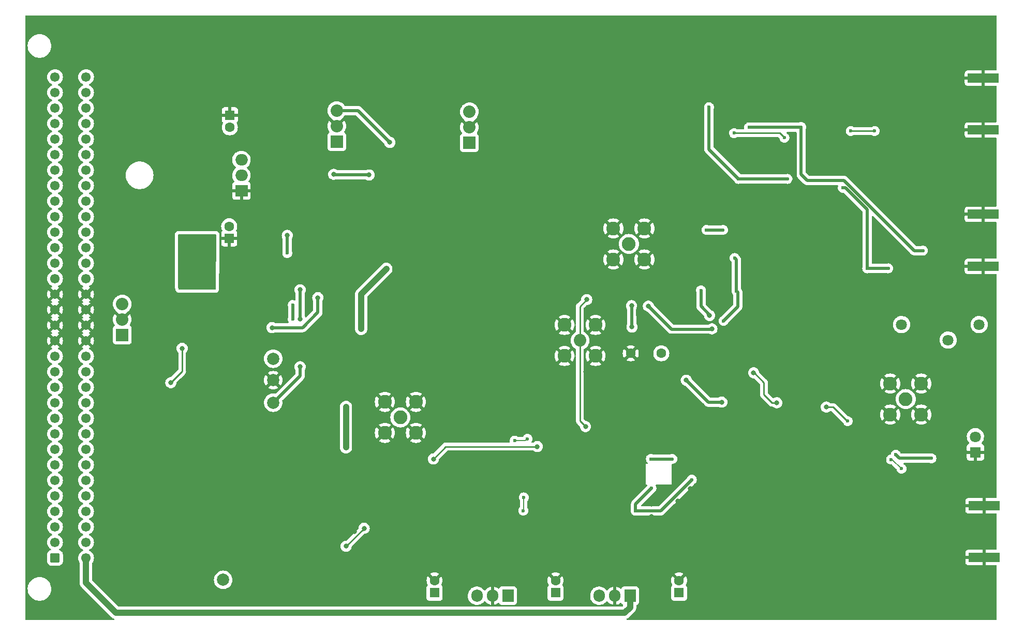
<source format=gbr>
G04 #@! TF.GenerationSoftware,KiCad,Pcbnew,(6.0.7)*
G04 #@! TF.CreationDate,2023-10-17T12:30:30+02:00*
G04 #@! TF.ProjectId,MTS_module,4d54535f-6d6f-4647-956c-652e6b696361,1.3.4*
G04 #@! TF.SameCoordinates,Original*
G04 #@! TF.FileFunction,Copper,L2,Bot*
G04 #@! TF.FilePolarity,Positive*
%FSLAX46Y46*%
G04 Gerber Fmt 4.6, Leading zero omitted, Abs format (unit mm)*
G04 Created by KiCad (PCBNEW (6.0.7)) date 2023-10-17 12:30:30*
%MOMM*%
%LPD*%
G01*
G04 APERTURE LIST*
G04 Aperture macros list*
%AMRoundRect*
0 Rectangle with rounded corners*
0 $1 Rounding radius*
0 $2 $3 $4 $5 $6 $7 $8 $9 X,Y pos of 4 corners*
0 Add a 4 corners polygon primitive as box body*
4,1,4,$2,$3,$4,$5,$6,$7,$8,$9,$2,$3,0*
0 Add four circle primitives for the rounded corners*
1,1,$1+$1,$2,$3*
1,1,$1+$1,$4,$5*
1,1,$1+$1,$6,$7*
1,1,$1+$1,$8,$9*
0 Add four rect primitives between the rounded corners*
20,1,$1+$1,$2,$3,$4,$5,0*
20,1,$1+$1,$4,$5,$6,$7,0*
20,1,$1+$1,$6,$7,$8,$9,0*
20,1,$1+$1,$8,$9,$2,$3,0*%
G04 Aperture macros list end*
G04 #@! TA.AperFunction,ComponentPad*
%ADD10RoundRect,0.249999X0.525001X-0.525001X0.525001X0.525001X-0.525001X0.525001X-0.525001X-0.525001X0*%
G04 #@! TD*
G04 #@! TA.AperFunction,ComponentPad*
%ADD11C,1.550000*%
G04 #@! TD*
G04 #@! TA.AperFunction,ComponentPad*
%ADD12C,1.600000*%
G04 #@! TD*
G04 #@! TA.AperFunction,ComponentPad*
%ADD13R,1.600000X1.600000*%
G04 #@! TD*
G04 #@! TA.AperFunction,ComponentPad*
%ADD14R,1.800000X1.800000*%
G04 #@! TD*
G04 #@! TA.AperFunction,ComponentPad*
%ADD15C,1.800000*%
G04 #@! TD*
G04 #@! TA.AperFunction,ComponentPad*
%ADD16C,2.250000*%
G04 #@! TD*
G04 #@! TA.AperFunction,ComponentPad*
%ADD17C,2.000000*%
G04 #@! TD*
G04 #@! TA.AperFunction,ComponentPad*
%ADD18R,1.905000X2.000000*%
G04 #@! TD*
G04 #@! TA.AperFunction,ComponentPad*
%ADD19O,1.905000X2.000000*%
G04 #@! TD*
G04 #@! TA.AperFunction,SMDPad,CuDef*
%ADD20R,5.080000X1.500000*%
G04 #@! TD*
G04 #@! TA.AperFunction,ComponentPad*
%ADD21R,2.032000X2.032000*%
G04 #@! TD*
G04 #@! TA.AperFunction,ComponentPad*
%ADD22C,2.032000*%
G04 #@! TD*
G04 #@! TA.AperFunction,ComponentPad*
%ADD23C,1.016000*%
G04 #@! TD*
G04 #@! TA.AperFunction,ComponentPad*
%ADD24R,2.000000X1.905000*%
G04 #@! TD*
G04 #@! TA.AperFunction,ComponentPad*
%ADD25O,2.000000X1.905000*%
G04 #@! TD*
G04 #@! TA.AperFunction,ComponentPad*
%ADD26C,2.050000*%
G04 #@! TD*
G04 #@! TA.AperFunction,ViaPad*
%ADD27C,0.600000*%
G04 #@! TD*
G04 #@! TA.AperFunction,ViaPad*
%ADD28C,0.800000*%
G04 #@! TD*
G04 #@! TA.AperFunction,Conductor*
%ADD29C,0.250000*%
G04 #@! TD*
G04 #@! TA.AperFunction,Conductor*
%ADD30C,1.000000*%
G04 #@! TD*
G04 #@! TA.AperFunction,Conductor*
%ADD31C,0.500000*%
G04 #@! TD*
G04 #@! TA.AperFunction,Conductor*
%ADD32C,0.200000*%
G04 #@! TD*
G04 APERTURE END LIST*
D10*
X85400000Y-134300000D03*
D11*
X85400000Y-131760000D03*
X85400000Y-129220000D03*
X85400000Y-126680000D03*
X85400000Y-124140000D03*
X85400000Y-121600000D03*
X85400000Y-119060000D03*
X85400000Y-116520000D03*
X85400000Y-113980000D03*
X85400000Y-111440000D03*
X85400000Y-108900000D03*
X85400000Y-106360000D03*
X85400000Y-103820000D03*
X85400000Y-101280000D03*
X85400000Y-98740000D03*
X85400000Y-96200000D03*
X85400000Y-93660000D03*
X85400000Y-91120000D03*
X85400000Y-88580000D03*
X85400000Y-86040000D03*
X85400000Y-83500000D03*
X85400000Y-80960000D03*
X85400000Y-78420000D03*
X85400000Y-75880000D03*
X85400000Y-73340000D03*
X85400000Y-70800000D03*
X85400000Y-68260000D03*
X85400000Y-65720000D03*
X85400000Y-63180000D03*
X85400000Y-60640000D03*
X85400000Y-58100000D03*
X85400000Y-55560000D03*
X90480000Y-134300000D03*
X90480000Y-131760000D03*
X90480000Y-129220000D03*
X90480000Y-126680000D03*
X90480000Y-124140000D03*
X90480000Y-121600000D03*
X90480000Y-119060000D03*
X90480000Y-116520000D03*
X90480000Y-113980000D03*
X90480000Y-111440000D03*
X90480000Y-108900000D03*
X90480000Y-106360000D03*
X90480000Y-103820000D03*
X90480000Y-101280000D03*
X90480000Y-98740000D03*
X90480000Y-96200000D03*
X90480000Y-93660000D03*
X90480000Y-91120000D03*
X90480000Y-88580000D03*
X90480000Y-86040000D03*
X90480000Y-83500000D03*
X90480000Y-80960000D03*
X90480000Y-78420000D03*
X90480000Y-75880000D03*
X90480000Y-73340000D03*
X90480000Y-70800000D03*
X90480000Y-68260000D03*
X90480000Y-65720000D03*
X90480000Y-63180000D03*
X90480000Y-60640000D03*
X90480000Y-58100000D03*
X90480000Y-55560000D03*
D12*
X184600000Y-100800000D03*
X179600000Y-100800000D03*
D13*
X187500000Y-140000000D03*
D12*
X187500000Y-138000000D03*
D13*
X167300000Y-140000000D03*
D12*
X167300000Y-138000000D03*
D13*
X147500000Y-140000000D03*
D12*
X147500000Y-138000000D03*
D13*
X113900000Y-82000000D03*
D12*
X113900000Y-80000000D03*
D14*
X236000000Y-117000000D03*
D15*
X236000000Y-114460000D03*
D16*
X141900000Y-111300000D03*
X144440000Y-113840000D03*
X144440000Y-108760000D03*
X139360000Y-108760000D03*
X139360000Y-113840000D03*
D17*
X112900000Y-137900000D03*
D18*
X179500000Y-140500000D03*
D19*
X176960000Y-140500000D03*
X174420000Y-140500000D03*
D18*
X159500000Y-140500000D03*
D19*
X156960000Y-140500000D03*
X154420000Y-140500000D03*
D20*
X237300000Y-78050000D03*
X237300000Y-86550000D03*
D16*
X179300000Y-82900000D03*
X181840000Y-80360000D03*
X176760000Y-85440000D03*
X181840000Y-85440000D03*
X176760000Y-80360000D03*
D15*
X223925000Y-96100000D03*
X231545000Y-98640000D03*
X236625000Y-96100000D03*
D20*
X237300000Y-55750000D03*
X237300000Y-64250000D03*
X237400000Y-134250000D03*
X237400000Y-125750000D03*
D21*
X131500000Y-66140000D03*
D22*
X131500000Y-63600000D03*
X131500000Y-61060000D03*
D21*
X96400000Y-97800000D03*
D22*
X96400000Y-95260000D03*
X96400000Y-92720000D03*
D23*
X211975000Y-79032000D03*
X207530000Y-89192000D03*
X215404000Y-87922000D03*
X215404000Y-86652000D03*
X213880000Y-89192000D03*
X211975000Y-83477000D03*
X208165000Y-82842000D03*
X208165000Y-86652000D03*
X214515000Y-79032000D03*
X210070000Y-89192000D03*
X209435000Y-86652000D03*
X205625000Y-79032000D03*
X202196000Y-80302000D03*
X205625000Y-84747000D03*
X205625000Y-89192000D03*
X211975000Y-89192000D03*
X211975000Y-84747000D03*
X215404000Y-80302000D03*
X203720000Y-89192000D03*
X209435000Y-82842000D03*
X202196000Y-81572000D03*
X202196000Y-86652000D03*
X202196000Y-87922000D03*
X203085000Y-79032000D03*
X215404000Y-81572000D03*
X205625000Y-83477000D03*
D24*
X115900000Y-74200000D03*
D25*
X115900000Y-71660000D03*
X115900000Y-69120000D03*
D26*
X171300000Y-98700000D03*
D16*
X173840000Y-101240000D03*
X168760000Y-101240000D03*
X168760000Y-96160000D03*
X173840000Y-96160000D03*
D21*
X153200000Y-66340000D03*
D22*
X153200000Y-63800000D03*
X153200000Y-61260000D03*
D16*
X224600000Y-108300000D03*
X222060000Y-110840000D03*
X222060000Y-105760000D03*
X227140000Y-110840000D03*
X227140000Y-105760000D03*
D13*
X114000000Y-61800000D03*
D12*
X114000000Y-63800000D03*
D17*
X121100000Y-105205200D03*
X121100000Y-108888200D03*
X121100000Y-101700000D03*
D27*
X108500000Y-131000000D03*
X108500000Y-130000000D03*
X108500000Y-118000000D03*
X108500000Y-117000000D03*
D28*
X147700000Y-110000000D03*
X148700000Y-110000000D03*
X149700000Y-110000000D03*
X150700000Y-110000000D03*
X151700000Y-110000000D03*
X152700000Y-110000000D03*
X153700000Y-110000000D03*
X154700000Y-110000000D03*
X155700000Y-110000000D03*
X164800000Y-110000000D03*
X165800000Y-110000000D03*
X166800000Y-110000000D03*
X167800000Y-110000000D03*
X168800000Y-110000000D03*
X147700000Y-112550000D03*
X148700000Y-112550000D03*
X149700000Y-112550000D03*
X150700000Y-112550000D03*
X151700000Y-112550000D03*
X152700000Y-112550000D03*
X153700000Y-112550000D03*
X154700000Y-112550000D03*
X155700000Y-112550000D03*
X164800000Y-112550000D03*
X165800000Y-112550000D03*
X166800000Y-112550000D03*
X167800000Y-112550000D03*
X168800000Y-112550000D03*
X178262653Y-110462653D03*
X179262653Y-110462653D03*
X180262653Y-110462653D03*
X180300000Y-109400000D03*
X185100000Y-109600000D03*
X185262653Y-110462653D03*
X186262653Y-110462653D03*
X187262653Y-110462653D03*
X188262653Y-110462653D03*
X189262653Y-110462653D03*
X190262653Y-110462653D03*
X191262653Y-110462653D03*
X194462653Y-113100000D03*
X195462653Y-114100000D03*
X193462653Y-112100000D03*
X178000000Y-113225002D03*
X179000000Y-113225002D03*
X180000000Y-113225002D03*
X185000000Y-113225002D03*
X186000000Y-113225002D03*
X187000000Y-113225002D03*
X188000000Y-113225002D03*
X189000000Y-113225002D03*
X190000000Y-113225002D03*
X191200000Y-113500000D03*
X192200000Y-114500000D03*
X193200000Y-115500000D03*
X192462653Y-111062653D03*
X224300000Y-132000000D03*
X223300000Y-132000000D03*
X222300000Y-132000000D03*
X221300000Y-132200000D03*
X220300000Y-132200000D03*
X219300000Y-132200000D03*
X218300000Y-132200000D03*
X217300000Y-132200000D03*
X216300000Y-132200000D03*
X215300000Y-132200000D03*
X214300000Y-132200000D03*
X213300000Y-132200000D03*
X212300000Y-132200000D03*
X211300000Y-132200000D03*
X210300000Y-132200000D03*
X209300000Y-132200000D03*
X208300000Y-132200000D03*
X207300000Y-132200000D03*
X206300000Y-132200000D03*
X205300000Y-132200000D03*
X204300000Y-132200000D03*
X203300000Y-132200000D03*
X202300000Y-132200000D03*
X201300000Y-132200000D03*
X200300000Y-132200000D03*
X199300000Y-132200000D03*
X198300000Y-131700000D03*
X197300000Y-131000000D03*
X196300000Y-130000000D03*
X195300000Y-129000000D03*
X193300000Y-127000000D03*
X192300000Y-126000000D03*
X191300000Y-125000000D03*
X190300000Y-124000000D03*
X189300000Y-123000000D03*
X194300000Y-128000000D03*
X224300000Y-135000000D03*
X223300000Y-135000000D03*
X222300000Y-135000000D03*
X221300000Y-134800000D03*
X220300000Y-134800000D03*
X219300000Y-134800000D03*
X218300000Y-134800000D03*
X217300000Y-134800000D03*
X216300000Y-134800000D03*
X215300000Y-134800000D03*
X214300000Y-134800000D03*
X213300000Y-134800000D03*
X212300000Y-134800000D03*
X211300000Y-134800000D03*
X210300000Y-134800000D03*
X209300000Y-134800000D03*
X208300000Y-134800000D03*
X207300000Y-134800000D03*
X206300000Y-134800000D03*
X205300000Y-134800000D03*
X204300000Y-134800000D03*
X203300000Y-134800000D03*
X202300000Y-134800000D03*
X201300000Y-134800000D03*
X200300000Y-134800000D03*
X199300000Y-134800000D03*
X198300000Y-134800000D03*
X197300000Y-134800000D03*
X196300000Y-134000000D03*
X195300000Y-133000000D03*
X194300000Y-132000000D03*
X193300000Y-131000000D03*
X192300000Y-130000000D03*
X191300000Y-129000000D03*
X190300000Y-128000000D03*
X189300000Y-127000000D03*
X188300000Y-126000000D03*
X187300000Y-125000000D03*
X183000000Y-131500000D03*
X183000000Y-129500000D03*
X183000000Y-127500000D03*
X183000000Y-125500000D03*
X134400000Y-130000000D03*
X134400000Y-128000000D03*
X134400000Y-126000000D03*
X134400000Y-124000000D03*
X134400000Y-122000000D03*
X134400000Y-120000000D03*
X134400000Y-117500000D03*
X134400000Y-110000000D03*
X134400000Y-108000000D03*
X134400000Y-106000000D03*
X136700000Y-103700000D03*
X138700000Y-103700000D03*
X140700000Y-103700000D03*
X142700000Y-103700000D03*
X144700000Y-103700000D03*
X146700000Y-103700000D03*
X148700000Y-103700000D03*
X150700000Y-103700000D03*
X152700000Y-103700000D03*
X154700000Y-103700000D03*
X156700000Y-103700000D03*
X165700000Y-103800000D03*
X167700000Y-103800000D03*
X136400000Y-132000000D03*
X138400000Y-132000000D03*
X140400000Y-132000000D03*
X142400000Y-132000000D03*
X144400000Y-132000000D03*
X146400000Y-132000000D03*
X148400000Y-132000000D03*
X150400000Y-132000000D03*
X152400000Y-132000000D03*
X154400000Y-132000000D03*
X156400000Y-132000000D03*
X165500000Y-132000000D03*
X167500000Y-132000000D03*
X169500000Y-132000000D03*
X171500000Y-132000000D03*
X173500000Y-132000000D03*
X175500000Y-132000000D03*
X177500000Y-132000000D03*
X179500000Y-132000000D03*
X181500000Y-132000000D03*
X214800000Y-108700000D03*
X215600000Y-110700000D03*
X216500000Y-114600000D03*
X216500000Y-116600000D03*
X216500000Y-118600000D03*
X216500000Y-120600000D03*
X216500000Y-122600000D03*
X216500000Y-124600000D03*
X216500000Y-126600000D03*
X216500000Y-128600000D03*
X216500000Y-130600000D03*
X214700000Y-94900000D03*
X214700000Y-95900000D03*
X214700000Y-96900000D03*
X214700000Y-97900000D03*
X214700000Y-98900000D03*
X214700000Y-99900000D03*
X214700000Y-100900000D03*
X215700000Y-100900000D03*
X216700000Y-100900000D03*
X217700000Y-100900000D03*
X218700000Y-100900000D03*
X219700000Y-100900000D03*
X220700000Y-100900000D03*
X221700000Y-100900000D03*
X222700000Y-100900000D03*
X223700000Y-100900000D03*
X224700000Y-100900000D03*
X225700000Y-100900000D03*
X226700000Y-100900000D03*
X227700000Y-100900000D03*
X228700000Y-100900000D03*
X229700000Y-100900000D03*
X230700000Y-100900000D03*
X231700000Y-100900000D03*
X232700000Y-100900000D03*
X233700000Y-100900000D03*
X234700000Y-100900000D03*
X235700000Y-100900000D03*
X236700000Y-100900000D03*
X237700000Y-100900000D03*
X238700000Y-100900000D03*
X170000000Y-115500000D03*
X194800000Y-119800000D03*
D27*
X237000000Y-57500000D03*
D28*
X168500000Y-114000000D03*
X161000000Y-103700000D03*
D27*
X233500000Y-129400000D03*
D28*
X177500000Y-136300000D03*
X194132200Y-118897400D03*
D27*
X100500000Y-103400000D03*
D28*
X196392800Y-114985800D03*
D27*
X233500000Y-135000000D03*
D28*
X205586466Y-118850400D03*
D27*
X223300000Y-125900000D03*
D28*
X127600000Y-103700000D03*
D27*
X178500000Y-125100000D03*
D28*
X195910200Y-101320600D03*
X103000000Y-134100000D03*
X171500000Y-115500000D03*
D27*
X233500000Y-49500000D03*
D28*
X125900000Y-129900000D03*
D27*
X233500000Y-136500000D03*
X185500000Y-85000000D03*
D28*
X110500000Y-138000000D03*
X188200000Y-116100000D03*
D27*
X193000000Y-72500000D03*
X132000000Y-96000000D03*
X217000000Y-67750000D03*
X206300000Y-93800000D03*
D28*
X127200000Y-121700000D03*
X196850000Y-118618000D03*
X209100000Y-70300000D03*
D27*
X191500000Y-84200000D03*
X237500000Y-136500000D03*
X188500000Y-46000000D03*
X233000000Y-61000000D03*
D28*
X176800000Y-108900000D03*
D27*
X233100000Y-79200000D03*
D28*
X203800000Y-123574800D03*
X208100000Y-129400000D03*
X202013534Y-122000000D03*
X203800000Y-118850400D03*
X123200000Y-67100000D03*
X194132200Y-116433600D03*
X159000000Y-103700000D03*
D27*
X238600000Y-88800000D03*
X185500000Y-61000000D03*
X233200000Y-76800000D03*
X224500000Y-46000000D03*
X234500000Y-132500000D03*
X185500000Y-50000000D03*
X233100000Y-85100000D03*
D28*
X114300000Y-91000000D03*
X180500000Y-103300000D03*
X162000000Y-132000000D03*
X148500000Y-113700000D03*
D27*
X238300000Y-75600000D03*
X232400000Y-134300000D03*
D28*
X146700000Y-110000000D03*
D27*
X157400000Y-119400000D03*
D28*
X174000000Y-106000000D03*
D27*
X95500000Y-61900000D03*
D28*
X205586466Y-122000000D03*
X203800000Y-122000000D03*
X134400000Y-116200000D03*
X117195600Y-108178600D03*
D27*
X219600000Y-89900000D03*
D28*
X204400000Y-70000000D03*
X134400000Y-111900000D03*
D27*
X201250000Y-60750000D03*
D28*
X174000000Y-115500000D03*
D27*
X118300000Y-133900000D03*
D28*
X164000000Y-132000000D03*
X102500000Y-120900000D03*
D27*
X110500000Y-95500000D03*
D28*
X157800000Y-110000000D03*
X146700000Y-112550000D03*
X116800000Y-103400000D03*
X202013534Y-123574800D03*
X156700000Y-110000000D03*
D27*
X212600000Y-93900000D03*
D28*
X127200000Y-117100000D03*
D27*
X238400000Y-80100000D03*
D28*
X175000000Y-107000000D03*
D27*
X236000000Y-127500000D03*
D28*
X160000000Y-132000000D03*
X194132200Y-117779800D03*
X163800000Y-112500000D03*
X173000000Y-105000000D03*
D27*
X231100000Y-131800000D03*
X233000000Y-64500000D03*
X228300000Y-115400000D03*
X224400000Y-93800000D03*
X201100000Y-93900000D03*
X195500000Y-75500000D03*
D28*
X214700000Y-93900000D03*
D27*
X236100000Y-88800000D03*
X233000000Y-55000000D03*
X234500000Y-136500000D03*
X236000000Y-123500000D03*
D28*
X127200000Y-125800000D03*
D27*
X237500000Y-132500000D03*
X237000000Y-53000000D03*
X185500000Y-47500000D03*
D28*
X163800000Y-110000000D03*
D27*
X218500000Y-46000000D03*
X96300000Y-128400000D03*
X206500000Y-46000000D03*
X232300000Y-130600000D03*
D28*
X196850000Y-116205000D03*
X200400000Y-129300000D03*
D27*
X185500000Y-67000000D03*
D28*
X205900000Y-113200000D03*
D27*
X194300000Y-90600000D03*
X233600000Y-133300000D03*
D28*
X156700000Y-112600000D03*
X195600000Y-120800000D03*
D27*
X190900000Y-64300000D03*
X204800000Y-102600000D03*
X96300000Y-127300000D03*
D28*
X203200000Y-113000000D03*
D27*
X95500000Y-63500000D03*
D28*
X196600000Y-121700000D03*
X213000000Y-117000000D03*
X204500000Y-67600000D03*
X158000000Y-132000000D03*
X211000000Y-111500000D03*
X162800000Y-110000000D03*
D27*
X233500000Y-46000000D03*
D28*
X205586466Y-123574800D03*
X213000000Y-114000000D03*
X127700000Y-99200000D03*
D27*
X138000000Y-96000000D03*
D28*
X104700000Y-90400000D03*
D27*
X236100000Y-84400000D03*
X218500000Y-93600000D03*
D28*
X110500000Y-124300000D03*
X132000000Y-84000000D03*
X126500000Y-84000000D03*
D27*
X233000000Y-73000000D03*
X216700000Y-96100000D03*
D28*
X129600000Y-130000000D03*
D27*
X236000000Y-80200000D03*
D28*
X225300000Y-132000000D03*
D27*
X237000000Y-62000000D03*
D28*
X134700000Y-103700000D03*
D27*
X200500000Y-46000000D03*
X220600000Y-81100000D03*
X198800000Y-80300000D03*
X185400000Y-90400000D03*
X95500000Y-65100000D03*
D28*
X157700000Y-112600000D03*
X102600000Y-91200000D03*
X225300000Y-135000000D03*
X174600000Y-109400000D03*
D27*
X179000000Y-122600000D03*
X218000000Y-69499990D03*
D28*
X202013534Y-120425200D03*
D27*
X108500000Y-132000000D03*
D28*
X125700000Y-138700000D03*
X213000000Y-111500000D03*
X172200000Y-103800000D03*
D27*
X185300000Y-92200000D03*
X234000000Y-123500000D03*
D28*
X108700000Y-106469400D03*
D27*
X188100000Y-117800000D03*
X232700000Y-93400000D03*
X231000000Y-134900000D03*
X234000000Y-127500000D03*
D28*
X207372934Y-120425200D03*
D27*
X214300000Y-61200000D03*
D28*
X196800000Y-125600000D03*
D27*
X238600000Y-84400000D03*
X230300000Y-85400000D03*
D28*
X127100000Y-113100000D03*
D27*
X212500000Y-46000000D03*
X230000000Y-46000000D03*
D28*
X196700000Y-123300000D03*
X190900000Y-103625000D03*
X170200000Y-103800000D03*
X208400000Y-113200000D03*
X135200000Y-138700000D03*
D27*
X185500000Y-73000000D03*
D28*
X162700000Y-112500000D03*
D27*
X224800000Y-77500000D03*
X239000000Y-132500000D03*
X236000000Y-132500000D03*
X162800000Y-108800000D03*
X123600000Y-79100000D03*
X234000000Y-125500000D03*
X220800000Y-124300000D03*
D28*
X213000000Y-119600000D03*
X177000000Y-113225002D03*
X207372934Y-123574800D03*
D27*
X194500000Y-46000000D03*
D28*
X208500000Y-105700006D03*
X114800000Y-120900000D03*
D27*
X206000000Y-73500000D03*
D28*
X191300000Y-109300000D03*
X163200000Y-103700000D03*
D27*
X119300000Y-120700000D03*
X233100000Y-90400000D03*
X185500000Y-79000000D03*
D28*
X114500000Y-134200000D03*
X108700000Y-109800000D03*
D27*
X216000000Y-69400000D03*
X236000000Y-136500000D03*
D28*
X205586466Y-120425200D03*
D27*
X237500000Y-123500000D03*
D28*
X207372934Y-118850400D03*
X209000000Y-111500000D03*
X207372934Y-122000000D03*
X203800000Y-120425200D03*
D27*
X218000000Y-72250000D03*
X237500000Y-127500000D03*
D28*
X213000000Y-124600000D03*
X176000000Y-108000000D03*
D27*
X100500000Y-108200000D03*
X233000000Y-67000000D03*
D28*
X182400000Y-136300000D03*
D27*
X229800000Y-93800000D03*
X196200000Y-79100000D03*
X185500000Y-55000000D03*
D28*
X200700000Y-113200000D03*
D27*
X237000000Y-67000000D03*
D28*
X157300000Y-136300000D03*
X196848440Y-117524952D03*
D27*
X235500000Y-75700000D03*
X96400000Y-126100000D03*
X239000000Y-136500000D03*
X108500000Y-119000000D03*
D28*
X202013534Y-118850400D03*
X172400000Y-92000000D03*
X172200000Y-112800000D03*
X199700000Y-104000000D03*
X203500000Y-108900000D03*
X147317307Y-118107307D03*
X135976207Y-129448407D03*
X164312600Y-116078000D03*
X133029807Y-132394807D03*
D27*
X204750000Y-65500000D03*
X196500000Y-64750000D03*
X124300000Y-92900000D03*
X214300000Y-73700000D03*
D28*
X192500000Y-94625010D03*
D27*
X182900000Y-118100000D03*
X197250000Y-72250000D03*
X192400000Y-60500000D03*
X228800000Y-118000000D03*
D28*
X140175688Y-66275688D03*
D27*
X124300000Y-95200000D03*
X191100000Y-90500000D03*
X205250000Y-72250000D03*
X222949500Y-117400000D03*
X194700000Y-80600000D03*
X192000000Y-80600000D03*
X218300000Y-86900000D03*
X186400000Y-118100000D03*
X221724500Y-86900000D03*
X108600000Y-87200000D03*
D28*
X131000000Y-71500000D03*
X136800000Y-71600000D03*
D27*
X108600000Y-88100000D03*
D28*
X133000000Y-116200000D03*
X139600000Y-87000000D03*
X133000000Y-109600000D03*
X135500000Y-96800000D03*
D27*
X160600000Y-115100000D03*
X223900000Y-119700000D03*
X222200000Y-118200000D03*
X189600000Y-121500000D03*
X207500000Y-63750000D03*
X198950000Y-63800000D03*
D28*
X123400000Y-81500000D03*
D27*
X162031800Y-126568200D03*
X196900000Y-90600000D03*
X215600000Y-64400000D03*
X180400000Y-126600000D03*
X162100000Y-124400000D03*
X123399992Y-84400000D03*
X194800000Y-95500000D03*
X183000000Y-122900000D03*
X162700000Y-114800000D03*
X227400000Y-84000000D03*
X219500000Y-64400000D03*
X196600000Y-85200000D03*
X215100000Y-111900000D03*
D28*
X211600000Y-109600000D03*
X194500000Y-108800000D03*
X179800000Y-96500000D03*
X188683538Y-105216462D03*
X179730400Y-93014800D03*
X120900000Y-96600000D03*
X128400000Y-91700000D03*
X182486300Y-93078300D03*
X125500000Y-95200000D03*
X125500000Y-90400000D03*
X192887600Y-96799400D03*
X125500000Y-103000000D03*
X104343200Y-105613200D03*
X106197400Y-99999800D03*
D29*
X144440000Y-113840000D02*
X145730000Y-112550000D01*
X145730000Y-112550000D02*
X146700000Y-112550000D01*
X171274999Y-111874999D02*
X171274999Y-93125001D01*
X171274999Y-93125001D02*
X172400000Y-92000000D01*
X172200000Y-112800000D02*
X171274999Y-111874999D01*
X199800000Y-104000000D02*
X199700000Y-104000000D01*
X203500000Y-108900000D02*
X202734313Y-108900000D01*
X201400000Y-107565687D02*
X201400000Y-105600000D01*
X201400000Y-105600000D02*
X199800000Y-104000000D01*
X202734313Y-108900000D02*
X201400000Y-107565687D01*
D30*
X90420000Y-138347978D02*
X95372022Y-143300000D01*
X179500000Y-142400000D02*
X179500000Y-140500000D01*
X178600000Y-143300000D02*
X179500000Y-142400000D01*
X95372022Y-143300000D02*
X178600000Y-143300000D01*
X90420000Y-134320000D02*
X90420000Y-138347978D01*
D29*
X133029807Y-132394807D02*
X135976207Y-129448407D01*
X147317307Y-118107307D02*
X149300000Y-116124614D01*
X149300000Y-116078000D02*
X164012600Y-116078000D01*
X204000000Y-64750000D02*
X204750000Y-65500000D01*
X196500000Y-64750000D02*
X204000000Y-64750000D01*
D31*
X214300000Y-73700000D02*
X214710050Y-73700000D01*
X205250000Y-72250000D02*
X197250000Y-72250000D01*
X131500000Y-61060000D02*
X134960000Y-61060000D01*
X218300000Y-86900000D02*
X221724500Y-86900000D01*
X191100000Y-93100000D02*
X191100000Y-90500000D01*
X224800000Y-118000000D02*
X228800000Y-118000000D01*
X134960000Y-61060000D02*
X140175688Y-66275688D01*
X192500000Y-94625010D02*
X192500000Y-94500000D01*
X223549500Y-118000000D02*
X224800000Y-118000000D01*
X214710050Y-73700000D02*
X218300000Y-77289950D01*
X218300000Y-77289950D02*
X218300000Y-86900000D01*
X192000000Y-80600000D02*
X194700000Y-80600000D01*
X192500000Y-94500000D02*
X191100000Y-93100000D01*
X222949500Y-117400000D02*
X223549500Y-118000000D01*
X186400000Y-118100000D02*
X182900000Y-118100000D01*
X197250000Y-72250000D02*
X192400000Y-67400000D01*
X192400000Y-67400000D02*
X192400000Y-60500000D01*
X124300000Y-95200000D02*
X124300000Y-92900000D01*
X136800000Y-71600000D02*
X131100000Y-71600000D01*
X131100000Y-71600000D02*
X131000000Y-71500000D01*
D30*
X135500000Y-91100000D02*
X135500000Y-96800000D01*
X139600000Y-87000000D02*
X135500000Y-91100000D01*
X133000000Y-116200000D02*
X133000000Y-109600000D01*
D31*
X207500000Y-63750000D02*
X207500000Y-71500000D01*
X208500000Y-72500000D02*
X214500000Y-72500000D01*
X197100000Y-90800000D02*
X196900000Y-90600000D01*
D32*
X223900000Y-119700000D02*
X222400000Y-118200000D01*
D31*
X196900000Y-90600000D02*
X196900000Y-85500000D01*
X198950000Y-63800000D02*
X207450000Y-63800000D01*
X196900000Y-85500000D02*
X196600000Y-85200000D01*
D32*
X162300000Y-115100000D02*
X162600000Y-114800000D01*
D31*
X207500000Y-71500000D02*
X208500000Y-72500000D01*
D32*
X162600000Y-114800000D02*
X162700000Y-114800000D01*
D31*
X207450000Y-63800000D02*
X207500000Y-63750000D01*
X214500000Y-72500000D02*
X226000000Y-84000000D01*
X180400000Y-126600000D02*
X180400000Y-125500000D01*
D32*
X222400000Y-118200000D02*
X222200000Y-118200000D01*
D31*
X189598609Y-121500000D02*
X189600000Y-121500000D01*
X184498609Y-126600000D02*
X189598609Y-121500000D01*
X180400000Y-125500000D02*
X183000000Y-122900000D01*
X197100000Y-93200000D02*
X197100000Y-90800000D01*
X180400000Y-126600000D02*
X184498609Y-126600000D01*
X123400000Y-84399992D02*
X123399992Y-84400000D01*
X226000000Y-84000000D02*
X227400000Y-84000000D01*
D32*
X162100000Y-126500000D02*
X162031800Y-126568200D01*
D31*
X123400000Y-81500000D02*
X123400000Y-84399992D01*
D32*
X160600000Y-115100000D02*
X162300000Y-115100000D01*
X162100000Y-124400000D02*
X162100000Y-126500000D01*
D29*
X219500000Y-64400000D02*
X215600000Y-64400000D01*
D31*
X194800000Y-95500000D02*
X197100000Y-93200000D01*
D29*
X215100000Y-111900000D02*
X215000000Y-111900000D01*
X212700000Y-109600000D02*
X211600000Y-109600000D01*
X215000000Y-111900000D02*
X212700000Y-109600000D01*
D31*
X179730400Y-93014800D02*
X179730400Y-94797476D01*
X120900000Y-96600000D02*
X125900000Y-96600000D01*
X188683538Y-105216462D02*
X192267076Y-108800000D01*
X179744438Y-94811514D02*
X179744438Y-96277362D01*
X128400000Y-94100000D02*
X128400000Y-91700000D01*
X192267076Y-108800000D02*
X194500000Y-108800000D01*
X179730400Y-94797476D02*
X179744438Y-94811514D01*
X125900000Y-96600000D02*
X128400000Y-94100000D01*
X182486300Y-93078300D02*
X186258200Y-96850200D01*
X125500000Y-104488200D02*
X121100000Y-108888200D01*
X125500000Y-103000000D02*
X125500000Y-104488200D01*
X186258200Y-96850200D02*
X192836800Y-96850200D01*
X192836800Y-96850200D02*
X192887600Y-96799400D01*
X125500000Y-90400000D02*
X125500000Y-95200000D01*
D29*
X106197400Y-99999800D02*
X106197400Y-103759000D01*
X106197400Y-103759000D02*
X104343200Y-105613200D01*
G04 #@! TA.AperFunction,Conductor*
G36*
X111740729Y-81320002D02*
G01*
X111787222Y-81373658D01*
X111798600Y-81427385D01*
X111701369Y-90275385D01*
X111680620Y-90343281D01*
X111626457Y-90389182D01*
X111575377Y-90400000D01*
X105726955Y-90400000D01*
X105658834Y-90379998D01*
X105612341Y-90326342D01*
X105601645Y-90287170D01*
X105600407Y-90275385D01*
X105593542Y-90210072D01*
X105534527Y-90028444D01*
X105516881Y-89997880D01*
X105500000Y-89934880D01*
X105500000Y-81426000D01*
X105520002Y-81357879D01*
X105573658Y-81311386D01*
X105626000Y-81300000D01*
X111672608Y-81300000D01*
X111740729Y-81320002D01*
G37*
G04 #@! TD.AperFunction*
G04 #@! TA.AperFunction,Conductor*
G36*
X239433621Y-45528502D02*
G01*
X239480114Y-45582158D01*
X239491500Y-45634500D01*
X239491500Y-54366000D01*
X239471498Y-54434121D01*
X239417842Y-54480614D01*
X239365500Y-54492000D01*
X237572115Y-54492000D01*
X237556876Y-54496475D01*
X237555671Y-54497865D01*
X237554000Y-54505548D01*
X237554000Y-56989884D01*
X237558475Y-57005123D01*
X237559865Y-57006328D01*
X237567548Y-57007999D01*
X239365500Y-57007999D01*
X239433621Y-57028001D01*
X239480114Y-57081657D01*
X239491500Y-57133999D01*
X239491500Y-62866000D01*
X239471498Y-62934121D01*
X239417842Y-62980614D01*
X239365500Y-62992000D01*
X237572115Y-62992000D01*
X237556876Y-62996475D01*
X237555671Y-62997865D01*
X237554000Y-63005548D01*
X237554000Y-65489884D01*
X237558475Y-65505123D01*
X237559865Y-65506328D01*
X237567548Y-65507999D01*
X239365500Y-65507999D01*
X239433621Y-65528001D01*
X239480114Y-65581657D01*
X239491500Y-65633999D01*
X239491500Y-76666000D01*
X239471498Y-76734121D01*
X239417842Y-76780614D01*
X239365500Y-76792000D01*
X237572115Y-76792000D01*
X237556876Y-76796475D01*
X237555671Y-76797865D01*
X237554000Y-76805548D01*
X237554000Y-79289884D01*
X237558475Y-79305123D01*
X237559865Y-79306328D01*
X237567548Y-79307999D01*
X239365500Y-79307999D01*
X239433621Y-79328001D01*
X239480114Y-79381657D01*
X239491500Y-79433999D01*
X239491500Y-85166000D01*
X239471498Y-85234121D01*
X239417842Y-85280614D01*
X239365500Y-85292000D01*
X237572115Y-85292000D01*
X237556876Y-85296475D01*
X237555671Y-85297865D01*
X237554000Y-85305548D01*
X237554000Y-87789884D01*
X237558475Y-87805123D01*
X237559865Y-87806328D01*
X237567548Y-87807999D01*
X239365500Y-87807999D01*
X239433621Y-87828001D01*
X239480114Y-87881657D01*
X239491500Y-87933999D01*
X239491500Y-124366000D01*
X239471498Y-124434121D01*
X239417842Y-124480614D01*
X239365500Y-124492000D01*
X237672115Y-124492000D01*
X237656876Y-124496475D01*
X237655671Y-124497865D01*
X237654000Y-124505548D01*
X237654000Y-126989884D01*
X237658475Y-127005123D01*
X237659865Y-127006328D01*
X237667548Y-127007999D01*
X239365500Y-127007999D01*
X239433621Y-127028001D01*
X239480114Y-127081657D01*
X239491500Y-127133999D01*
X239491500Y-132866000D01*
X239471498Y-132934121D01*
X239417842Y-132980614D01*
X239365500Y-132992000D01*
X237672115Y-132992000D01*
X237656876Y-132996475D01*
X237655671Y-132997865D01*
X237654000Y-133005548D01*
X237654000Y-135489884D01*
X237658475Y-135505123D01*
X237659865Y-135506328D01*
X237667548Y-135507999D01*
X239365500Y-135507999D01*
X239433621Y-135528001D01*
X239480114Y-135581657D01*
X239491500Y-135633999D01*
X239491500Y-144365500D01*
X239471498Y-144433621D01*
X239417842Y-144480114D01*
X239365500Y-144491500D01*
X178999120Y-144491500D01*
X178930999Y-144471498D01*
X178884506Y-144417842D01*
X178874402Y-144347568D01*
X178903896Y-144282988D01*
X178963964Y-144244503D01*
X178966401Y-144243795D01*
X178970417Y-144242629D01*
X178970420Y-144242628D01*
X178976336Y-144240909D01*
X178981068Y-144238456D01*
X178986169Y-144236916D01*
X179002062Y-144228466D01*
X179068260Y-144193269D01*
X179069426Y-144192657D01*
X179146453Y-144152729D01*
X179151926Y-144149892D01*
X179156089Y-144146569D01*
X179160796Y-144144066D01*
X179232918Y-144085245D01*
X179233774Y-144084554D01*
X179272973Y-144053262D01*
X179275477Y-144050758D01*
X179276195Y-144050116D01*
X179280528Y-144046415D01*
X179314062Y-144019065D01*
X179343291Y-143983733D01*
X179351272Y-143974963D01*
X180169383Y-143156851D01*
X180179527Y-143147749D01*
X180204218Y-143127897D01*
X180209025Y-143124032D01*
X180241292Y-143085578D01*
X180244472Y-143081931D01*
X180246115Y-143080119D01*
X180248309Y-143077925D01*
X180275642Y-143044651D01*
X180276348Y-143043800D01*
X180332195Y-142977244D01*
X180336154Y-142972526D01*
X180338722Y-142967856D01*
X180342103Y-142963739D01*
X180385977Y-142881914D01*
X180386606Y-142880755D01*
X180428462Y-142804619D01*
X180428465Y-142804611D01*
X180431433Y-142799213D01*
X180433045Y-142794131D01*
X180435562Y-142789437D01*
X180462762Y-142700469D01*
X180463108Y-142699358D01*
X180489373Y-142616563D01*
X180491235Y-142610694D01*
X180491829Y-142605398D01*
X180493387Y-142600302D01*
X180502790Y-142507743D01*
X180502911Y-142506607D01*
X180508500Y-142456773D01*
X180508500Y-142453246D01*
X180508555Y-142452261D01*
X180509002Y-142446581D01*
X180513374Y-142403538D01*
X180509059Y-142357891D01*
X180508500Y-142346033D01*
X180508500Y-142109435D01*
X180528502Y-142041314D01*
X180582158Y-141994821D01*
X180590270Y-141991453D01*
X180690797Y-141953767D01*
X180699205Y-141950615D01*
X180815761Y-141863261D01*
X180903115Y-141746705D01*
X180954245Y-141610316D01*
X180961000Y-141548134D01*
X180961000Y-139451866D01*
X180954245Y-139389684D01*
X180903115Y-139253295D01*
X180815761Y-139136739D01*
X180699205Y-139049385D01*
X180562816Y-138998255D01*
X180500634Y-138991500D01*
X178499366Y-138991500D01*
X178437184Y-138998255D01*
X178300795Y-139049385D01*
X178184239Y-139136739D01*
X178096885Y-139253295D01*
X178093734Y-139261701D01*
X178089242Y-139273683D01*
X178046599Y-139330447D01*
X177980038Y-139355146D01*
X177910689Y-139339938D01*
X177893168Y-139328334D01*
X177775056Y-139235055D01*
X177766469Y-139229350D01*
X177565278Y-139118286D01*
X177555866Y-139114056D01*
X177339232Y-139037341D01*
X177329261Y-139034707D01*
X177231837Y-139017353D01*
X177218540Y-139018813D01*
X177214000Y-139033370D01*
X177214000Y-141968096D01*
X177217918Y-141981440D01*
X177232194Y-141983427D01*
X177294515Y-141973890D01*
X177304543Y-141971501D01*
X177522988Y-141900102D01*
X177532497Y-141896105D01*
X177736344Y-141789989D01*
X177745061Y-141784500D01*
X177896099Y-141671098D01*
X177962584Y-141646193D01*
X178031980Y-141661186D01*
X178082253Y-141711316D01*
X178089732Y-141727625D01*
X178096885Y-141746705D01*
X178184239Y-141863261D01*
X178300795Y-141950615D01*
X178301052Y-141950711D01*
X178348104Y-141997874D01*
X178363114Y-142067266D01*
X178338226Y-142133757D01*
X178326541Y-142147225D01*
X178219171Y-142254595D01*
X178156859Y-142288621D01*
X178130076Y-142291500D01*
X95841946Y-142291500D01*
X95773825Y-142271498D01*
X95752851Y-142254595D01*
X91465405Y-137967149D01*
X91431379Y-137904837D01*
X91430859Y-137900000D01*
X111386835Y-137900000D01*
X111405465Y-138136711D01*
X111406619Y-138141518D01*
X111406620Y-138141524D01*
X111428657Y-138233312D01*
X111460895Y-138367594D01*
X111462788Y-138372165D01*
X111462789Y-138372167D01*
X111540095Y-138558800D01*
X111551760Y-138586963D01*
X111554346Y-138591183D01*
X111673241Y-138785202D01*
X111673245Y-138785208D01*
X111675824Y-138789416D01*
X111830031Y-138969969D01*
X112010584Y-139124176D01*
X112014792Y-139126755D01*
X112014798Y-139126759D01*
X112191521Y-139235055D01*
X112213037Y-139248240D01*
X112217607Y-139250133D01*
X112217611Y-139250135D01*
X112427833Y-139337211D01*
X112432406Y-139339105D01*
X112494411Y-139353991D01*
X112658476Y-139393380D01*
X112658482Y-139393381D01*
X112663289Y-139394535D01*
X112900000Y-139413165D01*
X113136711Y-139394535D01*
X113141518Y-139393381D01*
X113141524Y-139393380D01*
X113305589Y-139353991D01*
X113367594Y-139339105D01*
X113372167Y-139337211D01*
X113582389Y-139250135D01*
X113582393Y-139250133D01*
X113586963Y-139248240D01*
X113608479Y-139235055D01*
X113785202Y-139126759D01*
X113785208Y-139126755D01*
X113789416Y-139124176D01*
X113969969Y-138969969D01*
X114124176Y-138789416D01*
X114126755Y-138785208D01*
X114126759Y-138785202D01*
X114245654Y-138591183D01*
X114248240Y-138586963D01*
X114259906Y-138558800D01*
X114337211Y-138372167D01*
X114337212Y-138372165D01*
X114339105Y-138367594D01*
X114371343Y-138233312D01*
X114393380Y-138141524D01*
X114393381Y-138141518D01*
X114394535Y-138136711D01*
X114404864Y-138005475D01*
X146187483Y-138005475D01*
X146206472Y-138222519D01*
X146208375Y-138233312D01*
X146264764Y-138443761D01*
X146268510Y-138454053D01*
X146360586Y-138651511D01*
X146366071Y-138661011D01*
X146366701Y-138661910D01*
X146366856Y-138662370D01*
X146368818Y-138665768D01*
X146368135Y-138666162D01*
X146389388Y-138729184D01*
X146372102Y-138798044D01*
X146349066Y-138823803D01*
X146350270Y-138825007D01*
X146343919Y-138831358D01*
X146336739Y-138836739D01*
X146331358Y-138843919D01*
X146331355Y-138843922D01*
X146312937Y-138868498D01*
X146249385Y-138953295D01*
X146198255Y-139089684D01*
X146191500Y-139151866D01*
X146191500Y-140848134D01*
X146198255Y-140910316D01*
X146249385Y-141046705D01*
X146336739Y-141163261D01*
X146453295Y-141250615D01*
X146589684Y-141301745D01*
X146651866Y-141308500D01*
X148348134Y-141308500D01*
X148410316Y-141301745D01*
X148546705Y-141250615D01*
X148663261Y-141163261D01*
X148750615Y-141046705D01*
X148801745Y-140910316D01*
X148808500Y-140848134D01*
X148808500Y-140608402D01*
X152959000Y-140608402D01*
X152959212Y-140610975D01*
X152959212Y-140610986D01*
X152963108Y-140658373D01*
X152973678Y-140786937D01*
X153032206Y-141019944D01*
X153034267Y-141024683D01*
X153121210Y-141224639D01*
X153128003Y-141240263D01*
X153258498Y-141441977D01*
X153420186Y-141619670D01*
X153485305Y-141671098D01*
X153604670Y-141765367D01*
X153604675Y-141765370D01*
X153608724Y-141768568D01*
X153613240Y-141771061D01*
X153613243Y-141771063D01*
X153814526Y-141882177D01*
X153814530Y-141882179D01*
X153819050Y-141884674D01*
X153823919Y-141886398D01*
X153823923Y-141886400D01*
X154040640Y-141963144D01*
X154040644Y-141963145D01*
X154045515Y-141964870D01*
X154050608Y-141965777D01*
X154050611Y-141965778D01*
X154276948Y-142006095D01*
X154276954Y-142006096D01*
X154282037Y-142007001D01*
X154369400Y-142008068D01*
X154517093Y-142009873D01*
X154517095Y-142009873D01*
X154522263Y-142009936D01*
X154759744Y-141973596D01*
X154871997Y-141936906D01*
X154983183Y-141900566D01*
X154983189Y-141900563D01*
X154988101Y-141898958D01*
X154992687Y-141896571D01*
X154992691Y-141896569D01*
X155196607Y-141790416D01*
X155201200Y-141788025D01*
X155356932Y-141671098D01*
X155389185Y-141646882D01*
X155389188Y-141646880D01*
X155393320Y-141643777D01*
X155559301Y-141470088D01*
X155584840Y-141432649D01*
X155639751Y-141387648D01*
X155710275Y-141379477D01*
X155774022Y-141410731D01*
X155794716Y-141435210D01*
X155796085Y-141437326D01*
X155802378Y-141445498D01*
X155957050Y-141615480D01*
X155964583Y-141622506D01*
X156144944Y-141764945D01*
X156153531Y-141770650D01*
X156354722Y-141881714D01*
X156364134Y-141885944D01*
X156580768Y-141962659D01*
X156590739Y-141965293D01*
X156688163Y-141982647D01*
X156701460Y-141981187D01*
X156705543Y-141968096D01*
X157214000Y-141968096D01*
X157217918Y-141981440D01*
X157232194Y-141983427D01*
X157294515Y-141973890D01*
X157304543Y-141971501D01*
X157522988Y-141900102D01*
X157532497Y-141896105D01*
X157736344Y-141789989D01*
X157745061Y-141784500D01*
X157896099Y-141671098D01*
X157962584Y-141646193D01*
X158031980Y-141661186D01*
X158082253Y-141711316D01*
X158089732Y-141727625D01*
X158096885Y-141746705D01*
X158184239Y-141863261D01*
X158300795Y-141950615D01*
X158437184Y-142001745D01*
X158499366Y-142008500D01*
X160500634Y-142008500D01*
X160562816Y-142001745D01*
X160699205Y-141950615D01*
X160815761Y-141863261D01*
X160903115Y-141746705D01*
X160954245Y-141610316D01*
X160961000Y-141548134D01*
X160961000Y-139451866D01*
X160954245Y-139389684D01*
X160903115Y-139253295D01*
X160815761Y-139136739D01*
X160699205Y-139049385D01*
X160562816Y-138998255D01*
X160500634Y-138991500D01*
X158499366Y-138991500D01*
X158437184Y-138998255D01*
X158300795Y-139049385D01*
X158184239Y-139136739D01*
X158096885Y-139253295D01*
X158093734Y-139261701D01*
X158089242Y-139273683D01*
X158046599Y-139330447D01*
X157980038Y-139355146D01*
X157910689Y-139339938D01*
X157893168Y-139328334D01*
X157775056Y-139235055D01*
X157766469Y-139229350D01*
X157565278Y-139118286D01*
X157555866Y-139114056D01*
X157339232Y-139037341D01*
X157329261Y-139034707D01*
X157231837Y-139017353D01*
X157218540Y-139018813D01*
X157214000Y-139033370D01*
X157214000Y-141968096D01*
X156705543Y-141968096D01*
X156706000Y-141966630D01*
X156706000Y-139031904D01*
X156702082Y-139018560D01*
X156687806Y-139016573D01*
X156625485Y-139026110D01*
X156615457Y-139028499D01*
X156397012Y-139099898D01*
X156387503Y-139103895D01*
X156183656Y-139210011D01*
X156174931Y-139215505D01*
X155991148Y-139353493D01*
X155983441Y-139360336D01*
X155824661Y-139526491D01*
X155818177Y-139534498D01*
X155795763Y-139567356D01*
X155740852Y-139612359D01*
X155670328Y-139620532D01*
X155606580Y-139589278D01*
X155585884Y-139564796D01*
X155584311Y-139562365D01*
X155581502Y-139558023D01*
X155419814Y-139380330D01*
X155342983Y-139319653D01*
X155235330Y-139234633D01*
X155235325Y-139234630D01*
X155231276Y-139231432D01*
X155226760Y-139228939D01*
X155226757Y-139228937D01*
X155025474Y-139117823D01*
X155025470Y-139117821D01*
X155020950Y-139115326D01*
X155016081Y-139113602D01*
X155016077Y-139113600D01*
X154799360Y-139036856D01*
X154799356Y-139036855D01*
X154794485Y-139035130D01*
X154789392Y-139034223D01*
X154789389Y-139034222D01*
X154563052Y-138993905D01*
X154563046Y-138993904D01*
X154557963Y-138992999D01*
X154465474Y-138991869D01*
X154322907Y-138990127D01*
X154322905Y-138990127D01*
X154317737Y-138990064D01*
X154080256Y-139026404D01*
X153985833Y-139057266D01*
X153856817Y-139099434D01*
X153856811Y-139099437D01*
X153851899Y-139101042D01*
X153847313Y-139103429D01*
X153847309Y-139103431D01*
X153643393Y-139209584D01*
X153638800Y-139211975D01*
X153616209Y-139228937D01*
X153455565Y-139349552D01*
X153446680Y-139356223D01*
X153280699Y-139529912D01*
X153145314Y-139728378D01*
X153143140Y-139733061D01*
X153143138Y-139733065D01*
X153067640Y-139895713D01*
X153044163Y-139946290D01*
X152979960Y-140177798D01*
X152959000Y-140373928D01*
X152959000Y-140608402D01*
X148808500Y-140608402D01*
X148808500Y-139151866D01*
X148801745Y-139089684D01*
X148750615Y-138953295D01*
X148687063Y-138868498D01*
X148668645Y-138843922D01*
X148668642Y-138843919D01*
X148663261Y-138836739D01*
X148656081Y-138831358D01*
X148649730Y-138825007D01*
X148651872Y-138822865D01*
X148618436Y-138778154D01*
X148613406Y-138707336D01*
X148631523Y-138665965D01*
X148631182Y-138665768D01*
X148632952Y-138662702D01*
X148633299Y-138661910D01*
X148633929Y-138661011D01*
X148639414Y-138651511D01*
X148731490Y-138454053D01*
X148735236Y-138443761D01*
X148791625Y-138233312D01*
X148793528Y-138222519D01*
X148812517Y-138005475D01*
X165987483Y-138005475D01*
X166006472Y-138222519D01*
X166008375Y-138233312D01*
X166064764Y-138443761D01*
X166068510Y-138454053D01*
X166160586Y-138651511D01*
X166166071Y-138661011D01*
X166166701Y-138661910D01*
X166166856Y-138662370D01*
X166168818Y-138665768D01*
X166168135Y-138666162D01*
X166189388Y-138729184D01*
X166172102Y-138798044D01*
X166149066Y-138823803D01*
X166150270Y-138825007D01*
X166143919Y-138831358D01*
X166136739Y-138836739D01*
X166131358Y-138843919D01*
X166131355Y-138843922D01*
X166112937Y-138868498D01*
X166049385Y-138953295D01*
X165998255Y-139089684D01*
X165991500Y-139151866D01*
X165991500Y-140848134D01*
X165998255Y-140910316D01*
X166049385Y-141046705D01*
X166136739Y-141163261D01*
X166253295Y-141250615D01*
X166389684Y-141301745D01*
X166451866Y-141308500D01*
X168148134Y-141308500D01*
X168210316Y-141301745D01*
X168346705Y-141250615D01*
X168463261Y-141163261D01*
X168550615Y-141046705D01*
X168601745Y-140910316D01*
X168608500Y-140848134D01*
X168608500Y-140608402D01*
X172959000Y-140608402D01*
X172959212Y-140610975D01*
X172959212Y-140610986D01*
X172963108Y-140658373D01*
X172973678Y-140786937D01*
X173032206Y-141019944D01*
X173034267Y-141024683D01*
X173121210Y-141224639D01*
X173128003Y-141240263D01*
X173258498Y-141441977D01*
X173420186Y-141619670D01*
X173485305Y-141671098D01*
X173604670Y-141765367D01*
X173604675Y-141765370D01*
X173608724Y-141768568D01*
X173613240Y-141771061D01*
X173613243Y-141771063D01*
X173814526Y-141882177D01*
X173814530Y-141882179D01*
X173819050Y-141884674D01*
X173823919Y-141886398D01*
X173823923Y-141886400D01*
X174040640Y-141963144D01*
X174040644Y-141963145D01*
X174045515Y-141964870D01*
X174050608Y-141965777D01*
X174050611Y-141965778D01*
X174276948Y-142006095D01*
X174276954Y-142006096D01*
X174282037Y-142007001D01*
X174369400Y-142008068D01*
X174517093Y-142009873D01*
X174517095Y-142009873D01*
X174522263Y-142009936D01*
X174759744Y-141973596D01*
X174871997Y-141936906D01*
X174983183Y-141900566D01*
X174983189Y-141900563D01*
X174988101Y-141898958D01*
X174992687Y-141896571D01*
X174992691Y-141896569D01*
X175196607Y-141790416D01*
X175201200Y-141788025D01*
X175356932Y-141671098D01*
X175389185Y-141646882D01*
X175389188Y-141646880D01*
X175393320Y-141643777D01*
X175559301Y-141470088D01*
X175584840Y-141432649D01*
X175639751Y-141387648D01*
X175710275Y-141379477D01*
X175774022Y-141410731D01*
X175794716Y-141435210D01*
X175796085Y-141437326D01*
X175802378Y-141445498D01*
X175957050Y-141615480D01*
X175964583Y-141622506D01*
X176144944Y-141764945D01*
X176153531Y-141770650D01*
X176354722Y-141881714D01*
X176364134Y-141885944D01*
X176580768Y-141962659D01*
X176590739Y-141965293D01*
X176688163Y-141982647D01*
X176701460Y-141981187D01*
X176706000Y-141966630D01*
X176706000Y-139031904D01*
X176702082Y-139018560D01*
X176687806Y-139016573D01*
X176625485Y-139026110D01*
X176615457Y-139028499D01*
X176397012Y-139099898D01*
X176387503Y-139103895D01*
X176183656Y-139210011D01*
X176174931Y-139215505D01*
X175991148Y-139353493D01*
X175983441Y-139360336D01*
X175824661Y-139526491D01*
X175818177Y-139534498D01*
X175795763Y-139567356D01*
X175740852Y-139612359D01*
X175670328Y-139620532D01*
X175606580Y-139589278D01*
X175585884Y-139564796D01*
X175584311Y-139562365D01*
X175581502Y-139558023D01*
X175419814Y-139380330D01*
X175342983Y-139319653D01*
X175235330Y-139234633D01*
X175235325Y-139234630D01*
X175231276Y-139231432D01*
X175226760Y-139228939D01*
X175226757Y-139228937D01*
X175025474Y-139117823D01*
X175025470Y-139117821D01*
X175020950Y-139115326D01*
X175016081Y-139113602D01*
X175016077Y-139113600D01*
X174799360Y-139036856D01*
X174799356Y-139036855D01*
X174794485Y-139035130D01*
X174789392Y-139034223D01*
X174789389Y-139034222D01*
X174563052Y-138993905D01*
X174563046Y-138993904D01*
X174557963Y-138992999D01*
X174465474Y-138991869D01*
X174322907Y-138990127D01*
X174322905Y-138990127D01*
X174317737Y-138990064D01*
X174080256Y-139026404D01*
X173985833Y-139057266D01*
X173856817Y-139099434D01*
X173856811Y-139099437D01*
X173851899Y-139101042D01*
X173847313Y-139103429D01*
X173847309Y-139103431D01*
X173643393Y-139209584D01*
X173638800Y-139211975D01*
X173616209Y-139228937D01*
X173455565Y-139349552D01*
X173446680Y-139356223D01*
X173280699Y-139529912D01*
X173145314Y-139728378D01*
X173143140Y-139733061D01*
X173143138Y-139733065D01*
X173067640Y-139895713D01*
X173044163Y-139946290D01*
X172979960Y-140177798D01*
X172959000Y-140373928D01*
X172959000Y-140608402D01*
X168608500Y-140608402D01*
X168608500Y-139151866D01*
X168601745Y-139089684D01*
X168550615Y-138953295D01*
X168487063Y-138868498D01*
X168468645Y-138843922D01*
X168468642Y-138843919D01*
X168463261Y-138836739D01*
X168456081Y-138831358D01*
X168449730Y-138825007D01*
X168451872Y-138822865D01*
X168418436Y-138778154D01*
X168413406Y-138707336D01*
X168431523Y-138665965D01*
X168431182Y-138665768D01*
X168432952Y-138662702D01*
X168433299Y-138661910D01*
X168433929Y-138661011D01*
X168439414Y-138651511D01*
X168531490Y-138454053D01*
X168535236Y-138443761D01*
X168591625Y-138233312D01*
X168593528Y-138222519D01*
X168612517Y-138005475D01*
X186187483Y-138005475D01*
X186206472Y-138222519D01*
X186208375Y-138233312D01*
X186264764Y-138443761D01*
X186268510Y-138454053D01*
X186360586Y-138651511D01*
X186366071Y-138661011D01*
X186366701Y-138661910D01*
X186366856Y-138662370D01*
X186368818Y-138665768D01*
X186368135Y-138666162D01*
X186389388Y-138729184D01*
X186372102Y-138798044D01*
X186349066Y-138823803D01*
X186350270Y-138825007D01*
X186343919Y-138831358D01*
X186336739Y-138836739D01*
X186331358Y-138843919D01*
X186331355Y-138843922D01*
X186312937Y-138868498D01*
X186249385Y-138953295D01*
X186198255Y-139089684D01*
X186191500Y-139151866D01*
X186191500Y-140848134D01*
X186198255Y-140910316D01*
X186249385Y-141046705D01*
X186336739Y-141163261D01*
X186453295Y-141250615D01*
X186589684Y-141301745D01*
X186651866Y-141308500D01*
X188348134Y-141308500D01*
X188410316Y-141301745D01*
X188546705Y-141250615D01*
X188663261Y-141163261D01*
X188750615Y-141046705D01*
X188801745Y-140910316D01*
X188808500Y-140848134D01*
X188808500Y-139151866D01*
X188801745Y-139089684D01*
X188750615Y-138953295D01*
X188687063Y-138868498D01*
X188668645Y-138843922D01*
X188668642Y-138843919D01*
X188663261Y-138836739D01*
X188656081Y-138831358D01*
X188649730Y-138825007D01*
X188651872Y-138822865D01*
X188618436Y-138778154D01*
X188613406Y-138707336D01*
X188631523Y-138665965D01*
X188631182Y-138665768D01*
X188632952Y-138662702D01*
X188633299Y-138661910D01*
X188633929Y-138661011D01*
X188639414Y-138651511D01*
X188731490Y-138454053D01*
X188735236Y-138443761D01*
X188791625Y-138233312D01*
X188793528Y-138222519D01*
X188812517Y-138005475D01*
X188812517Y-137994525D01*
X188793528Y-137777481D01*
X188791625Y-137766688D01*
X188735236Y-137556239D01*
X188731490Y-137545947D01*
X188639414Y-137348489D01*
X188633931Y-137338994D01*
X188597491Y-137286952D01*
X188587012Y-137278576D01*
X188573566Y-137285644D01*
X187589095Y-138270115D01*
X187526783Y-138304141D01*
X187455968Y-138299076D01*
X187410905Y-138270115D01*
X186425713Y-137284923D01*
X186413938Y-137278493D01*
X186401923Y-137287789D01*
X186366069Y-137338994D01*
X186360586Y-137348489D01*
X186268510Y-137545947D01*
X186264764Y-137556239D01*
X186208375Y-137766688D01*
X186206472Y-137777481D01*
X186187483Y-137994525D01*
X186187483Y-138005475D01*
X168612517Y-138005475D01*
X168612517Y-137994525D01*
X168593528Y-137777481D01*
X168591625Y-137766688D01*
X168535236Y-137556239D01*
X168531490Y-137545947D01*
X168439414Y-137348489D01*
X168433931Y-137338994D01*
X168397491Y-137286952D01*
X168387012Y-137278576D01*
X168373566Y-137285644D01*
X167389095Y-138270115D01*
X167326783Y-138304141D01*
X167255968Y-138299076D01*
X167210905Y-138270115D01*
X166225713Y-137284923D01*
X166213938Y-137278493D01*
X166201923Y-137287789D01*
X166166069Y-137338994D01*
X166160586Y-137348489D01*
X166068510Y-137545947D01*
X166064764Y-137556239D01*
X166008375Y-137766688D01*
X166006472Y-137777481D01*
X165987483Y-137994525D01*
X165987483Y-138005475D01*
X148812517Y-138005475D01*
X148812517Y-137994525D01*
X148793528Y-137777481D01*
X148791625Y-137766688D01*
X148735236Y-137556239D01*
X148731490Y-137545947D01*
X148639414Y-137348489D01*
X148633931Y-137338994D01*
X148597491Y-137286952D01*
X148587012Y-137278576D01*
X148573566Y-137285644D01*
X147589095Y-138270115D01*
X147526783Y-138304141D01*
X147455968Y-138299076D01*
X147410905Y-138270115D01*
X146425713Y-137284923D01*
X146413938Y-137278493D01*
X146401923Y-137287789D01*
X146366069Y-137338994D01*
X146360586Y-137348489D01*
X146268510Y-137545947D01*
X146264764Y-137556239D01*
X146208375Y-137766688D01*
X146206472Y-137777481D01*
X146187483Y-137994525D01*
X146187483Y-138005475D01*
X114404864Y-138005475D01*
X114413165Y-137900000D01*
X114394535Y-137663289D01*
X114388759Y-137639228D01*
X114358360Y-137512609D01*
X114339105Y-137432406D01*
X114279203Y-137287789D01*
X114250135Y-137217611D01*
X114250133Y-137217607D01*
X114248240Y-137213037D01*
X114245654Y-137208817D01*
X114126759Y-137014798D01*
X114126755Y-137014792D01*
X114124176Y-137010584D01*
X114040821Y-136912988D01*
X146778576Y-136912988D01*
X146785644Y-136926434D01*
X147487188Y-137627978D01*
X147501132Y-137635592D01*
X147502965Y-137635461D01*
X147509580Y-137631210D01*
X148215077Y-136925713D01*
X148221507Y-136913938D01*
X148220772Y-136912988D01*
X166578576Y-136912988D01*
X166585644Y-136926434D01*
X167287188Y-137627978D01*
X167301132Y-137635592D01*
X167302965Y-137635461D01*
X167309580Y-137631210D01*
X168015077Y-136925713D01*
X168021507Y-136913938D01*
X168020772Y-136912988D01*
X186778576Y-136912988D01*
X186785644Y-136926434D01*
X187487188Y-137627978D01*
X187501132Y-137635592D01*
X187502965Y-137635461D01*
X187509580Y-137631210D01*
X188215077Y-136925713D01*
X188221507Y-136913938D01*
X188212211Y-136901923D01*
X188161006Y-136866069D01*
X188151511Y-136860586D01*
X187954053Y-136768510D01*
X187943761Y-136764764D01*
X187733312Y-136708375D01*
X187722519Y-136706472D01*
X187505475Y-136687483D01*
X187494525Y-136687483D01*
X187277481Y-136706472D01*
X187266688Y-136708375D01*
X187056239Y-136764764D01*
X187045947Y-136768510D01*
X186848489Y-136860586D01*
X186838994Y-136866069D01*
X186786952Y-136902509D01*
X186778576Y-136912988D01*
X168020772Y-136912988D01*
X168012211Y-136901923D01*
X167961006Y-136866069D01*
X167951511Y-136860586D01*
X167754053Y-136768510D01*
X167743761Y-136764764D01*
X167533312Y-136708375D01*
X167522519Y-136706472D01*
X167305475Y-136687483D01*
X167294525Y-136687483D01*
X167077481Y-136706472D01*
X167066688Y-136708375D01*
X166856239Y-136764764D01*
X166845947Y-136768510D01*
X166648489Y-136860586D01*
X166638994Y-136866069D01*
X166586952Y-136902509D01*
X166578576Y-136912988D01*
X148220772Y-136912988D01*
X148212211Y-136901923D01*
X148161006Y-136866069D01*
X148151511Y-136860586D01*
X147954053Y-136768510D01*
X147943761Y-136764764D01*
X147733312Y-136708375D01*
X147722519Y-136706472D01*
X147505475Y-136687483D01*
X147494525Y-136687483D01*
X147277481Y-136706472D01*
X147266688Y-136708375D01*
X147056239Y-136764764D01*
X147045947Y-136768510D01*
X146848489Y-136860586D01*
X146838994Y-136866069D01*
X146786952Y-136902509D01*
X146778576Y-136912988D01*
X114040821Y-136912988D01*
X113969969Y-136830031D01*
X113789416Y-136675824D01*
X113785208Y-136673245D01*
X113785202Y-136673241D01*
X113591183Y-136554346D01*
X113586963Y-136551760D01*
X113582393Y-136549867D01*
X113582389Y-136549865D01*
X113372167Y-136462789D01*
X113372165Y-136462788D01*
X113367594Y-136460895D01*
X113287391Y-136441640D01*
X113141524Y-136406620D01*
X113141518Y-136406619D01*
X113136711Y-136405465D01*
X112900000Y-136386835D01*
X112663289Y-136405465D01*
X112658482Y-136406619D01*
X112658476Y-136406620D01*
X112512609Y-136441640D01*
X112432406Y-136460895D01*
X112427835Y-136462788D01*
X112427833Y-136462789D01*
X112217611Y-136549865D01*
X112217607Y-136549867D01*
X112213037Y-136551760D01*
X112208817Y-136554346D01*
X112014798Y-136673241D01*
X112014792Y-136673245D01*
X112010584Y-136675824D01*
X111830031Y-136830031D01*
X111675824Y-137010584D01*
X111673245Y-137014792D01*
X111673241Y-137014798D01*
X111554346Y-137208817D01*
X111551760Y-137213037D01*
X111549867Y-137217607D01*
X111549865Y-137217611D01*
X111520797Y-137287789D01*
X111460895Y-137432406D01*
X111441640Y-137512609D01*
X111411242Y-137639228D01*
X111405465Y-137663289D01*
X111386835Y-137900000D01*
X91430859Y-137900000D01*
X91428500Y-137878054D01*
X91428500Y-135218833D01*
X91448502Y-135150712D01*
X91459903Y-135136565D01*
X91459550Y-135136269D01*
X91463078Y-135132065D01*
X91466974Y-135128169D01*
X91485052Y-135102352D01*
X91525442Y-135044669D01*
X234352001Y-135044669D01*
X234352371Y-135051490D01*
X234357895Y-135102352D01*
X234361521Y-135117604D01*
X234406676Y-135238054D01*
X234415214Y-135253649D01*
X234491715Y-135355724D01*
X234504276Y-135368285D01*
X234606351Y-135444786D01*
X234621946Y-135453324D01*
X234742394Y-135498478D01*
X234757649Y-135502105D01*
X234808514Y-135507631D01*
X234815328Y-135508000D01*
X237127885Y-135508000D01*
X237143124Y-135503525D01*
X237144329Y-135502135D01*
X237146000Y-135494452D01*
X237146000Y-134522115D01*
X237141525Y-134506876D01*
X237140135Y-134505671D01*
X237132452Y-134504000D01*
X234370116Y-134504000D01*
X234354877Y-134508475D01*
X234353672Y-134509865D01*
X234352001Y-134517548D01*
X234352001Y-135044669D01*
X91525442Y-135044669D01*
X91592633Y-134948710D01*
X91592634Y-134948708D01*
X91595790Y-134944201D01*
X91598113Y-134939219D01*
X91598116Y-134939214D01*
X91688380Y-134745642D01*
X91688381Y-134745641D01*
X91690703Y-134740660D01*
X91748829Y-134523729D01*
X91768403Y-134300000D01*
X91748829Y-134076271D01*
X91725749Y-133990135D01*
X91722467Y-133977885D01*
X234352000Y-133977885D01*
X234356475Y-133993124D01*
X234357865Y-133994329D01*
X234365548Y-133996000D01*
X237127885Y-133996000D01*
X237143124Y-133991525D01*
X237144329Y-133990135D01*
X237146000Y-133982452D01*
X237146000Y-133010116D01*
X237141525Y-132994877D01*
X237140135Y-132993672D01*
X237132452Y-132992001D01*
X234815331Y-132992001D01*
X234808510Y-132992371D01*
X234757648Y-132997895D01*
X234742396Y-133001521D01*
X234621946Y-133046676D01*
X234606351Y-133055214D01*
X234504276Y-133131715D01*
X234491715Y-133144276D01*
X234415214Y-133246351D01*
X234406676Y-133261946D01*
X234361522Y-133382394D01*
X234357895Y-133397649D01*
X234352369Y-133448514D01*
X234352000Y-133455328D01*
X234352000Y-133977885D01*
X91722467Y-133977885D01*
X91692126Y-133864650D01*
X91692125Y-133864648D01*
X91690703Y-133859340D01*
X91629396Y-133727867D01*
X91598116Y-133660786D01*
X91598113Y-133660781D01*
X91595790Y-133655799D01*
X91575609Y-133626977D01*
X91470133Y-133476342D01*
X91470131Y-133476339D01*
X91466974Y-133471831D01*
X91308169Y-133313026D01*
X91284591Y-133296516D01*
X91212948Y-133246351D01*
X91124202Y-133184210D01*
X91119220Y-133181887D01*
X91119215Y-133181884D01*
X91038389Y-133144195D01*
X90985104Y-133097278D01*
X90965643Y-133029001D01*
X90986185Y-132961041D01*
X91038389Y-132915805D01*
X91119215Y-132878116D01*
X91119220Y-132878113D01*
X91124202Y-132875790D01*
X91308169Y-132746974D01*
X91466974Y-132588169D01*
X91595790Y-132404201D01*
X91598113Y-132399219D01*
X91598116Y-132399214D01*
X91600171Y-132394807D01*
X132116303Y-132394807D01*
X132136265Y-132584735D01*
X132195280Y-132766363D01*
X132290767Y-132931751D01*
X132295185Y-132936658D01*
X132295186Y-132936659D01*
X132396755Y-133049463D01*
X132418554Y-133073673D01*
X132453357Y-133098959D01*
X132560112Y-133176521D01*
X132573055Y-133185925D01*
X132579083Y-133188609D01*
X132579085Y-133188610D01*
X132741488Y-133260916D01*
X132747519Y-133263601D01*
X132840919Y-133283454D01*
X132927863Y-133301935D01*
X132927868Y-133301935D01*
X132934320Y-133303307D01*
X133125294Y-133303307D01*
X133131746Y-133301935D01*
X133131751Y-133301935D01*
X133218695Y-133283454D01*
X133312095Y-133263601D01*
X133318126Y-133260916D01*
X133480529Y-133188610D01*
X133480531Y-133188609D01*
X133486559Y-133185925D01*
X133499503Y-133176521D01*
X133606257Y-133098959D01*
X133641060Y-133073673D01*
X133662859Y-133049463D01*
X133764428Y-132936659D01*
X133764429Y-132936658D01*
X133768847Y-132931751D01*
X133864334Y-132766363D01*
X133923349Y-132584735D01*
X133940714Y-132419513D01*
X133967727Y-132353857D01*
X133976929Y-132343589D01*
X135926707Y-130393812D01*
X135989019Y-130359786D01*
X136015802Y-130356907D01*
X136071694Y-130356907D01*
X136078146Y-130355535D01*
X136078151Y-130355535D01*
X136171041Y-130335790D01*
X136258495Y-130317201D01*
X136264526Y-130314516D01*
X136426929Y-130242210D01*
X136426931Y-130242209D01*
X136432959Y-130239525D01*
X136473414Y-130210133D01*
X136488364Y-130199271D01*
X136587460Y-130127273D01*
X136655177Y-130052066D01*
X136710828Y-129990259D01*
X136710829Y-129990258D01*
X136715247Y-129985351D01*
X136810734Y-129819963D01*
X136869749Y-129638335D01*
X136889711Y-129448407D01*
X136869749Y-129258479D01*
X136810734Y-129076851D01*
X136715247Y-128911463D01*
X136587460Y-128769541D01*
X136432959Y-128657289D01*
X136426931Y-128654605D01*
X136426929Y-128654604D01*
X136264526Y-128582298D01*
X136264525Y-128582298D01*
X136258495Y-128579613D01*
X136165095Y-128559760D01*
X136078151Y-128541279D01*
X136078146Y-128541279D01*
X136071694Y-128539907D01*
X135880720Y-128539907D01*
X135874268Y-128541279D01*
X135874263Y-128541279D01*
X135787319Y-128559760D01*
X135693919Y-128579613D01*
X135687889Y-128582298D01*
X135687888Y-128582298D01*
X135525485Y-128654604D01*
X135525483Y-128654605D01*
X135519455Y-128657289D01*
X135364954Y-128769541D01*
X135237167Y-128911463D01*
X135141680Y-129076851D01*
X135082665Y-129258479D01*
X135081975Y-129265040D01*
X135081975Y-129265042D01*
X135065300Y-129423700D01*
X135038287Y-129489357D01*
X135029085Y-129499625D01*
X133079307Y-131449402D01*
X133016995Y-131483428D01*
X132990212Y-131486307D01*
X132934320Y-131486307D01*
X132927868Y-131487679D01*
X132927863Y-131487679D01*
X132840920Y-131506160D01*
X132747519Y-131526013D01*
X132741489Y-131528698D01*
X132741488Y-131528698D01*
X132579085Y-131601004D01*
X132579083Y-131601005D01*
X132573055Y-131603689D01*
X132418554Y-131715941D01*
X132290767Y-131857863D01*
X132195280Y-132023251D01*
X132136265Y-132204879D01*
X132116303Y-132394807D01*
X91600171Y-132394807D01*
X91688380Y-132205642D01*
X91688381Y-132205641D01*
X91690703Y-132200660D01*
X91748829Y-131983729D01*
X91768403Y-131760000D01*
X91748829Y-131536271D01*
X91746800Y-131528698D01*
X91692126Y-131324650D01*
X91692125Y-131324648D01*
X91690703Y-131319340D01*
X91688380Y-131314358D01*
X91598116Y-131120786D01*
X91598113Y-131120781D01*
X91595790Y-131115799D01*
X91466974Y-130931831D01*
X91308169Y-130773026D01*
X91124202Y-130644210D01*
X91119220Y-130641887D01*
X91119215Y-130641884D01*
X91038389Y-130604195D01*
X90985104Y-130557278D01*
X90965643Y-130489001D01*
X90986185Y-130421041D01*
X91038389Y-130375805D01*
X91119215Y-130338116D01*
X91119220Y-130338113D01*
X91124202Y-130335790D01*
X91261682Y-130239525D01*
X91303658Y-130210133D01*
X91303660Y-130210131D01*
X91308169Y-130206974D01*
X91466974Y-130048169D01*
X91595790Y-129864201D01*
X91598113Y-129859219D01*
X91598116Y-129859214D01*
X91688380Y-129665642D01*
X91688381Y-129665641D01*
X91690703Y-129660660D01*
X91698444Y-129631772D01*
X91747405Y-129449044D01*
X91747405Y-129449042D01*
X91748829Y-129443729D01*
X91768403Y-129220000D01*
X91748829Y-128996271D01*
X91690703Y-128779340D01*
X91684323Y-128765658D01*
X91598116Y-128580786D01*
X91598113Y-128580781D01*
X91595790Y-128575799D01*
X91466974Y-128391831D01*
X91308169Y-128233026D01*
X91124202Y-128104210D01*
X91119220Y-128101887D01*
X91119215Y-128101884D01*
X91038389Y-128064195D01*
X90985104Y-128017278D01*
X90965643Y-127949001D01*
X90986185Y-127881041D01*
X91038389Y-127835805D01*
X91119215Y-127798116D01*
X91119220Y-127798113D01*
X91124202Y-127795790D01*
X91308169Y-127666974D01*
X91466974Y-127508169D01*
X91533306Y-127413438D01*
X91592633Y-127328710D01*
X91592634Y-127328708D01*
X91595790Y-127324201D01*
X91598113Y-127319219D01*
X91598116Y-127319214D01*
X91688380Y-127125642D01*
X91688381Y-127125641D01*
X91690703Y-127120660D01*
X91722462Y-127002135D01*
X91747405Y-126909044D01*
X91747405Y-126909042D01*
X91748829Y-126903729D01*
X91768403Y-126680000D01*
X91757628Y-126556840D01*
X161218263Y-126556840D01*
X161235963Y-126737360D01*
X161293218Y-126909473D01*
X161296865Y-126915495D01*
X161296866Y-126915497D01*
X161365001Y-127028001D01*
X161387180Y-127064624D01*
X161392069Y-127069687D01*
X161392070Y-127069688D01*
X161407157Y-127085311D01*
X161513182Y-127195102D01*
X161538105Y-127211411D01*
X161654230Y-127287401D01*
X161664959Y-127294422D01*
X161671563Y-127296878D01*
X161671565Y-127296879D01*
X161828358Y-127355190D01*
X161828360Y-127355190D01*
X161834968Y-127357648D01*
X161918795Y-127368833D01*
X162007780Y-127380707D01*
X162007784Y-127380707D01*
X162014761Y-127381638D01*
X162021772Y-127381000D01*
X162021776Y-127381000D01*
X162164259Y-127368032D01*
X162195400Y-127365198D01*
X162202102Y-127363020D01*
X162202104Y-127363020D01*
X162361209Y-127311324D01*
X162361212Y-127311323D01*
X162367908Y-127309147D01*
X162464313Y-127251678D01*
X162517660Y-127219877D01*
X162517662Y-127219876D01*
X162523712Y-127216269D01*
X162655066Y-127091182D01*
X162755443Y-126940102D01*
X162819855Y-126770538D01*
X162822229Y-126753649D01*
X162844548Y-126594839D01*
X162844548Y-126594836D01*
X162845099Y-126590917D01*
X162845131Y-126588640D01*
X179586463Y-126588640D01*
X179604163Y-126769160D01*
X179661418Y-126941273D01*
X179665065Y-126947295D01*
X179665066Y-126947297D01*
X179748650Y-127085311D01*
X179755380Y-127096424D01*
X179760269Y-127101487D01*
X179760270Y-127101488D01*
X179785076Y-127127175D01*
X179881382Y-127226902D01*
X179887278Y-127230760D01*
X180022450Y-127319214D01*
X180033159Y-127326222D01*
X180039763Y-127328678D01*
X180039765Y-127328679D01*
X180196558Y-127386990D01*
X180196560Y-127386990D01*
X180203168Y-127389448D01*
X180286995Y-127400633D01*
X180375980Y-127412507D01*
X180375984Y-127412507D01*
X180382961Y-127413438D01*
X180389972Y-127412800D01*
X180389976Y-127412800D01*
X180532459Y-127399832D01*
X180563600Y-127396998D01*
X180570302Y-127394820D01*
X180570304Y-127394820D01*
X180663105Y-127364667D01*
X180702041Y-127358500D01*
X184431539Y-127358500D01*
X184450489Y-127359933D01*
X184464724Y-127362099D01*
X184464728Y-127362099D01*
X184471958Y-127363199D01*
X184479250Y-127362606D01*
X184479253Y-127362606D01*
X184524627Y-127358915D01*
X184534842Y-127358500D01*
X184542902Y-127358500D01*
X184556192Y-127356951D01*
X184571116Y-127355211D01*
X184575491Y-127354778D01*
X184640948Y-127349454D01*
X184640951Y-127349453D01*
X184648246Y-127348860D01*
X184655210Y-127346604D01*
X184661169Y-127345413D01*
X184667024Y-127344029D01*
X184674290Y-127343182D01*
X184742936Y-127318265D01*
X184747064Y-127316848D01*
X184809545Y-127296607D01*
X184809547Y-127296606D01*
X184816508Y-127294351D01*
X184822763Y-127290555D01*
X184828237Y-127288049D01*
X184833667Y-127285330D01*
X184840546Y-127282833D01*
X184901585Y-127242814D01*
X184905289Y-127240477D01*
X184967716Y-127202595D01*
X184976093Y-127195197D01*
X184976117Y-127195224D01*
X184979109Y-127192571D01*
X184982342Y-127189868D01*
X184988461Y-127185856D01*
X185041737Y-127129617D01*
X185044115Y-127127175D01*
X185626621Y-126544669D01*
X234352001Y-126544669D01*
X234352371Y-126551490D01*
X234357895Y-126602352D01*
X234361521Y-126617604D01*
X234406676Y-126738054D01*
X234415214Y-126753649D01*
X234491715Y-126855724D01*
X234504276Y-126868285D01*
X234606351Y-126944786D01*
X234621946Y-126953324D01*
X234742394Y-126998478D01*
X234757649Y-127002105D01*
X234808514Y-127007631D01*
X234815328Y-127008000D01*
X237127885Y-127008000D01*
X237143124Y-127003525D01*
X237144329Y-127002135D01*
X237146000Y-126994452D01*
X237146000Y-126022115D01*
X237141525Y-126006876D01*
X237140135Y-126005671D01*
X237132452Y-126004000D01*
X234370116Y-126004000D01*
X234354877Y-126008475D01*
X234353672Y-126009865D01*
X234352001Y-126017548D01*
X234352001Y-126544669D01*
X185626621Y-126544669D01*
X186693405Y-125477885D01*
X234352000Y-125477885D01*
X234356475Y-125493124D01*
X234357865Y-125494329D01*
X234365548Y-125496000D01*
X237127885Y-125496000D01*
X237143124Y-125491525D01*
X237144329Y-125490135D01*
X237146000Y-125482452D01*
X237146000Y-124510116D01*
X237141525Y-124494877D01*
X237140135Y-124493672D01*
X237132452Y-124492001D01*
X234815331Y-124492001D01*
X234808510Y-124492371D01*
X234757648Y-124497895D01*
X234742396Y-124501521D01*
X234621946Y-124546676D01*
X234606351Y-124555214D01*
X234504276Y-124631715D01*
X234491715Y-124644276D01*
X234415214Y-124746351D01*
X234406676Y-124761946D01*
X234361522Y-124882394D01*
X234357895Y-124897649D01*
X234352369Y-124948514D01*
X234352000Y-124955328D01*
X234352000Y-125477885D01*
X186693405Y-125477885D01*
X189910943Y-122260347D01*
X189936944Y-122242350D01*
X189936108Y-122240947D01*
X190085860Y-122151677D01*
X190085862Y-122151676D01*
X190091912Y-122148069D01*
X190223266Y-122022982D01*
X190323643Y-121871902D01*
X190388055Y-121702338D01*
X190413299Y-121522717D01*
X190413616Y-121500000D01*
X190393397Y-121319745D01*
X190391080Y-121313091D01*
X190336064Y-121155106D01*
X190336062Y-121155103D01*
X190333745Y-121148448D01*
X190237626Y-120994624D01*
X190223941Y-120980843D01*
X190114778Y-120870915D01*
X190114774Y-120870912D01*
X190109815Y-120865918D01*
X190098697Y-120858862D01*
X189968665Y-120776342D01*
X189956666Y-120768727D01*
X189927463Y-120758328D01*
X189792425Y-120710243D01*
X189792420Y-120710242D01*
X189785790Y-120707881D01*
X189778802Y-120707048D01*
X189778799Y-120707047D01*
X189655698Y-120692368D01*
X189605680Y-120686404D01*
X189598677Y-120687140D01*
X189598676Y-120687140D01*
X189432288Y-120704628D01*
X189432286Y-120704629D01*
X189425288Y-120705364D01*
X189253579Y-120763818D01*
X189239457Y-120772506D01*
X189105095Y-120855166D01*
X189105092Y-120855168D01*
X189099088Y-120858862D01*
X189094053Y-120863793D01*
X189094050Y-120863795D01*
X188974525Y-120980843D01*
X188969493Y-120985771D01*
X188871235Y-121138238D01*
X188868826Y-121144857D01*
X188865927Y-121150696D01*
X188842164Y-121183764D01*
X184221333Y-125804595D01*
X184159021Y-125838621D01*
X184132238Y-125841500D01*
X181435371Y-125841500D01*
X181367250Y-125821498D01*
X181320757Y-125767842D01*
X181310653Y-125697568D01*
X181340147Y-125632988D01*
X181346276Y-125626405D01*
X183314179Y-123658502D01*
X183338753Y-123639370D01*
X183491912Y-123548069D01*
X183623266Y-123422982D01*
X183723643Y-123271902D01*
X183788055Y-123102338D01*
X183789035Y-123095366D01*
X183812748Y-122926639D01*
X183812748Y-122926636D01*
X183813299Y-122922717D01*
X183813616Y-122900000D01*
X183793397Y-122719745D01*
X183791080Y-122713091D01*
X183736064Y-122555106D01*
X183736062Y-122555103D01*
X183733745Y-122548448D01*
X183698952Y-122492768D01*
X183679817Y-122424401D01*
X183700682Y-122356539D01*
X183754924Y-122310731D01*
X183805807Y-122300000D01*
X186300000Y-122300000D01*
X186300000Y-119036041D01*
X186320002Y-118967920D01*
X186373658Y-118921427D01*
X186414578Y-118910561D01*
X186563600Y-118896998D01*
X186570302Y-118894820D01*
X186570304Y-118894820D01*
X186729409Y-118843124D01*
X186729412Y-118843123D01*
X186736108Y-118840947D01*
X186836230Y-118781262D01*
X186885860Y-118751677D01*
X186885862Y-118751676D01*
X186891912Y-118748069D01*
X187023266Y-118622982D01*
X187123643Y-118471902D01*
X187188055Y-118302338D01*
X187189695Y-118290672D01*
X187204034Y-118188640D01*
X221386463Y-118188640D01*
X221404163Y-118369160D01*
X221461418Y-118541273D01*
X221465065Y-118547295D01*
X221465066Y-118547297D01*
X221549354Y-118686473D01*
X221555380Y-118696424D01*
X221560269Y-118701487D01*
X221560270Y-118701488D01*
X221620453Y-118763809D01*
X221681382Y-118826902D01*
X221697333Y-118837340D01*
X221793088Y-118900000D01*
X221833159Y-118926222D01*
X221839763Y-118928678D01*
X221839765Y-118928679D01*
X221996558Y-118986990D01*
X221996560Y-118986990D01*
X222003168Y-118989448D01*
X222086995Y-119000633D01*
X222175980Y-119012507D01*
X222175984Y-119012507D01*
X222182961Y-119013438D01*
X222189972Y-119012800D01*
X222189975Y-119012800D01*
X222221589Y-119009922D01*
X222279935Y-119004612D01*
X222349587Y-119018357D01*
X222380449Y-119040998D01*
X223060907Y-119721456D01*
X223094933Y-119783768D01*
X223097211Y-119798256D01*
X223104163Y-119869160D01*
X223161418Y-120041273D01*
X223165065Y-120047295D01*
X223165066Y-120047297D01*
X223242884Y-120175790D01*
X223255380Y-120196424D01*
X223381382Y-120326902D01*
X223533159Y-120426222D01*
X223539763Y-120428678D01*
X223539765Y-120428679D01*
X223696558Y-120486990D01*
X223696560Y-120486990D01*
X223703168Y-120489448D01*
X223786995Y-120500633D01*
X223875980Y-120512507D01*
X223875984Y-120512507D01*
X223882961Y-120513438D01*
X223889972Y-120512800D01*
X223889976Y-120512800D01*
X224032459Y-120499832D01*
X224063600Y-120496998D01*
X224070302Y-120494820D01*
X224070304Y-120494820D01*
X224229409Y-120443124D01*
X224229412Y-120443123D01*
X224236108Y-120440947D01*
X224391912Y-120348069D01*
X224523266Y-120222982D01*
X224623643Y-120071902D01*
X224688055Y-119902338D01*
X224690680Y-119883658D01*
X224712748Y-119726639D01*
X224712748Y-119726636D01*
X224713299Y-119722717D01*
X224713452Y-119711738D01*
X224713561Y-119703962D01*
X224713561Y-119703957D01*
X224713616Y-119700000D01*
X224693397Y-119519745D01*
X224633745Y-119348448D01*
X224596626Y-119289044D01*
X224541359Y-119200598D01*
X224537626Y-119194624D01*
X224532664Y-119189627D01*
X224414778Y-119070915D01*
X224414774Y-119070912D01*
X224409815Y-119065918D01*
X224400490Y-119060000D01*
X224291582Y-118990885D01*
X224244783Y-118937496D01*
X224234278Y-118867281D01*
X224263402Y-118802533D01*
X224322908Y-118763809D01*
X224359096Y-118758500D01*
X228497282Y-118758500D01*
X228541202Y-118766403D01*
X228596558Y-118786990D01*
X228596560Y-118786991D01*
X228603168Y-118789448D01*
X228686995Y-118800633D01*
X228775980Y-118812507D01*
X228775984Y-118812507D01*
X228782961Y-118813438D01*
X228789972Y-118812800D01*
X228789976Y-118812800D01*
X228932459Y-118799832D01*
X228963600Y-118796998D01*
X228970302Y-118794820D01*
X228970304Y-118794820D01*
X229129409Y-118743124D01*
X229129412Y-118743123D01*
X229136108Y-118740947D01*
X229291912Y-118648069D01*
X229423266Y-118522982D01*
X229523643Y-118371902D01*
X229588055Y-118202338D01*
X229594898Y-118153649D01*
X229612748Y-118026639D01*
X229612748Y-118026636D01*
X229613299Y-118022717D01*
X229613616Y-118000000D01*
X229607410Y-117944669D01*
X234592001Y-117944669D01*
X234592371Y-117951490D01*
X234597895Y-118002352D01*
X234601521Y-118017604D01*
X234646676Y-118138054D01*
X234655214Y-118153649D01*
X234731715Y-118255724D01*
X234744276Y-118268285D01*
X234846351Y-118344786D01*
X234861946Y-118353324D01*
X234982394Y-118398478D01*
X234997649Y-118402105D01*
X235048514Y-118407631D01*
X235055328Y-118408000D01*
X235727885Y-118408000D01*
X235743124Y-118403525D01*
X235744329Y-118402135D01*
X235746000Y-118394452D01*
X235746000Y-118389884D01*
X236254000Y-118389884D01*
X236258475Y-118405123D01*
X236259865Y-118406328D01*
X236267548Y-118407999D01*
X236944669Y-118407999D01*
X236951490Y-118407629D01*
X237002352Y-118402105D01*
X237017604Y-118398479D01*
X237138054Y-118353324D01*
X237153649Y-118344786D01*
X237255724Y-118268285D01*
X237268285Y-118255724D01*
X237344786Y-118153649D01*
X237353324Y-118138054D01*
X237398478Y-118017606D01*
X237402105Y-118002351D01*
X237407631Y-117951486D01*
X237408000Y-117944672D01*
X237408000Y-117272115D01*
X237403525Y-117256876D01*
X237402135Y-117255671D01*
X237394452Y-117254000D01*
X236272115Y-117254000D01*
X236256876Y-117258475D01*
X236255671Y-117259865D01*
X236254000Y-117267548D01*
X236254000Y-118389884D01*
X235746000Y-118389884D01*
X235746000Y-117272115D01*
X235741525Y-117256876D01*
X235740135Y-117255671D01*
X235732452Y-117254000D01*
X234610116Y-117254000D01*
X234594877Y-117258475D01*
X234593672Y-117259865D01*
X234592001Y-117267548D01*
X234592001Y-117944669D01*
X229607410Y-117944669D01*
X229593397Y-117819745D01*
X229591080Y-117813091D01*
X229536064Y-117655106D01*
X229536062Y-117655103D01*
X229533745Y-117648448D01*
X229527289Y-117638116D01*
X229441359Y-117500598D01*
X229437626Y-117494624D01*
X229409120Y-117465918D01*
X229314778Y-117370915D01*
X229314774Y-117370912D01*
X229309815Y-117365918D01*
X229302928Y-117361547D01*
X229197626Y-117294721D01*
X229156666Y-117268727D01*
X229115308Y-117254000D01*
X228992425Y-117210243D01*
X228992420Y-117210242D01*
X228985790Y-117207881D01*
X228978802Y-117207048D01*
X228978799Y-117207047D01*
X228843049Y-117190860D01*
X228805680Y-117186404D01*
X228798677Y-117187140D01*
X228798676Y-117187140D01*
X228632288Y-117204628D01*
X228632286Y-117204629D01*
X228625288Y-117205364D01*
X228538884Y-117234778D01*
X228498279Y-117241500D01*
X223915871Y-117241500D01*
X223847750Y-117221498D01*
X223826776Y-117204595D01*
X223708408Y-117086227D01*
X223684781Y-117052858D01*
X223683245Y-117048448D01*
X223679514Y-117042477D01*
X223679512Y-117042473D01*
X223590859Y-116900598D01*
X223587126Y-116894624D01*
X223564464Y-116871803D01*
X223464278Y-116770915D01*
X223464274Y-116770912D01*
X223459315Y-116765918D01*
X223448197Y-116758862D01*
X223378102Y-116714379D01*
X223306166Y-116668727D01*
X223276963Y-116658328D01*
X223141925Y-116610243D01*
X223141920Y-116610242D01*
X223135290Y-116607881D01*
X223128302Y-116607048D01*
X223128299Y-116607047D01*
X222998822Y-116591608D01*
X222955180Y-116586404D01*
X222948177Y-116587140D01*
X222948176Y-116587140D01*
X222781788Y-116604628D01*
X222781786Y-116604629D01*
X222774788Y-116605364D01*
X222603079Y-116663818D01*
X222597075Y-116667512D01*
X222454595Y-116755166D01*
X222454592Y-116755168D01*
X222448588Y-116758862D01*
X222443553Y-116763793D01*
X222443550Y-116763795D01*
X222324025Y-116880843D01*
X222318993Y-116885771D01*
X222220735Y-117038238D01*
X222218326Y-117044858D01*
X222218324Y-117044861D01*
X222183212Y-117141330D01*
X222158697Y-117208685D01*
X222157814Y-117215675D01*
X222147828Y-117294721D01*
X222119446Y-117359798D01*
X222060386Y-117399199D01*
X222035992Y-117404239D01*
X222032296Y-117404627D01*
X222032292Y-117404628D01*
X222025288Y-117405364D01*
X221853579Y-117463818D01*
X221847575Y-117467512D01*
X221705095Y-117555166D01*
X221705092Y-117555168D01*
X221699088Y-117558862D01*
X221694053Y-117563793D01*
X221694050Y-117563795D01*
X221613711Y-117642469D01*
X221569493Y-117685771D01*
X221471235Y-117838238D01*
X221468826Y-117844858D01*
X221468824Y-117844861D01*
X221432664Y-117944210D01*
X221409197Y-118008685D01*
X221386463Y-118188640D01*
X187204034Y-118188640D01*
X187212748Y-118126639D01*
X187212748Y-118126636D01*
X187213299Y-118122717D01*
X187213616Y-118100000D01*
X187193397Y-117919745D01*
X187190387Y-117911101D01*
X187136064Y-117755106D01*
X187136062Y-117755103D01*
X187133745Y-117748448D01*
X187063349Y-117635790D01*
X187041359Y-117600598D01*
X187037626Y-117594624D01*
X187008660Y-117565455D01*
X186914778Y-117470915D01*
X186914774Y-117470912D01*
X186909815Y-117465918D01*
X186902928Y-117461547D01*
X186814397Y-117405364D01*
X186756666Y-117368727D01*
X186727463Y-117358328D01*
X186592425Y-117310243D01*
X186592420Y-117310242D01*
X186585790Y-117307881D01*
X186578802Y-117307048D01*
X186578799Y-117307047D01*
X186455698Y-117292368D01*
X186405680Y-117286404D01*
X186398677Y-117287140D01*
X186398676Y-117287140D01*
X186232288Y-117304628D01*
X186232286Y-117304629D01*
X186225288Y-117305364D01*
X186140585Y-117334199D01*
X186138884Y-117334778D01*
X186098279Y-117341500D01*
X183201966Y-117341500D01*
X183159699Y-117334199D01*
X183092424Y-117310243D01*
X183092422Y-117310242D01*
X183085790Y-117307881D01*
X183078802Y-117307048D01*
X183078799Y-117307047D01*
X182955698Y-117292368D01*
X182905680Y-117286404D01*
X182898677Y-117287140D01*
X182898676Y-117287140D01*
X182732288Y-117304628D01*
X182732286Y-117304629D01*
X182725288Y-117305364D01*
X182553579Y-117363818D01*
X182547575Y-117367512D01*
X182405095Y-117455166D01*
X182405092Y-117455168D01*
X182399088Y-117458862D01*
X182394053Y-117463793D01*
X182394050Y-117463795D01*
X182291934Y-117563795D01*
X182269493Y-117585771D01*
X182171235Y-117738238D01*
X182168826Y-117744858D01*
X182168824Y-117744861D01*
X182127908Y-117857278D01*
X182109197Y-117908685D01*
X182086463Y-118088640D01*
X182104163Y-118269160D01*
X182161418Y-118441273D01*
X182165065Y-118447295D01*
X182165066Y-118447297D01*
X182221980Y-118541273D01*
X182255380Y-118596424D01*
X182260270Y-118601487D01*
X182260274Y-118601493D01*
X182342339Y-118686473D01*
X182375272Y-118749369D01*
X182368972Y-118820086D01*
X182325440Y-118876170D01*
X182251703Y-118900000D01*
X182100000Y-118900000D01*
X182100000Y-122300000D01*
X182193669Y-122300000D01*
X182261790Y-122320002D01*
X182308283Y-122373658D01*
X182318387Y-122443932D01*
X182299582Y-122494251D01*
X182271235Y-122538238D01*
X182268825Y-122544859D01*
X182265692Y-122551170D01*
X182264021Y-122550340D01*
X182241269Y-122586050D01*
X179911089Y-124916230D01*
X179896677Y-124928616D01*
X179885082Y-124937149D01*
X179885077Y-124937154D01*
X179879182Y-124941492D01*
X179874443Y-124947070D01*
X179874440Y-124947073D01*
X179844965Y-124981768D01*
X179838035Y-124989284D01*
X179832340Y-124994979D01*
X179830060Y-124997861D01*
X179814719Y-125017251D01*
X179811928Y-125020655D01*
X179769409Y-125070703D01*
X179764667Y-125076285D01*
X179761339Y-125082801D01*
X179757972Y-125087850D01*
X179754805Y-125092979D01*
X179750266Y-125098716D01*
X179719345Y-125164875D01*
X179717442Y-125168769D01*
X179684231Y-125233808D01*
X179682492Y-125240916D01*
X179680393Y-125246559D01*
X179678476Y-125252322D01*
X179675378Y-125258950D01*
X179673888Y-125266112D01*
X179673888Y-125266113D01*
X179660514Y-125330412D01*
X179659544Y-125334696D01*
X179642192Y-125405610D01*
X179641500Y-125416764D01*
X179641464Y-125416762D01*
X179641225Y-125420755D01*
X179640851Y-125424947D01*
X179639360Y-125432115D01*
X179639558Y-125439432D01*
X179641454Y-125509521D01*
X179641500Y-125512928D01*
X179641500Y-126297717D01*
X179633901Y-126340812D01*
X179609197Y-126408685D01*
X179586463Y-126588640D01*
X162845131Y-126588640D01*
X162845416Y-126568200D01*
X162825197Y-126387945D01*
X162822880Y-126381291D01*
X162767864Y-126223306D01*
X162767862Y-126223303D01*
X162765545Y-126216648D01*
X162727644Y-126155994D01*
X162708500Y-126089227D01*
X162708500Y-124983248D01*
X162729552Y-124913521D01*
X162812476Y-124788710D01*
X162823643Y-124771902D01*
X162888055Y-124602338D01*
X162889035Y-124595366D01*
X162912748Y-124426639D01*
X162912748Y-124426636D01*
X162913299Y-124422717D01*
X162913616Y-124400000D01*
X162893397Y-124219745D01*
X162891080Y-124213091D01*
X162836064Y-124055106D01*
X162836062Y-124055103D01*
X162833745Y-124048448D01*
X162737626Y-123894624D01*
X162723941Y-123880843D01*
X162614778Y-123770915D01*
X162614774Y-123770912D01*
X162609815Y-123765918D01*
X162598697Y-123758862D01*
X162550538Y-123728300D01*
X162456666Y-123668727D01*
X162427463Y-123658328D01*
X162292425Y-123610243D01*
X162292420Y-123610242D01*
X162285790Y-123607881D01*
X162278802Y-123607048D01*
X162278799Y-123607047D01*
X162155698Y-123592368D01*
X162105680Y-123586404D01*
X162098677Y-123587140D01*
X162098676Y-123587140D01*
X161932288Y-123604628D01*
X161932286Y-123604629D01*
X161925288Y-123605364D01*
X161753579Y-123663818D01*
X161747575Y-123667512D01*
X161605095Y-123755166D01*
X161605092Y-123755168D01*
X161599088Y-123758862D01*
X161594053Y-123763793D01*
X161594050Y-123763795D01*
X161474525Y-123880843D01*
X161469493Y-123885771D01*
X161371235Y-124038238D01*
X161368826Y-124044858D01*
X161368824Y-124044861D01*
X161311606Y-124202066D01*
X161309197Y-124208685D01*
X161286463Y-124388640D01*
X161304163Y-124569160D01*
X161361418Y-124741273D01*
X161365065Y-124747295D01*
X161365066Y-124747297D01*
X161451730Y-124890398D01*
X161451733Y-124890401D01*
X161455380Y-124896424D01*
X161460275Y-124901492D01*
X161464571Y-124907071D01*
X161462243Y-124908864D01*
X161489071Y-124960115D01*
X161491500Y-124984734D01*
X161491500Y-125912669D01*
X161471498Y-125980790D01*
X161453659Y-126002691D01*
X161401293Y-126053971D01*
X161303035Y-126206438D01*
X161300626Y-126213058D01*
X161300624Y-126213061D01*
X161243406Y-126370266D01*
X161240997Y-126376885D01*
X161218263Y-126556840D01*
X91757628Y-126556840D01*
X91748829Y-126456271D01*
X91747405Y-126450956D01*
X91692126Y-126244650D01*
X91692125Y-126244648D01*
X91690703Y-126239340D01*
X91651839Y-126155996D01*
X91598116Y-126040786D01*
X91598113Y-126040781D01*
X91595790Y-126035799D01*
X91592633Y-126031290D01*
X91470133Y-125856342D01*
X91470131Y-125856339D01*
X91466974Y-125851831D01*
X91308169Y-125693026D01*
X91124202Y-125564210D01*
X91119220Y-125561887D01*
X91119215Y-125561884D01*
X91038389Y-125524195D01*
X90985104Y-125477278D01*
X90965643Y-125409001D01*
X90986185Y-125341041D01*
X91038389Y-125295805D01*
X91119215Y-125258116D01*
X91119220Y-125258113D01*
X91124202Y-125255790D01*
X91227425Y-125183512D01*
X91303658Y-125130133D01*
X91303660Y-125130131D01*
X91308169Y-125126974D01*
X91466974Y-124968169D01*
X91472614Y-124960115D01*
X91592633Y-124788710D01*
X91592634Y-124788708D01*
X91595790Y-124784201D01*
X91598113Y-124779219D01*
X91598116Y-124779214D01*
X91688380Y-124585642D01*
X91688381Y-124585641D01*
X91690703Y-124580660D01*
X91693785Y-124569160D01*
X91747405Y-124369044D01*
X91747405Y-124369042D01*
X91748829Y-124363729D01*
X91768403Y-124140000D01*
X91748829Y-123916271D01*
X91747405Y-123910956D01*
X91692126Y-123704650D01*
X91692125Y-123704648D01*
X91690703Y-123699340D01*
X91676428Y-123668727D01*
X91598116Y-123500786D01*
X91598113Y-123500781D01*
X91595790Y-123495799D01*
X91466974Y-123311831D01*
X91308169Y-123153026D01*
X91124202Y-123024210D01*
X91119220Y-123021887D01*
X91119215Y-123021884D01*
X91038389Y-122984195D01*
X90985104Y-122937278D01*
X90965643Y-122869001D01*
X90986185Y-122801041D01*
X91038389Y-122755805D01*
X91119215Y-122718116D01*
X91119220Y-122718113D01*
X91124202Y-122715790D01*
X91308169Y-122586974D01*
X91466974Y-122428169D01*
X91496662Y-122385771D01*
X91592633Y-122248710D01*
X91592634Y-122248708D01*
X91595790Y-122244201D01*
X91598113Y-122239219D01*
X91598116Y-122239214D01*
X91688380Y-122045642D01*
X91688381Y-122045641D01*
X91690703Y-122040660D01*
X91737687Y-121865314D01*
X91747405Y-121829044D01*
X91747405Y-121829042D01*
X91748829Y-121823729D01*
X91768403Y-121600000D01*
X91748829Y-121376271D01*
X91747405Y-121370956D01*
X91692126Y-121164650D01*
X91692125Y-121164648D01*
X91690703Y-121159340D01*
X91680863Y-121138238D01*
X91598116Y-120960786D01*
X91598113Y-120960781D01*
X91595790Y-120955799D01*
X91592633Y-120951290D01*
X91470133Y-120776342D01*
X91470131Y-120776339D01*
X91466974Y-120771831D01*
X91308169Y-120613026D01*
X91124202Y-120484210D01*
X91119220Y-120481887D01*
X91119215Y-120481884D01*
X91038389Y-120444195D01*
X90985104Y-120397278D01*
X90965643Y-120329001D01*
X90986185Y-120261041D01*
X91038389Y-120215805D01*
X91119215Y-120178116D01*
X91119220Y-120178113D01*
X91124202Y-120175790D01*
X91264184Y-120077773D01*
X91303658Y-120050133D01*
X91303660Y-120050131D01*
X91308169Y-120046974D01*
X91466974Y-119888169D01*
X91480285Y-119869160D01*
X91592633Y-119708710D01*
X91592634Y-119708708D01*
X91595790Y-119704201D01*
X91598113Y-119699219D01*
X91598116Y-119699214D01*
X91688380Y-119505642D01*
X91688381Y-119505641D01*
X91690703Y-119500660D01*
X91748829Y-119283729D01*
X91768403Y-119060000D01*
X91748829Y-118836271D01*
X91746319Y-118826902D01*
X91692126Y-118624650D01*
X91692125Y-118624648D01*
X91690703Y-118619340D01*
X91680017Y-118596424D01*
X91598116Y-118420786D01*
X91598113Y-118420781D01*
X91595790Y-118415799D01*
X91590329Y-118408000D01*
X91470133Y-118236342D01*
X91470131Y-118236339D01*
X91466974Y-118231831D01*
X91342450Y-118107307D01*
X146403803Y-118107307D01*
X146404493Y-118113872D01*
X146420078Y-118262151D01*
X146423765Y-118297235D01*
X146482780Y-118478863D01*
X146486083Y-118484585D01*
X146486084Y-118484586D01*
X146519993Y-118543317D01*
X146578267Y-118644251D01*
X146582685Y-118649158D01*
X146582686Y-118649159D01*
X146674994Y-118751677D01*
X146706054Y-118786173D01*
X146860555Y-118898425D01*
X146866583Y-118901109D01*
X146866585Y-118901110D01*
X147028988Y-118973416D01*
X147035019Y-118976101D01*
X147104572Y-118990885D01*
X147215363Y-119014435D01*
X147215368Y-119014435D01*
X147221820Y-119015807D01*
X147412794Y-119015807D01*
X147419246Y-119014435D01*
X147419251Y-119014435D01*
X147530042Y-118990885D01*
X147599595Y-118976101D01*
X147605626Y-118973416D01*
X147768029Y-118901110D01*
X147768031Y-118901109D01*
X147774059Y-118898425D01*
X147928560Y-118786173D01*
X147959620Y-118751677D01*
X148051928Y-118649159D01*
X148051929Y-118649158D01*
X148056347Y-118644251D01*
X148114621Y-118543317D01*
X148148530Y-118484586D01*
X148148531Y-118484585D01*
X148151834Y-118478863D01*
X148210849Y-118297235D01*
X148214537Y-118262151D01*
X148228214Y-118132014D01*
X148255227Y-118066357D01*
X148264429Y-118056089D01*
X149572113Y-116748405D01*
X149634425Y-116714379D01*
X149661208Y-116711500D01*
X163604400Y-116711500D01*
X163672521Y-116731502D01*
X163691747Y-116747843D01*
X163692020Y-116747540D01*
X163696932Y-116751963D01*
X163701347Y-116756866D01*
X163855848Y-116869118D01*
X163861876Y-116871802D01*
X163861878Y-116871803D01*
X163946069Y-116909287D01*
X164030312Y-116946794D01*
X164118984Y-116965642D01*
X164210656Y-116985128D01*
X164210661Y-116985128D01*
X164217113Y-116986500D01*
X164408087Y-116986500D01*
X164414539Y-116985128D01*
X164414544Y-116985128D01*
X164506216Y-116965642D01*
X164594888Y-116946794D01*
X164679131Y-116909287D01*
X164763322Y-116871803D01*
X164763324Y-116871802D01*
X164769352Y-116869118D01*
X164923853Y-116756866D01*
X164940616Y-116738249D01*
X165047221Y-116619852D01*
X165047222Y-116619851D01*
X165051640Y-116614944D01*
X165147127Y-116449556D01*
X165206142Y-116267928D01*
X165207315Y-116256773D01*
X165225414Y-116084565D01*
X165226104Y-116078000D01*
X165206142Y-115888072D01*
X165147127Y-115706444D01*
X165051640Y-115541056D01*
X165041566Y-115529867D01*
X164928275Y-115404045D01*
X164928274Y-115404044D01*
X164923853Y-115399134D01*
X164811188Y-115317278D01*
X164774694Y-115290763D01*
X164774693Y-115290762D01*
X164769352Y-115286882D01*
X164763324Y-115284198D01*
X164763322Y-115284197D01*
X164600919Y-115211891D01*
X164600918Y-115211891D01*
X164594888Y-115209206D01*
X164494732Y-115187917D01*
X164414544Y-115170872D01*
X164414539Y-115170872D01*
X164408087Y-115169500D01*
X164217113Y-115169500D01*
X164210661Y-115170872D01*
X164210656Y-115170872D01*
X164130468Y-115187917D01*
X164030312Y-115209206D01*
X164024282Y-115211891D01*
X164024281Y-115211891D01*
X163861878Y-115284197D01*
X163861876Y-115284198D01*
X163855848Y-115286882D01*
X163850507Y-115290762D01*
X163850506Y-115290763D01*
X163811698Y-115318959D01*
X163701347Y-115399134D01*
X163696932Y-115404037D01*
X163692020Y-115408460D01*
X163690895Y-115407211D01*
X163637586Y-115440051D01*
X163604400Y-115444500D01*
X163477518Y-115444500D01*
X163409397Y-115424498D01*
X163362904Y-115370842D01*
X163352800Y-115300568D01*
X163372570Y-115248773D01*
X163410213Y-115192116D01*
X163423643Y-115171902D01*
X163488055Y-115002338D01*
X163502147Y-114902066D01*
X163512748Y-114826639D01*
X163512748Y-114826636D01*
X163513299Y-114822717D01*
X163513616Y-114800000D01*
X163493397Y-114619745D01*
X163462966Y-114532359D01*
X163436064Y-114455106D01*
X163436062Y-114455103D01*
X163433745Y-114448448D01*
X163419386Y-114425469D01*
X234587095Y-114425469D01*
X234587392Y-114430622D01*
X234587392Y-114430625D01*
X234596459Y-114587879D01*
X234600427Y-114656697D01*
X234601564Y-114661743D01*
X234601565Y-114661749D01*
X234631353Y-114793928D01*
X234651346Y-114882642D01*
X234653288Y-114887424D01*
X234653289Y-114887428D01*
X234702622Y-115008920D01*
X234738484Y-115097237D01*
X234789839Y-115181041D01*
X234852203Y-115282809D01*
X234859501Y-115294719D01*
X234862882Y-115298622D01*
X234971653Y-115424191D01*
X235001135Y-115488776D01*
X234991020Y-115559049D01*
X234944519Y-115612697D01*
X234920646Y-115624670D01*
X234861944Y-115646677D01*
X234846351Y-115655214D01*
X234744276Y-115731715D01*
X234731715Y-115744276D01*
X234655214Y-115846351D01*
X234646676Y-115861946D01*
X234601522Y-115982394D01*
X234597895Y-115997649D01*
X234592369Y-116048514D01*
X234592000Y-116055328D01*
X234592000Y-116727885D01*
X234596475Y-116743124D01*
X234597865Y-116744329D01*
X234605548Y-116746000D01*
X237389884Y-116746000D01*
X237405123Y-116741525D01*
X237406328Y-116740135D01*
X237407999Y-116732452D01*
X237407999Y-116055331D01*
X237407629Y-116048510D01*
X237402105Y-115997648D01*
X237398479Y-115982396D01*
X237353324Y-115861946D01*
X237344786Y-115846351D01*
X237268285Y-115744276D01*
X237255724Y-115731715D01*
X237153649Y-115655214D01*
X237138052Y-115646675D01*
X237079415Y-115624693D01*
X237022650Y-115582052D01*
X236997950Y-115515490D01*
X237013157Y-115446141D01*
X237034703Y-115417461D01*
X237072641Y-115379654D01*
X237076303Y-115376005D01*
X237211458Y-115187917D01*
X237214857Y-115181041D01*
X237311784Y-114984922D01*
X237311785Y-114984920D01*
X237314078Y-114980280D01*
X237381408Y-114758671D01*
X237411640Y-114529041D01*
X237413046Y-114471498D01*
X237413245Y-114463365D01*
X237413245Y-114463361D01*
X237413327Y-114460000D01*
X237401015Y-114310243D01*
X237394773Y-114234318D01*
X237394772Y-114234312D01*
X237394349Y-114229167D01*
X237354999Y-114072506D01*
X237339184Y-114009544D01*
X237339183Y-114009540D01*
X237337925Y-114004533D01*
X237330405Y-113987238D01*
X237247630Y-113796868D01*
X237247628Y-113796865D01*
X237245570Y-113792131D01*
X237119764Y-113597665D01*
X237110276Y-113587237D01*
X237062159Y-113534358D01*
X236963887Y-113426358D01*
X236959836Y-113423159D01*
X236959832Y-113423155D01*
X236786177Y-113286011D01*
X236786172Y-113286008D01*
X236782123Y-113282810D01*
X236777607Y-113280317D01*
X236777604Y-113280315D01*
X236583879Y-113173373D01*
X236583875Y-113173371D01*
X236579355Y-113170876D01*
X236574486Y-113169152D01*
X236574482Y-113169150D01*
X236365903Y-113095288D01*
X236365899Y-113095287D01*
X236361028Y-113093562D01*
X236355935Y-113092655D01*
X236355932Y-113092654D01*
X236138095Y-113053851D01*
X236138089Y-113053850D01*
X236133006Y-113052945D01*
X236060096Y-113052054D01*
X235906581Y-113050179D01*
X235906579Y-113050179D01*
X235901411Y-113050116D01*
X235672464Y-113085150D01*
X235452314Y-113157106D01*
X235447726Y-113159494D01*
X235447722Y-113159496D01*
X235251461Y-113261663D01*
X235246872Y-113264052D01*
X235242739Y-113267155D01*
X235242736Y-113267157D01*
X235144672Y-113340786D01*
X235061655Y-113403117D01*
X234901639Y-113570564D01*
X234898725Y-113574836D01*
X234898724Y-113574837D01*
X234883152Y-113597665D01*
X234771119Y-113761899D01*
X234673602Y-113971981D01*
X234611707Y-114195169D01*
X234587095Y-114425469D01*
X163419386Y-114425469D01*
X163383171Y-114367512D01*
X163341359Y-114300598D01*
X163337626Y-114294624D01*
X163332664Y-114289627D01*
X163214778Y-114170915D01*
X163214774Y-114170912D01*
X163209815Y-114165918D01*
X163198697Y-114158862D01*
X163150538Y-114128300D01*
X163056666Y-114068727D01*
X163027463Y-114058328D01*
X162892425Y-114010243D01*
X162892420Y-114010242D01*
X162885790Y-114007881D01*
X162878802Y-114007048D01*
X162878799Y-114007047D01*
X162755698Y-113992368D01*
X162705680Y-113986404D01*
X162698677Y-113987140D01*
X162698676Y-113987140D01*
X162532288Y-114004628D01*
X162532286Y-114004629D01*
X162525288Y-114005364D01*
X162353579Y-114063818D01*
X162347575Y-114067512D01*
X162205095Y-114155166D01*
X162205092Y-114155168D01*
X162199088Y-114158862D01*
X162194053Y-114163793D01*
X162194050Y-114163795D01*
X162132412Y-114224156D01*
X162069493Y-114285771D01*
X162053722Y-114310243D01*
X161974124Y-114433755D01*
X161920410Y-114480180D01*
X161868213Y-114491500D01*
X161184751Y-114491500D01*
X161116630Y-114471498D01*
X161112157Y-114468276D01*
X161109815Y-114465918D01*
X161098697Y-114458862D01*
X161046077Y-114425469D01*
X160956666Y-114368727D01*
X160879847Y-114341373D01*
X160792425Y-114310243D01*
X160792420Y-114310242D01*
X160785790Y-114307881D01*
X160778802Y-114307048D01*
X160778799Y-114307047D01*
X160655698Y-114292368D01*
X160605680Y-114286404D01*
X160598677Y-114287140D01*
X160598676Y-114287140D01*
X160432288Y-114304628D01*
X160432286Y-114304629D01*
X160425288Y-114305364D01*
X160253579Y-114363818D01*
X160247575Y-114367512D01*
X160105095Y-114455166D01*
X160105092Y-114455168D01*
X160099088Y-114458862D01*
X160094053Y-114463793D01*
X160094050Y-114463795D01*
X159974525Y-114580843D01*
X159969493Y-114585771D01*
X159871235Y-114738238D01*
X159868826Y-114744858D01*
X159868824Y-114744861D01*
X159841928Y-114818757D01*
X159809197Y-114908685D01*
X159786463Y-115088640D01*
X159804163Y-115269160D01*
X159807346Y-115278727D01*
X159807416Y-115280685D01*
X159807851Y-115282733D01*
X159807491Y-115282809D01*
X159809870Y-115349678D01*
X159773633Y-115410731D01*
X159710142Y-115442501D01*
X159687788Y-115444500D01*
X149260144Y-115444500D01*
X149203432Y-115451665D01*
X149149068Y-115458532D01*
X149149065Y-115458533D01*
X149141203Y-115459526D01*
X148992383Y-115518448D01*
X148985972Y-115523106D01*
X148985970Y-115523107D01*
X148927638Y-115565488D01*
X148862893Y-115612528D01*
X148760867Y-115735856D01*
X148741800Y-115776376D01*
X148716888Y-115811821D01*
X147366807Y-117161902D01*
X147304495Y-117195928D01*
X147277712Y-117198807D01*
X147221820Y-117198807D01*
X147215368Y-117200179D01*
X147215363Y-117200179D01*
X147128420Y-117218660D01*
X147035019Y-117238513D01*
X147028989Y-117241198D01*
X147028988Y-117241198D01*
X146866585Y-117313504D01*
X146866583Y-117313505D01*
X146860555Y-117316189D01*
X146855214Y-117320069D01*
X146855213Y-117320070D01*
X146822747Y-117343658D01*
X146706054Y-117428441D01*
X146701633Y-117433351D01*
X146701632Y-117433352D01*
X146588623Y-117558862D01*
X146578267Y-117570363D01*
X146482780Y-117735751D01*
X146423765Y-117917379D01*
X146403803Y-118107307D01*
X91342450Y-118107307D01*
X91308169Y-118073026D01*
X91124202Y-117944210D01*
X91119220Y-117941887D01*
X91119215Y-117941884D01*
X91038389Y-117904195D01*
X90985104Y-117857278D01*
X90965643Y-117789001D01*
X90986185Y-117721041D01*
X91038389Y-117675805D01*
X91119215Y-117638116D01*
X91119220Y-117638113D01*
X91124202Y-117635790D01*
X91308169Y-117506974D01*
X91466974Y-117348169D01*
X91476351Y-117334778D01*
X91592633Y-117168710D01*
X91592634Y-117168708D01*
X91595790Y-117164201D01*
X91598113Y-117159219D01*
X91598116Y-117159214D01*
X91688380Y-116965642D01*
X91688381Y-116965641D01*
X91690703Y-116960660D01*
X91694419Y-116946794D01*
X91747405Y-116749044D01*
X91747405Y-116749042D01*
X91748829Y-116743729D01*
X91768403Y-116520000D01*
X91748829Y-116296271D01*
X91739476Y-116261365D01*
X91736369Y-116249769D01*
X131991500Y-116249769D01*
X131991800Y-116252825D01*
X131991800Y-116252832D01*
X131993896Y-116274206D01*
X132005920Y-116396833D01*
X132063084Y-116586169D01*
X132155934Y-116760796D01*
X132226291Y-116847062D01*
X132277040Y-116909287D01*
X132277043Y-116909290D01*
X132280935Y-116914062D01*
X132285682Y-116917989D01*
X132285684Y-116917991D01*
X132428575Y-117036201D01*
X132428579Y-117036203D01*
X132433325Y-117040130D01*
X132607299Y-117134198D01*
X132796232Y-117192682D01*
X132802357Y-117193326D01*
X132802358Y-117193326D01*
X132986796Y-117212711D01*
X132986798Y-117212711D01*
X132992925Y-117213355D01*
X133075424Y-117205847D01*
X133183749Y-117195989D01*
X133183752Y-117195988D01*
X133189888Y-117195430D01*
X133195794Y-117193692D01*
X133195798Y-117193691D01*
X133312941Y-117159214D01*
X133379619Y-117139590D01*
X133385077Y-117136737D01*
X133385081Y-117136735D01*
X133547973Y-117051576D01*
X133554890Y-117047960D01*
X133709025Y-116924032D01*
X133836154Y-116772526D01*
X133839121Y-116767128D01*
X133839125Y-116767123D01*
X133928467Y-116604608D01*
X133931433Y-116599213D01*
X133933846Y-116591608D01*
X133989373Y-116416564D01*
X133989373Y-116416563D01*
X133991235Y-116410694D01*
X134008500Y-116256773D01*
X134008500Y-115164471D01*
X138400884Y-115164471D01*
X138404570Y-115169740D01*
X138612121Y-115296927D01*
X138620915Y-115301408D01*
X138849242Y-115395984D01*
X138858627Y-115399033D01*
X139098940Y-115456728D01*
X139108687Y-115458271D01*
X139355070Y-115477662D01*
X139364930Y-115477662D01*
X139611313Y-115458271D01*
X139621060Y-115456728D01*
X139861373Y-115399033D01*
X139870758Y-115395984D01*
X140099085Y-115301408D01*
X140107879Y-115296927D01*
X140313928Y-115170660D01*
X140317968Y-115164471D01*
X143480884Y-115164471D01*
X143484570Y-115169740D01*
X143692121Y-115296927D01*
X143700915Y-115301408D01*
X143929242Y-115395984D01*
X143938627Y-115399033D01*
X144178940Y-115456728D01*
X144188687Y-115458271D01*
X144435070Y-115477662D01*
X144444930Y-115477662D01*
X144691313Y-115458271D01*
X144701060Y-115456728D01*
X144941373Y-115399033D01*
X144950758Y-115395984D01*
X145179085Y-115301408D01*
X145187879Y-115296927D01*
X145393928Y-115170660D01*
X145399190Y-115162599D01*
X145393183Y-115152393D01*
X144452812Y-114212022D01*
X144438868Y-114204408D01*
X144437035Y-114204539D01*
X144430420Y-114208790D01*
X143488276Y-115150934D01*
X143480884Y-115164471D01*
X140317968Y-115164471D01*
X140319190Y-115162599D01*
X140313183Y-115152393D01*
X139372812Y-114212022D01*
X139358868Y-114204408D01*
X139357035Y-114204539D01*
X139350420Y-114208790D01*
X138408276Y-115150934D01*
X138400884Y-115164471D01*
X134008500Y-115164471D01*
X134008500Y-113844930D01*
X137722338Y-113844930D01*
X137741729Y-114091313D01*
X137743272Y-114101060D01*
X137800967Y-114341373D01*
X137804016Y-114350758D01*
X137898592Y-114579085D01*
X137903073Y-114587879D01*
X138029340Y-114793928D01*
X138037401Y-114799190D01*
X138047607Y-114793183D01*
X138987978Y-113852812D01*
X138994356Y-113841132D01*
X139724408Y-113841132D01*
X139724539Y-113842965D01*
X139728790Y-113849580D01*
X140670934Y-114791724D01*
X140684471Y-114799116D01*
X140689740Y-114795430D01*
X140816927Y-114587879D01*
X140821408Y-114579085D01*
X140915984Y-114350758D01*
X140919033Y-114341373D01*
X140976728Y-114101060D01*
X140978271Y-114091313D01*
X140997662Y-113844930D01*
X142802338Y-113844930D01*
X142821729Y-114091313D01*
X142823272Y-114101060D01*
X142880967Y-114341373D01*
X142884016Y-114350758D01*
X142978592Y-114579085D01*
X142983073Y-114587879D01*
X143109340Y-114793928D01*
X143117401Y-114799190D01*
X143127607Y-114793183D01*
X144067978Y-113852812D01*
X144074356Y-113841132D01*
X144804408Y-113841132D01*
X144804539Y-113842965D01*
X144808790Y-113849580D01*
X145750934Y-114791724D01*
X145764471Y-114799116D01*
X145769740Y-114795430D01*
X145896927Y-114587879D01*
X145901408Y-114579085D01*
X145995984Y-114350758D01*
X145999033Y-114341373D01*
X146056728Y-114101060D01*
X146058271Y-114091313D01*
X146077662Y-113844930D01*
X146077662Y-113835070D01*
X146058271Y-113588687D01*
X146056728Y-113578940D01*
X145999033Y-113338627D01*
X145995984Y-113329242D01*
X145901408Y-113100915D01*
X145896927Y-113092121D01*
X145770660Y-112886072D01*
X145762599Y-112880810D01*
X145752393Y-112886817D01*
X144812022Y-113827188D01*
X144804408Y-113841132D01*
X144074356Y-113841132D01*
X144075592Y-113838868D01*
X144075461Y-113837035D01*
X144071210Y-113830420D01*
X143129066Y-112888276D01*
X143115529Y-112880884D01*
X143110260Y-112884570D01*
X142983073Y-113092121D01*
X142978592Y-113100915D01*
X142884016Y-113329242D01*
X142880967Y-113338627D01*
X142823272Y-113578940D01*
X142821729Y-113588687D01*
X142802338Y-113835070D01*
X142802338Y-113844930D01*
X140997662Y-113844930D01*
X140997662Y-113835070D01*
X140978271Y-113588687D01*
X140976728Y-113578940D01*
X140919033Y-113338627D01*
X140915984Y-113329242D01*
X140821408Y-113100915D01*
X140816927Y-113092121D01*
X140690660Y-112886072D01*
X140682599Y-112880810D01*
X140672393Y-112886817D01*
X139732022Y-113827188D01*
X139724408Y-113841132D01*
X138994356Y-113841132D01*
X138995592Y-113838868D01*
X138995461Y-113837035D01*
X138991210Y-113830420D01*
X138049066Y-112888276D01*
X138035529Y-112880884D01*
X138030260Y-112884570D01*
X137903073Y-113092121D01*
X137898592Y-113100915D01*
X137804016Y-113329242D01*
X137800967Y-113338627D01*
X137743272Y-113578940D01*
X137741729Y-113588687D01*
X137722338Y-113835070D01*
X137722338Y-113844930D01*
X134008500Y-113844930D01*
X134008500Y-112517401D01*
X138400810Y-112517401D01*
X138406817Y-112527607D01*
X139347188Y-113467978D01*
X139361132Y-113475592D01*
X139362965Y-113475461D01*
X139369580Y-113471210D01*
X140311724Y-112529066D01*
X140319116Y-112515529D01*
X140315430Y-112510260D01*
X140107879Y-112383073D01*
X140099085Y-112378592D01*
X139870758Y-112284016D01*
X139861373Y-112280967D01*
X139621060Y-112223272D01*
X139611313Y-112221729D01*
X139364930Y-112202338D01*
X139355070Y-112202338D01*
X139108687Y-112221729D01*
X139098940Y-112223272D01*
X138858627Y-112280967D01*
X138849242Y-112284016D01*
X138620915Y-112378592D01*
X138612121Y-112383073D01*
X138406072Y-112509340D01*
X138400810Y-112517401D01*
X134008500Y-112517401D01*
X134008500Y-111300000D01*
X140261449Y-111300000D01*
X140281622Y-111556326D01*
X140282776Y-111561133D01*
X140282777Y-111561139D01*
X140307407Y-111663729D01*
X140341645Y-111806340D01*
X140343538Y-111810911D01*
X140343539Y-111810913D01*
X140432602Y-112025929D01*
X140440040Y-112043887D01*
X140574384Y-112263116D01*
X140741369Y-112458631D01*
X140936884Y-112625616D01*
X141156113Y-112759960D01*
X141160683Y-112761853D01*
X141160687Y-112761855D01*
X141389087Y-112856461D01*
X141393660Y-112858355D01*
X141431198Y-112867367D01*
X141638861Y-112917223D01*
X141638867Y-112917224D01*
X141643674Y-112918378D01*
X141900000Y-112938551D01*
X142156326Y-112918378D01*
X142161133Y-112917224D01*
X142161139Y-112917223D01*
X142368802Y-112867367D01*
X142406340Y-112858355D01*
X142410913Y-112856461D01*
X142639313Y-112761855D01*
X142639317Y-112761853D01*
X142643887Y-112759960D01*
X142863116Y-112625616D01*
X142989820Y-112517401D01*
X143480810Y-112517401D01*
X143486817Y-112527607D01*
X144427188Y-113467978D01*
X144441132Y-113475592D01*
X144442965Y-113475461D01*
X144449580Y-113471210D01*
X145391724Y-112529066D01*
X145399116Y-112515529D01*
X145395430Y-112510260D01*
X145187879Y-112383073D01*
X145179085Y-112378592D01*
X144950758Y-112284016D01*
X144941373Y-112280967D01*
X144701060Y-112223272D01*
X144691313Y-112221729D01*
X144444930Y-112202338D01*
X144435070Y-112202338D01*
X144188687Y-112221729D01*
X144178940Y-112223272D01*
X143938627Y-112280967D01*
X143929242Y-112284016D01*
X143700915Y-112378592D01*
X143692121Y-112383073D01*
X143486072Y-112509340D01*
X143480810Y-112517401D01*
X142989820Y-112517401D01*
X143058631Y-112458631D01*
X143225616Y-112263116D01*
X143359960Y-112043887D01*
X143367399Y-112025929D01*
X143456461Y-111810913D01*
X143456462Y-111810911D01*
X143458355Y-111806340D01*
X143492593Y-111663729D01*
X143517223Y-111561139D01*
X143517224Y-111561133D01*
X143518378Y-111556326D01*
X143538551Y-111300000D01*
X143518378Y-111043674D01*
X143509010Y-111004650D01*
X143459510Y-110798472D01*
X143458355Y-110793660D01*
X143373453Y-110588687D01*
X143361855Y-110560687D01*
X143361853Y-110560683D01*
X143359960Y-110556113D01*
X143225616Y-110336884D01*
X143058631Y-110141369D01*
X142992012Y-110084471D01*
X143480884Y-110084471D01*
X143484570Y-110089740D01*
X143692121Y-110216927D01*
X143700915Y-110221408D01*
X143929242Y-110315984D01*
X143938627Y-110319033D01*
X144178940Y-110376728D01*
X144188687Y-110378271D01*
X144435070Y-110397662D01*
X144444930Y-110397662D01*
X144691313Y-110378271D01*
X144701060Y-110376728D01*
X144941373Y-110319033D01*
X144950758Y-110315984D01*
X145179085Y-110221408D01*
X145187879Y-110216927D01*
X145393928Y-110090660D01*
X145399190Y-110082599D01*
X145393183Y-110072393D01*
X144452812Y-109132022D01*
X144438868Y-109124408D01*
X144437035Y-109124539D01*
X144430420Y-109128790D01*
X143488276Y-110070934D01*
X143480884Y-110084471D01*
X142992012Y-110084471D01*
X142863116Y-109974384D01*
X142643887Y-109840040D01*
X142639317Y-109838147D01*
X142639313Y-109838145D01*
X142410913Y-109743539D01*
X142410911Y-109743538D01*
X142406340Y-109741645D01*
X142297147Y-109715430D01*
X142161139Y-109682777D01*
X142161133Y-109682776D01*
X142156326Y-109681622D01*
X141900000Y-109661449D01*
X141643674Y-109681622D01*
X141638867Y-109682776D01*
X141638861Y-109682777D01*
X141502853Y-109715430D01*
X141393660Y-109741645D01*
X141389089Y-109743538D01*
X141389087Y-109743539D01*
X141160687Y-109838145D01*
X141160683Y-109838147D01*
X141156113Y-109840040D01*
X140936884Y-109974384D01*
X140741369Y-110141369D01*
X140574384Y-110336884D01*
X140440040Y-110556113D01*
X140438147Y-110560683D01*
X140438145Y-110560687D01*
X140426547Y-110588687D01*
X140341645Y-110793660D01*
X140340490Y-110798472D01*
X140290991Y-111004650D01*
X140281622Y-111043674D01*
X140261449Y-111300000D01*
X134008500Y-111300000D01*
X134008500Y-110084471D01*
X138400884Y-110084471D01*
X138404570Y-110089740D01*
X138612121Y-110216927D01*
X138620915Y-110221408D01*
X138849242Y-110315984D01*
X138858627Y-110319033D01*
X139098940Y-110376728D01*
X139108687Y-110378271D01*
X139355070Y-110397662D01*
X139364930Y-110397662D01*
X139611313Y-110378271D01*
X139621060Y-110376728D01*
X139861373Y-110319033D01*
X139870758Y-110315984D01*
X140099085Y-110221408D01*
X140107879Y-110216927D01*
X140313928Y-110090660D01*
X140319190Y-110082599D01*
X140313183Y-110072393D01*
X139372812Y-109132022D01*
X139358868Y-109124408D01*
X139357035Y-109124539D01*
X139350420Y-109128790D01*
X138408276Y-110070934D01*
X138400884Y-110084471D01*
X134008500Y-110084471D01*
X134008500Y-109550231D01*
X134007814Y-109543227D01*
X134001021Y-109473955D01*
X133994080Y-109403167D01*
X133986667Y-109378612D01*
X133958106Y-109284016D01*
X133936916Y-109213831D01*
X133844066Y-109039204D01*
X133768457Y-108946498D01*
X133722960Y-108890713D01*
X133722957Y-108890710D01*
X133719065Y-108885938D01*
X133712724Y-108880692D01*
X133572792Y-108764930D01*
X137722338Y-108764930D01*
X137741729Y-109011313D01*
X137743272Y-109021060D01*
X137800967Y-109261373D01*
X137804016Y-109270758D01*
X137898592Y-109499085D01*
X137903073Y-109507879D01*
X138029340Y-109713928D01*
X138037401Y-109719190D01*
X138047607Y-109713183D01*
X138987978Y-108772812D01*
X138994356Y-108761132D01*
X139724408Y-108761132D01*
X139724539Y-108762965D01*
X139728790Y-108769580D01*
X140670934Y-109711724D01*
X140684471Y-109719116D01*
X140689740Y-109715430D01*
X140816927Y-109507879D01*
X140821408Y-109499085D01*
X140915984Y-109270758D01*
X140919033Y-109261373D01*
X140976728Y-109021060D01*
X140978271Y-109011313D01*
X140997662Y-108764930D01*
X142802338Y-108764930D01*
X142821729Y-109011313D01*
X142823272Y-109021060D01*
X142880967Y-109261373D01*
X142884016Y-109270758D01*
X142978592Y-109499085D01*
X142983073Y-109507879D01*
X143109340Y-109713928D01*
X143117401Y-109719190D01*
X143127607Y-109713183D01*
X144067978Y-108772812D01*
X144074356Y-108761132D01*
X144804408Y-108761132D01*
X144804539Y-108762965D01*
X144808790Y-108769580D01*
X145750934Y-109711724D01*
X145764471Y-109719116D01*
X145769740Y-109715430D01*
X145896927Y-109507879D01*
X145901408Y-109499085D01*
X145995984Y-109270758D01*
X145999033Y-109261373D01*
X146056728Y-109021060D01*
X146058271Y-109011313D01*
X146077662Y-108764930D01*
X146077662Y-108755070D01*
X146058271Y-108508687D01*
X146056728Y-108498940D01*
X145999033Y-108258627D01*
X145995984Y-108249242D01*
X145901408Y-108020915D01*
X145896927Y-108012121D01*
X145770660Y-107806072D01*
X145762599Y-107800810D01*
X145752393Y-107806817D01*
X144812022Y-108747188D01*
X144804408Y-108761132D01*
X144074356Y-108761132D01*
X144075592Y-108758868D01*
X144075461Y-108757035D01*
X144071210Y-108750420D01*
X143129066Y-107808276D01*
X143115529Y-107800884D01*
X143110260Y-107804570D01*
X142983073Y-108012121D01*
X142978592Y-108020915D01*
X142884016Y-108249242D01*
X142880967Y-108258627D01*
X142823272Y-108498940D01*
X142821729Y-108508687D01*
X142802338Y-108755070D01*
X142802338Y-108764930D01*
X140997662Y-108764930D01*
X140997662Y-108755070D01*
X140978271Y-108508687D01*
X140976728Y-108498940D01*
X140919033Y-108258627D01*
X140915984Y-108249242D01*
X140821408Y-108020915D01*
X140816927Y-108012121D01*
X140690660Y-107806072D01*
X140682599Y-107800810D01*
X140672393Y-107806817D01*
X139732022Y-108747188D01*
X139724408Y-108761132D01*
X138994356Y-108761132D01*
X138995592Y-108758868D01*
X138995461Y-108757035D01*
X138991210Y-108750420D01*
X138049066Y-107808276D01*
X138035529Y-107800884D01*
X138030260Y-107804570D01*
X137903073Y-108012121D01*
X137898592Y-108020915D01*
X137804016Y-108249242D01*
X137800967Y-108258627D01*
X137743272Y-108498940D01*
X137741729Y-108508687D01*
X137722338Y-108755070D01*
X137722338Y-108764930D01*
X133572792Y-108764930D01*
X133571425Y-108763799D01*
X133571421Y-108763797D01*
X133566675Y-108759870D01*
X133392701Y-108665802D01*
X133203768Y-108607318D01*
X133197643Y-108606674D01*
X133197642Y-108606674D01*
X133013204Y-108587289D01*
X133013202Y-108587289D01*
X133007075Y-108586645D01*
X132924576Y-108594153D01*
X132816251Y-108604011D01*
X132816248Y-108604012D01*
X132810112Y-108604570D01*
X132804206Y-108606308D01*
X132804202Y-108606309D01*
X132699076Y-108637249D01*
X132620381Y-108660410D01*
X132614923Y-108663263D01*
X132614919Y-108663265D01*
X132525387Y-108710072D01*
X132445110Y-108752040D01*
X132290975Y-108875968D01*
X132163846Y-109027474D01*
X132160879Y-109032872D01*
X132160875Y-109032877D01*
X132099227Y-109145016D01*
X132068567Y-109200787D01*
X132066706Y-109206654D01*
X132066705Y-109206656D01*
X132014908Y-109369940D01*
X132008765Y-109389306D01*
X131991500Y-109543227D01*
X131991500Y-116249769D01*
X91736369Y-116249769D01*
X91692126Y-116084650D01*
X91692125Y-116084648D01*
X91690703Y-116079340D01*
X91687017Y-116071435D01*
X91598116Y-115880786D01*
X91598113Y-115880781D01*
X91595790Y-115875799D01*
X91586090Y-115861946D01*
X91470133Y-115696342D01*
X91470131Y-115696339D01*
X91466974Y-115691831D01*
X91308169Y-115533026D01*
X91294004Y-115523107D01*
X91201781Y-115458532D01*
X91124202Y-115404210D01*
X91119220Y-115401887D01*
X91119215Y-115401884D01*
X91058716Y-115373673D01*
X91038389Y-115364195D01*
X90985104Y-115317278D01*
X90965643Y-115249001D01*
X90986185Y-115181041D01*
X91038389Y-115135805D01*
X91119215Y-115098116D01*
X91119220Y-115098113D01*
X91124202Y-115095790D01*
X91248264Y-115008920D01*
X91303658Y-114970133D01*
X91303660Y-114970131D01*
X91308169Y-114966974D01*
X91466974Y-114808169D01*
X91473262Y-114799190D01*
X91592633Y-114628710D01*
X91592634Y-114628708D01*
X91595790Y-114624201D01*
X91598113Y-114619219D01*
X91598116Y-114619214D01*
X91688380Y-114425642D01*
X91688381Y-114425641D01*
X91690703Y-114420660D01*
X91721794Y-114304628D01*
X91747405Y-114209044D01*
X91747405Y-114209042D01*
X91748829Y-114203729D01*
X91768403Y-113980000D01*
X91748829Y-113756271D01*
X91735661Y-113707128D01*
X91692126Y-113544650D01*
X91692125Y-113544648D01*
X91690703Y-113539340D01*
X91664314Y-113482749D01*
X91598116Y-113340786D01*
X91598113Y-113340781D01*
X91595790Y-113335799D01*
X91556940Y-113280315D01*
X91470133Y-113156342D01*
X91470131Y-113156339D01*
X91466974Y-113151831D01*
X91308169Y-112993026D01*
X91124202Y-112864210D01*
X91119220Y-112861887D01*
X91119215Y-112861884D01*
X91058716Y-112833673D01*
X91038389Y-112824195D01*
X90985104Y-112777278D01*
X90965643Y-112709001D01*
X90986185Y-112641041D01*
X91038389Y-112595805D01*
X91119215Y-112558116D01*
X91119220Y-112558113D01*
X91124202Y-112555790D01*
X91258370Y-112461844D01*
X91303658Y-112430133D01*
X91303660Y-112430131D01*
X91308169Y-112426974D01*
X91466974Y-112268169D01*
X91470513Y-112263116D01*
X91592633Y-112088710D01*
X91592634Y-112088708D01*
X91595790Y-112084201D01*
X91598113Y-112079219D01*
X91598116Y-112079214D01*
X91688380Y-111885642D01*
X91688381Y-111885641D01*
X91690703Y-111880660D01*
X91709392Y-111810913D01*
X91747405Y-111669044D01*
X91747405Y-111669042D01*
X91748829Y-111663729D01*
X91768403Y-111440000D01*
X91748829Y-111216271D01*
X91747405Y-111210956D01*
X91692126Y-111004650D01*
X91692125Y-111004648D01*
X91690703Y-110999340D01*
X91620869Y-110849580D01*
X91598116Y-110800786D01*
X91598113Y-110800781D01*
X91595790Y-110795799D01*
X91466974Y-110611831D01*
X91308169Y-110453026D01*
X91124202Y-110324210D01*
X91119220Y-110321887D01*
X91119215Y-110321884D01*
X91038389Y-110284195D01*
X90985104Y-110237278D01*
X90965643Y-110169001D01*
X90986185Y-110101041D01*
X91038389Y-110055805D01*
X91119215Y-110018116D01*
X91119220Y-110018113D01*
X91124202Y-110015790D01*
X91308169Y-109886974D01*
X91466974Y-109728169D01*
X91473262Y-109719190D01*
X91592633Y-109548710D01*
X91592634Y-109548708D01*
X91595790Y-109544201D01*
X91598113Y-109539219D01*
X91598116Y-109539214D01*
X91688380Y-109345642D01*
X91688381Y-109345641D01*
X91690703Y-109340660D01*
X91697601Y-109314918D01*
X91747405Y-109129044D01*
X91747405Y-109129042D01*
X91748829Y-109123729D01*
X91768403Y-108900000D01*
X91767371Y-108888200D01*
X119586835Y-108888200D01*
X119605465Y-109124911D01*
X119606619Y-109129718D01*
X119606620Y-109129724D01*
X119625090Y-109206656D01*
X119660895Y-109355794D01*
X119662788Y-109360365D01*
X119662789Y-109360367D01*
X119749431Y-109569540D01*
X119751760Y-109575163D01*
X119754346Y-109579383D01*
X119873241Y-109773402D01*
X119873245Y-109773408D01*
X119875824Y-109777616D01*
X120030031Y-109958169D01*
X120210584Y-110112376D01*
X120214792Y-110114955D01*
X120214798Y-110114959D01*
X120306528Y-110171171D01*
X120413037Y-110236440D01*
X120417607Y-110238333D01*
X120417611Y-110238335D01*
X120612435Y-110319033D01*
X120632406Y-110327305D01*
X120679566Y-110338627D01*
X120858476Y-110381580D01*
X120858482Y-110381581D01*
X120863289Y-110382735D01*
X121100000Y-110401365D01*
X121336711Y-110382735D01*
X121341518Y-110381581D01*
X121341524Y-110381580D01*
X121520434Y-110338627D01*
X121567594Y-110327305D01*
X121587565Y-110319033D01*
X121782389Y-110238335D01*
X121782393Y-110238333D01*
X121786963Y-110236440D01*
X121893472Y-110171171D01*
X121985202Y-110114959D01*
X121985208Y-110114955D01*
X121989416Y-110112376D01*
X122169969Y-109958169D01*
X122324176Y-109777616D01*
X122326755Y-109773408D01*
X122326759Y-109773402D01*
X122445654Y-109579383D01*
X122448240Y-109575163D01*
X122450570Y-109569540D01*
X122537211Y-109360367D01*
X122537212Y-109360365D01*
X122539105Y-109355794D01*
X122574910Y-109206656D01*
X122593380Y-109129724D01*
X122593381Y-109129718D01*
X122594535Y-109124911D01*
X122613165Y-108888200D01*
X122594535Y-108651489D01*
X122593381Y-108646682D01*
X122593380Y-108646676D01*
X122575164Y-108570802D01*
X122578711Y-108499894D01*
X122608588Y-108452293D01*
X123623480Y-107437401D01*
X138400810Y-107437401D01*
X138406817Y-107447607D01*
X139347188Y-108387978D01*
X139361132Y-108395592D01*
X139362965Y-108395461D01*
X139369580Y-108391210D01*
X140311724Y-107449066D01*
X140318094Y-107437401D01*
X143480810Y-107437401D01*
X143486817Y-107447607D01*
X144427188Y-108387978D01*
X144441132Y-108395592D01*
X144442965Y-108395461D01*
X144449580Y-108391210D01*
X145391724Y-107449066D01*
X145399116Y-107435529D01*
X145395430Y-107430260D01*
X145187879Y-107303073D01*
X145179085Y-107298592D01*
X144950758Y-107204016D01*
X144941373Y-107200967D01*
X144701060Y-107143272D01*
X144691313Y-107141729D01*
X144444930Y-107122338D01*
X144435070Y-107122338D01*
X144188687Y-107141729D01*
X144178940Y-107143272D01*
X143938627Y-107200967D01*
X143929242Y-107204016D01*
X143700915Y-107298592D01*
X143692121Y-107303073D01*
X143486072Y-107429340D01*
X143480810Y-107437401D01*
X140318094Y-107437401D01*
X140319116Y-107435529D01*
X140315430Y-107430260D01*
X140107879Y-107303073D01*
X140099085Y-107298592D01*
X139870758Y-107204016D01*
X139861373Y-107200967D01*
X139621060Y-107143272D01*
X139611313Y-107141729D01*
X139364930Y-107122338D01*
X139355070Y-107122338D01*
X139108687Y-107141729D01*
X139098940Y-107143272D01*
X138858627Y-107200967D01*
X138849242Y-107204016D01*
X138620915Y-107298592D01*
X138612121Y-107303073D01*
X138406072Y-107429340D01*
X138400810Y-107437401D01*
X123623480Y-107437401D01*
X125988911Y-105071970D01*
X126003323Y-105059584D01*
X126014918Y-105051051D01*
X126014923Y-105051046D01*
X126020818Y-105046708D01*
X126025557Y-105041130D01*
X126025560Y-105041127D01*
X126055035Y-105006432D01*
X126061965Y-104998916D01*
X126067661Y-104993220D01*
X126069924Y-104990359D01*
X126069929Y-104990354D01*
X126085293Y-104970934D01*
X126088082Y-104967533D01*
X126112114Y-104939245D01*
X126135333Y-104911915D01*
X126138659Y-104905402D01*
X126142020Y-104900363D01*
X126145196Y-104895221D01*
X126149734Y-104889484D01*
X126180655Y-104823325D01*
X126182561Y-104819425D01*
X126188999Y-104806817D01*
X126215769Y-104754392D01*
X126217508Y-104747283D01*
X126219604Y-104741649D01*
X126221523Y-104735879D01*
X126224622Y-104729250D01*
X126230328Y-104701821D01*
X126239490Y-104657771D01*
X126240461Y-104653482D01*
X126257808Y-104582590D01*
X126258500Y-104571436D01*
X126258535Y-104571438D01*
X126258775Y-104567466D01*
X126259152Y-104563245D01*
X126260641Y-104556085D01*
X126258546Y-104478658D01*
X126258500Y-104475250D01*
X126258500Y-103536999D01*
X126275381Y-103473999D01*
X126331223Y-103377279D01*
X126331224Y-103377278D01*
X126334527Y-103371556D01*
X126393542Y-103189928D01*
X126413504Y-103000000D01*
X126393542Y-102810072D01*
X126334527Y-102628444D01*
X126323473Y-102609297D01*
X126297592Y-102564471D01*
X167800884Y-102564471D01*
X167804570Y-102569740D01*
X168012121Y-102696927D01*
X168020915Y-102701408D01*
X168249242Y-102795984D01*
X168258627Y-102799033D01*
X168498940Y-102856728D01*
X168508687Y-102858271D01*
X168755070Y-102877662D01*
X168764930Y-102877662D01*
X169011313Y-102858271D01*
X169021060Y-102856728D01*
X169261373Y-102799033D01*
X169270758Y-102795984D01*
X169499085Y-102701408D01*
X169507879Y-102696927D01*
X169713928Y-102570660D01*
X169719190Y-102562599D01*
X169713183Y-102552393D01*
X168772812Y-101612022D01*
X168758868Y-101604408D01*
X168757035Y-101604539D01*
X168750420Y-101608790D01*
X167808276Y-102550934D01*
X167800884Y-102564471D01*
X126297592Y-102564471D01*
X126250394Y-102482722D01*
X126239040Y-102463056D01*
X126178474Y-102395790D01*
X126115675Y-102326045D01*
X126115674Y-102326044D01*
X126111253Y-102321134D01*
X125956752Y-102208882D01*
X125950724Y-102206198D01*
X125950722Y-102206197D01*
X125788319Y-102133891D01*
X125788318Y-102133891D01*
X125782288Y-102131206D01*
X125673908Y-102108169D01*
X125601944Y-102092872D01*
X125601939Y-102092872D01*
X125595487Y-102091500D01*
X125404513Y-102091500D01*
X125398061Y-102092872D01*
X125398056Y-102092872D01*
X125326092Y-102108169D01*
X125217712Y-102131206D01*
X125211682Y-102133891D01*
X125211681Y-102133891D01*
X125049278Y-102206197D01*
X125049276Y-102206198D01*
X125043248Y-102208882D01*
X124888747Y-102321134D01*
X124884326Y-102326044D01*
X124884325Y-102326045D01*
X124821527Y-102395790D01*
X124760960Y-102463056D01*
X124749606Y-102482722D01*
X124676528Y-102609297D01*
X124665473Y-102628444D01*
X124606458Y-102810072D01*
X124586496Y-103000000D01*
X124606458Y-103189928D01*
X124665473Y-103371556D01*
X124668776Y-103377278D01*
X124668777Y-103377279D01*
X124724619Y-103473999D01*
X124741500Y-103536999D01*
X124741500Y-104121829D01*
X124721498Y-104189950D01*
X124704595Y-104210924D01*
X121535907Y-107379612D01*
X121473595Y-107413638D01*
X121417398Y-107413036D01*
X121341524Y-107394820D01*
X121341518Y-107394819D01*
X121336711Y-107393665D01*
X121100000Y-107375035D01*
X120863289Y-107393665D01*
X120858482Y-107394819D01*
X120858476Y-107394820D01*
X120714692Y-107429340D01*
X120632406Y-107449095D01*
X120627835Y-107450988D01*
X120627833Y-107450989D01*
X120417611Y-107538065D01*
X120417607Y-107538067D01*
X120413037Y-107539960D01*
X120408817Y-107542546D01*
X120214798Y-107661441D01*
X120214792Y-107661445D01*
X120210584Y-107664024D01*
X120030031Y-107818231D01*
X119875824Y-107998784D01*
X119873245Y-108002992D01*
X119873241Y-108002998D01*
X119789707Y-108139313D01*
X119751760Y-108201237D01*
X119749867Y-108205807D01*
X119749865Y-108205811D01*
X119728187Y-108258148D01*
X119660895Y-108420606D01*
X119653288Y-108452293D01*
X119613833Y-108616635D01*
X119605465Y-108651489D01*
X119586835Y-108888200D01*
X91767371Y-108888200D01*
X91748829Y-108676271D01*
X91731091Y-108610072D01*
X91692126Y-108464650D01*
X91692125Y-108464648D01*
X91690703Y-108459340D01*
X91660916Y-108395461D01*
X91598116Y-108260786D01*
X91598113Y-108260781D01*
X91595790Y-108255799D01*
X91574956Y-108226045D01*
X91470133Y-108076342D01*
X91470131Y-108076339D01*
X91466974Y-108071831D01*
X91308169Y-107913026D01*
X91279387Y-107892872D01*
X91224549Y-107854474D01*
X91124202Y-107784210D01*
X91119220Y-107781887D01*
X91119215Y-107781884D01*
X91038389Y-107744195D01*
X90985104Y-107697278D01*
X90965643Y-107629001D01*
X90986185Y-107561041D01*
X91038389Y-107515805D01*
X91119215Y-107478116D01*
X91119220Y-107478113D01*
X91124202Y-107475790D01*
X91242042Y-107393277D01*
X91303658Y-107350133D01*
X91303660Y-107350131D01*
X91308169Y-107346974D01*
X91466974Y-107188169D01*
X91498412Y-107143272D01*
X91592633Y-107008710D01*
X91592634Y-107008708D01*
X91595790Y-107004201D01*
X91598113Y-106999219D01*
X91598116Y-106999214D01*
X91688380Y-106805642D01*
X91688381Y-106805641D01*
X91690703Y-106800660D01*
X91706009Y-106743539D01*
X91747405Y-106589044D01*
X91747405Y-106589042D01*
X91748829Y-106583729D01*
X91768403Y-106360000D01*
X91748829Y-106136271D01*
X91747405Y-106130956D01*
X91692126Y-105924650D01*
X91692125Y-105924648D01*
X91690703Y-105919340D01*
X91639440Y-105809406D01*
X91598116Y-105720786D01*
X91598113Y-105720781D01*
X91595790Y-105715799D01*
X91561556Y-105666908D01*
X91523949Y-105613200D01*
X103429696Y-105613200D01*
X103430386Y-105619765D01*
X103443779Y-105747188D01*
X103449658Y-105803128D01*
X103508673Y-105984756D01*
X103604160Y-106150144D01*
X103731947Y-106292066D01*
X103886448Y-106404318D01*
X103892476Y-106407002D01*
X103892478Y-106407003D01*
X104054881Y-106479309D01*
X104060912Y-106481994D01*
X104154312Y-106501847D01*
X104241256Y-106520328D01*
X104241261Y-106520328D01*
X104247713Y-106521700D01*
X104438687Y-106521700D01*
X104445139Y-106520328D01*
X104445144Y-106520328D01*
X104532087Y-106501847D01*
X104625488Y-106481994D01*
X104631519Y-106479309D01*
X104724593Y-106437870D01*
X120232160Y-106437870D01*
X120237887Y-106445520D01*
X120409042Y-106550405D01*
X120417837Y-106554887D01*
X120627988Y-106641934D01*
X120637373Y-106644983D01*
X120858554Y-106698085D01*
X120868301Y-106699628D01*
X121095070Y-106717475D01*
X121104930Y-106717475D01*
X121331699Y-106699628D01*
X121341446Y-106698085D01*
X121562627Y-106644983D01*
X121572012Y-106641934D01*
X121782163Y-106554887D01*
X121790958Y-106550405D01*
X121958445Y-106447768D01*
X121967907Y-106437310D01*
X121964124Y-106428534D01*
X121112812Y-105577222D01*
X121098868Y-105569608D01*
X121097035Y-105569739D01*
X121090420Y-105573990D01*
X120238920Y-106425490D01*
X120232160Y-106437870D01*
X104724593Y-106437870D01*
X104793922Y-106407003D01*
X104793924Y-106407002D01*
X104799952Y-106404318D01*
X104954453Y-106292066D01*
X105082240Y-106150144D01*
X105177727Y-105984756D01*
X105236742Y-105803128D01*
X105242622Y-105747188D01*
X105246394Y-105711290D01*
X105254107Y-105637906D01*
X105281120Y-105572250D01*
X105290322Y-105561982D01*
X105642175Y-105210130D01*
X119587725Y-105210130D01*
X119605572Y-105436899D01*
X119607115Y-105446646D01*
X119660217Y-105667827D01*
X119663266Y-105677212D01*
X119750313Y-105887363D01*
X119754795Y-105896158D01*
X119857432Y-106063645D01*
X119867890Y-106073107D01*
X119876666Y-106069324D01*
X120727978Y-105218012D01*
X120734356Y-105206332D01*
X121464408Y-105206332D01*
X121464539Y-105208165D01*
X121468790Y-105214780D01*
X122320290Y-106066280D01*
X122332670Y-106073040D01*
X122340320Y-106067313D01*
X122445205Y-105896158D01*
X122449687Y-105887363D01*
X122536734Y-105677212D01*
X122539783Y-105667827D01*
X122592885Y-105446646D01*
X122594428Y-105436899D01*
X122612275Y-105210130D01*
X122612275Y-105200270D01*
X122594428Y-104973501D01*
X122592885Y-104963754D01*
X122539783Y-104742573D01*
X122536734Y-104733188D01*
X122449687Y-104523037D01*
X122445205Y-104514242D01*
X122342568Y-104346755D01*
X122332110Y-104337293D01*
X122323334Y-104341076D01*
X121472022Y-105192388D01*
X121464408Y-105206332D01*
X120734356Y-105206332D01*
X120735592Y-105204068D01*
X120735461Y-105202235D01*
X120731210Y-105195620D01*
X119879710Y-104344120D01*
X119867330Y-104337360D01*
X119859680Y-104343087D01*
X119754795Y-104514242D01*
X119750313Y-104523037D01*
X119663266Y-104733188D01*
X119660217Y-104742573D01*
X119607115Y-104963754D01*
X119605572Y-104973501D01*
X119587725Y-105200270D01*
X119587725Y-105210130D01*
X105642175Y-105210130D01*
X105934814Y-104917491D01*
X106589653Y-104262652D01*
X106597939Y-104255112D01*
X106604418Y-104251000D01*
X106651044Y-104201348D01*
X106653798Y-104198507D01*
X106673535Y-104178770D01*
X106676015Y-104175573D01*
X106683720Y-104166551D01*
X106708559Y-104140100D01*
X106713986Y-104134321D01*
X106717805Y-104127375D01*
X106717807Y-104127372D01*
X106723748Y-104116566D01*
X106734599Y-104100047D01*
X106742158Y-104090301D01*
X106747014Y-104084041D01*
X106750159Y-104076772D01*
X106750162Y-104076768D01*
X106764574Y-104043463D01*
X106769791Y-104032813D01*
X106791095Y-103994060D01*
X106796133Y-103974437D01*
X106796594Y-103973090D01*
X120232093Y-103973090D01*
X120235876Y-103981866D01*
X121087188Y-104833178D01*
X121101132Y-104840792D01*
X121102965Y-104840661D01*
X121109580Y-104836410D01*
X121961080Y-103984910D01*
X121967840Y-103972530D01*
X121962113Y-103964880D01*
X121790958Y-103859995D01*
X121782163Y-103855513D01*
X121572012Y-103768466D01*
X121562627Y-103765417D01*
X121341446Y-103712315D01*
X121331699Y-103710772D01*
X121104930Y-103692925D01*
X121095070Y-103692925D01*
X120868301Y-103710772D01*
X120858554Y-103712315D01*
X120637373Y-103765417D01*
X120627988Y-103768466D01*
X120417837Y-103855513D01*
X120409042Y-103859995D01*
X120241555Y-103962632D01*
X120232093Y-103973090D01*
X106796594Y-103973090D01*
X106802537Y-103955734D01*
X106807433Y-103944420D01*
X106807433Y-103944419D01*
X106810581Y-103937145D01*
X106811820Y-103929322D01*
X106811823Y-103929312D01*
X106817499Y-103893476D01*
X106819905Y-103881856D01*
X106828928Y-103846711D01*
X106828928Y-103846710D01*
X106830900Y-103839030D01*
X106830900Y-103818776D01*
X106832451Y-103799065D01*
X106834380Y-103786886D01*
X106835620Y-103779057D01*
X106831459Y-103735038D01*
X106830900Y-103723181D01*
X106830900Y-101700000D01*
X119586835Y-101700000D01*
X119605465Y-101936711D01*
X119660895Y-102167594D01*
X119662788Y-102172165D01*
X119662789Y-102172167D01*
X119722885Y-102317251D01*
X119751760Y-102386963D01*
X119754346Y-102391183D01*
X119873241Y-102585202D01*
X119873245Y-102585208D01*
X119875824Y-102589416D01*
X120030031Y-102769969D01*
X120210584Y-102924176D01*
X120214792Y-102926755D01*
X120214798Y-102926759D01*
X120345030Y-103006565D01*
X120413037Y-103048240D01*
X120417607Y-103050133D01*
X120417611Y-103050135D01*
X120613336Y-103131206D01*
X120632406Y-103139105D01*
X120712609Y-103158360D01*
X120858476Y-103193380D01*
X120858482Y-103193381D01*
X120863289Y-103194535D01*
X121100000Y-103213165D01*
X121336711Y-103194535D01*
X121341518Y-103193381D01*
X121341524Y-103193380D01*
X121487391Y-103158360D01*
X121567594Y-103139105D01*
X121586664Y-103131206D01*
X121782389Y-103050135D01*
X121782393Y-103050133D01*
X121786963Y-103048240D01*
X121854970Y-103006565D01*
X121985202Y-102926759D01*
X121985208Y-102926755D01*
X121989416Y-102924176D01*
X122169969Y-102769969D01*
X122324176Y-102589416D01*
X122326755Y-102585208D01*
X122326759Y-102585202D01*
X122445654Y-102391183D01*
X122448240Y-102386963D01*
X122477116Y-102317251D01*
X122537211Y-102172167D01*
X122537212Y-102172165D01*
X122539105Y-102167594D01*
X122594535Y-101936711D01*
X122613165Y-101700000D01*
X122594535Y-101463289D01*
X122591708Y-101451511D01*
X122542112Y-101244930D01*
X167122338Y-101244930D01*
X167141729Y-101491313D01*
X167143272Y-101501060D01*
X167200967Y-101741373D01*
X167204016Y-101750758D01*
X167298592Y-101979085D01*
X167303073Y-101987879D01*
X167429340Y-102193928D01*
X167437401Y-102199190D01*
X167447607Y-102193183D01*
X168387978Y-101252812D01*
X168394356Y-101241132D01*
X169124408Y-101241132D01*
X169124539Y-101242965D01*
X169128790Y-101249580D01*
X170070934Y-102191724D01*
X170084471Y-102199116D01*
X170089740Y-102195430D01*
X170216927Y-101987879D01*
X170221408Y-101979085D01*
X170315984Y-101750758D01*
X170319033Y-101741373D01*
X170376728Y-101501060D01*
X170378271Y-101491313D01*
X170389887Y-101343721D01*
X170415172Y-101277380D01*
X170468680Y-101237918D01*
X170432987Y-101221617D01*
X170394603Y-101161891D01*
X170389887Y-101136279D01*
X170378271Y-100988687D01*
X170376728Y-100978940D01*
X170319033Y-100738627D01*
X170315984Y-100729242D01*
X170221408Y-100500915D01*
X170216927Y-100492121D01*
X170090660Y-100286072D01*
X170082599Y-100280810D01*
X170072393Y-100286817D01*
X169132022Y-101227188D01*
X169124408Y-101241132D01*
X168394356Y-101241132D01*
X168395592Y-101238868D01*
X168395461Y-101237035D01*
X168391210Y-101230420D01*
X167449066Y-100288276D01*
X167435529Y-100280884D01*
X167430260Y-100284570D01*
X167303073Y-100492121D01*
X167298592Y-100500915D01*
X167204016Y-100729242D01*
X167200967Y-100738627D01*
X167143272Y-100978940D01*
X167141729Y-100988687D01*
X167122338Y-101235070D01*
X167122338Y-101244930D01*
X122542112Y-101244930D01*
X122540260Y-101237218D01*
X122539105Y-101232406D01*
X122523410Y-101194514D01*
X122450135Y-101017611D01*
X122450133Y-101017607D01*
X122448240Y-101013037D01*
X122427345Y-100978940D01*
X122326759Y-100814798D01*
X122326755Y-100814792D01*
X122324176Y-100810584D01*
X122169969Y-100630031D01*
X121989416Y-100475824D01*
X121985208Y-100473245D01*
X121985202Y-100473241D01*
X121791183Y-100354346D01*
X121786963Y-100351760D01*
X121782393Y-100349867D01*
X121782389Y-100349865D01*
X121572167Y-100262789D01*
X121572165Y-100262788D01*
X121567594Y-100260895D01*
X121487391Y-100241640D01*
X121341524Y-100206620D01*
X121341518Y-100206619D01*
X121336711Y-100205465D01*
X121100000Y-100186835D01*
X120863289Y-100205465D01*
X120858482Y-100206619D01*
X120858476Y-100206620D01*
X120712609Y-100241640D01*
X120632406Y-100260895D01*
X120627835Y-100262788D01*
X120627833Y-100262789D01*
X120417611Y-100349865D01*
X120417607Y-100349867D01*
X120413037Y-100351760D01*
X120408817Y-100354346D01*
X120214798Y-100473241D01*
X120214792Y-100473245D01*
X120210584Y-100475824D01*
X120030031Y-100630031D01*
X119875824Y-100810584D01*
X119873245Y-100814792D01*
X119873241Y-100814798D01*
X119772655Y-100978940D01*
X119751760Y-101013037D01*
X119749867Y-101017607D01*
X119749865Y-101017611D01*
X119676590Y-101194514D01*
X119660895Y-101232406D01*
X119659740Y-101237218D01*
X119608293Y-101451511D01*
X119605465Y-101463289D01*
X119586835Y-101700000D01*
X106830900Y-101700000D01*
X106830900Y-100702324D01*
X106850902Y-100634203D01*
X106863258Y-100618021D01*
X106936440Y-100536744D01*
X107031927Y-100371356D01*
X107090942Y-100189728D01*
X107093869Y-100161884D01*
X107110214Y-100006365D01*
X107110904Y-99999800D01*
X107102244Y-99917401D01*
X167800810Y-99917401D01*
X167806817Y-99927607D01*
X168747188Y-100867978D01*
X168761132Y-100875592D01*
X168762965Y-100875461D01*
X168769580Y-100871210D01*
X169711724Y-99929066D01*
X169719116Y-99915529D01*
X169715430Y-99910260D01*
X169507879Y-99783073D01*
X169499085Y-99778592D01*
X169270758Y-99684016D01*
X169261373Y-99680967D01*
X169021060Y-99623272D01*
X169011313Y-99621729D01*
X168764930Y-99602338D01*
X168755070Y-99602338D01*
X168508687Y-99621729D01*
X168498940Y-99623272D01*
X168258627Y-99680967D01*
X168249242Y-99684016D01*
X168020915Y-99778592D01*
X168012121Y-99783073D01*
X167806072Y-99909340D01*
X167800810Y-99917401D01*
X107102244Y-99917401D01*
X107090942Y-99809872D01*
X107031927Y-99628244D01*
X106997440Y-99568510D01*
X106961613Y-99506457D01*
X106936440Y-99462856D01*
X106918989Y-99443474D01*
X106813075Y-99325845D01*
X106813074Y-99325844D01*
X106808653Y-99320934D01*
X106654152Y-99208682D01*
X106648124Y-99205998D01*
X106648122Y-99205997D01*
X106485719Y-99133691D01*
X106485718Y-99133691D01*
X106479688Y-99131006D01*
X106375171Y-99108790D01*
X106299344Y-99092672D01*
X106299339Y-99092672D01*
X106292887Y-99091300D01*
X106101913Y-99091300D01*
X106095461Y-99092672D01*
X106095456Y-99092672D01*
X106019629Y-99108790D01*
X105915112Y-99131006D01*
X105909082Y-99133691D01*
X105909081Y-99133691D01*
X105746678Y-99205997D01*
X105746676Y-99205998D01*
X105740648Y-99208682D01*
X105586147Y-99320934D01*
X105581726Y-99325844D01*
X105581725Y-99325845D01*
X105475812Y-99443474D01*
X105458360Y-99462856D01*
X105433187Y-99506457D01*
X105397361Y-99568510D01*
X105362873Y-99628244D01*
X105303858Y-99809872D01*
X105283896Y-99999800D01*
X105284586Y-100006365D01*
X105300932Y-100161884D01*
X105303858Y-100189728D01*
X105362873Y-100371356D01*
X105458360Y-100536744D01*
X105531537Y-100618015D01*
X105562253Y-100682021D01*
X105563900Y-100702324D01*
X105563900Y-103444406D01*
X105543898Y-103512527D01*
X105526995Y-103533501D01*
X104392700Y-104667795D01*
X104330388Y-104701821D01*
X104303605Y-104704700D01*
X104247713Y-104704700D01*
X104241261Y-104706072D01*
X104241256Y-104706072D01*
X104165928Y-104722084D01*
X104060912Y-104744406D01*
X104054882Y-104747091D01*
X104054881Y-104747091D01*
X103892478Y-104819397D01*
X103892476Y-104819398D01*
X103886448Y-104822082D01*
X103881107Y-104825962D01*
X103881106Y-104825963D01*
X103846383Y-104851191D01*
X103731947Y-104934334D01*
X103727526Y-104939244D01*
X103727525Y-104939245D01*
X103619172Y-105059584D01*
X103604160Y-105076256D01*
X103600859Y-105081974D01*
X103519422Y-105223027D01*
X103508673Y-105241644D01*
X103449658Y-105423272D01*
X103448968Y-105429833D01*
X103448968Y-105429835D01*
X103434278Y-105569608D01*
X103429696Y-105613200D01*
X91523949Y-105613200D01*
X91470133Y-105536342D01*
X91470131Y-105536339D01*
X91466974Y-105531831D01*
X91308169Y-105373026D01*
X91270154Y-105346407D01*
X91227425Y-105316488D01*
X91124202Y-105244210D01*
X91119220Y-105241887D01*
X91119215Y-105241884D01*
X91038389Y-105204195D01*
X90985104Y-105157278D01*
X90965643Y-105089001D01*
X90986185Y-105021041D01*
X91038389Y-104975805D01*
X91119215Y-104938116D01*
X91119220Y-104938113D01*
X91124202Y-104935790D01*
X91259872Y-104840792D01*
X91303658Y-104810133D01*
X91303660Y-104810131D01*
X91308169Y-104806974D01*
X91466974Y-104648169D01*
X91540960Y-104542507D01*
X91592633Y-104468710D01*
X91592634Y-104468708D01*
X91595790Y-104464201D01*
X91598113Y-104459219D01*
X91598116Y-104459214D01*
X91688380Y-104265642D01*
X91688381Y-104265641D01*
X91690703Y-104260660D01*
X91693292Y-104251000D01*
X91747405Y-104049044D01*
X91747405Y-104049042D01*
X91748829Y-104043729D01*
X91768403Y-103820000D01*
X91748829Y-103596271D01*
X91723901Y-103503238D01*
X91692126Y-103384650D01*
X91692125Y-103384648D01*
X91690703Y-103379340D01*
X91687073Y-103371556D01*
X91598116Y-103180786D01*
X91598113Y-103180781D01*
X91595790Y-103175799D01*
X91592633Y-103171290D01*
X91470133Y-102996342D01*
X91470131Y-102996339D01*
X91466974Y-102991831D01*
X91308169Y-102833026D01*
X91284761Y-102816635D01*
X91212751Y-102766213D01*
X91124202Y-102704210D01*
X91119220Y-102701887D01*
X91119215Y-102701884D01*
X91038389Y-102664195D01*
X90985104Y-102617278D01*
X90965643Y-102549001D01*
X90986185Y-102481041D01*
X91038389Y-102435805D01*
X91119215Y-102398116D01*
X91119220Y-102398113D01*
X91124202Y-102395790D01*
X91308169Y-102266974D01*
X91466974Y-102108169D01*
X91477216Y-102093543D01*
X91592633Y-101928710D01*
X91592634Y-101928708D01*
X91595790Y-101924201D01*
X91598113Y-101919219D01*
X91598116Y-101919214D01*
X91688380Y-101725642D01*
X91688381Y-101725641D01*
X91690703Y-101720660D01*
X91711164Y-101644300D01*
X91747405Y-101509044D01*
X91747405Y-101509042D01*
X91748829Y-101503729D01*
X91768403Y-101280000D01*
X91748829Y-101056271D01*
X91730720Y-100988687D01*
X91692126Y-100844650D01*
X91692125Y-100844648D01*
X91690703Y-100839340D01*
X91675541Y-100806825D01*
X91598116Y-100640786D01*
X91598113Y-100640781D01*
X91595790Y-100635799D01*
X91583336Y-100618013D01*
X91470133Y-100456342D01*
X91470131Y-100456339D01*
X91466974Y-100451831D01*
X91308169Y-100293026D01*
X91301386Y-100288276D01*
X91183120Y-100205465D01*
X91124202Y-100164210D01*
X91119220Y-100161887D01*
X91119215Y-100161884D01*
X91037797Y-100123919D01*
X90984512Y-100077002D01*
X90965051Y-100008725D01*
X90985593Y-99940765D01*
X91037797Y-99895529D01*
X91118964Y-99857681D01*
X91128459Y-99852198D01*
X91175099Y-99819540D01*
X91183474Y-99809063D01*
X91176406Y-99795616D01*
X90492812Y-99112022D01*
X90478868Y-99104408D01*
X90477035Y-99104539D01*
X90470420Y-99108790D01*
X89782873Y-99796337D01*
X89776443Y-99808112D01*
X89785739Y-99820127D01*
X89831541Y-99852198D01*
X89841036Y-99857681D01*
X89922203Y-99895529D01*
X89975488Y-99942446D01*
X89994949Y-100010723D01*
X89974407Y-100078683D01*
X89922203Y-100123919D01*
X89840786Y-100161884D01*
X89840781Y-100161887D01*
X89835799Y-100164210D01*
X89831292Y-100167366D01*
X89831290Y-100167367D01*
X89656342Y-100289867D01*
X89656339Y-100289869D01*
X89651831Y-100293026D01*
X89493026Y-100451831D01*
X89489869Y-100456339D01*
X89489867Y-100456342D01*
X89376664Y-100618013D01*
X89364210Y-100635799D01*
X89361887Y-100640781D01*
X89361884Y-100640786D01*
X89284459Y-100806825D01*
X89269297Y-100839340D01*
X89267875Y-100844648D01*
X89267874Y-100844650D01*
X89229280Y-100988687D01*
X89211171Y-101056271D01*
X89191597Y-101280000D01*
X89211171Y-101503729D01*
X89212595Y-101509042D01*
X89212595Y-101509044D01*
X89248837Y-101644300D01*
X89269297Y-101720660D01*
X89271619Y-101725641D01*
X89271620Y-101725642D01*
X89361884Y-101919214D01*
X89361887Y-101919219D01*
X89364210Y-101924201D01*
X89367366Y-101928708D01*
X89367367Y-101928710D01*
X89482785Y-102093543D01*
X89493026Y-102108169D01*
X89651831Y-102266974D01*
X89835798Y-102395790D01*
X89840780Y-102398113D01*
X89840785Y-102398116D01*
X89921611Y-102435805D01*
X89974896Y-102482722D01*
X89994357Y-102550999D01*
X89973815Y-102618959D01*
X89921611Y-102664195D01*
X89840786Y-102701884D01*
X89840781Y-102701887D01*
X89835799Y-102704210D01*
X89831292Y-102707366D01*
X89831290Y-102707367D01*
X89656342Y-102829867D01*
X89656339Y-102829869D01*
X89651831Y-102833026D01*
X89493026Y-102991831D01*
X89489869Y-102996339D01*
X89489867Y-102996342D01*
X89367367Y-103171290D01*
X89364210Y-103175799D01*
X89361887Y-103180781D01*
X89361884Y-103180786D01*
X89272927Y-103371556D01*
X89269297Y-103379340D01*
X89267875Y-103384648D01*
X89267874Y-103384650D01*
X89236099Y-103503238D01*
X89211171Y-103596271D01*
X89191597Y-103820000D01*
X89211171Y-104043729D01*
X89212595Y-104049042D01*
X89212595Y-104049044D01*
X89266709Y-104251000D01*
X89269297Y-104260660D01*
X89271619Y-104265641D01*
X89271620Y-104265642D01*
X89361884Y-104459214D01*
X89361887Y-104459219D01*
X89364210Y-104464201D01*
X89367366Y-104468708D01*
X89367367Y-104468710D01*
X89419041Y-104542507D01*
X89493026Y-104648169D01*
X89651831Y-104806974D01*
X89656340Y-104810131D01*
X89656342Y-104810133D01*
X89700128Y-104840792D01*
X89835798Y-104935790D01*
X89840780Y-104938113D01*
X89840785Y-104938116D01*
X89921611Y-104975805D01*
X89974896Y-105022722D01*
X89994357Y-105090999D01*
X89973815Y-105158959D01*
X89921611Y-105204195D01*
X89840786Y-105241884D01*
X89840781Y-105241887D01*
X89835799Y-105244210D01*
X89831292Y-105247366D01*
X89831290Y-105247367D01*
X89656342Y-105369867D01*
X89656339Y-105369869D01*
X89651831Y-105373026D01*
X89493026Y-105531831D01*
X89489869Y-105536339D01*
X89489867Y-105536342D01*
X89398444Y-105666908D01*
X89364210Y-105715799D01*
X89361887Y-105720781D01*
X89361884Y-105720786D01*
X89320560Y-105809406D01*
X89269297Y-105919340D01*
X89267875Y-105924648D01*
X89267874Y-105924650D01*
X89212595Y-106130956D01*
X89211171Y-106136271D01*
X89191597Y-106360000D01*
X89211171Y-106583729D01*
X89212595Y-106589042D01*
X89212595Y-106589044D01*
X89253992Y-106743539D01*
X89269297Y-106800660D01*
X89271619Y-106805641D01*
X89271620Y-106805642D01*
X89361884Y-106999214D01*
X89361887Y-106999219D01*
X89364210Y-107004201D01*
X89367366Y-107008708D01*
X89367367Y-107008710D01*
X89461589Y-107143272D01*
X89493026Y-107188169D01*
X89651831Y-107346974D01*
X89656340Y-107350131D01*
X89656342Y-107350133D01*
X89717958Y-107393277D01*
X89835798Y-107475790D01*
X89840780Y-107478113D01*
X89840785Y-107478116D01*
X89921611Y-107515805D01*
X89974896Y-107562722D01*
X89994357Y-107630999D01*
X89973815Y-107698959D01*
X89921611Y-107744195D01*
X89840786Y-107781884D01*
X89840781Y-107781887D01*
X89835799Y-107784210D01*
X89831292Y-107787366D01*
X89831290Y-107787367D01*
X89656342Y-107909867D01*
X89656339Y-107909869D01*
X89651831Y-107913026D01*
X89493026Y-108071831D01*
X89489869Y-108076339D01*
X89489867Y-108076342D01*
X89385044Y-108226045D01*
X89364210Y-108255799D01*
X89361887Y-108260781D01*
X89361884Y-108260786D01*
X89299084Y-108395461D01*
X89269297Y-108459340D01*
X89267875Y-108464648D01*
X89267874Y-108464650D01*
X89228909Y-108610072D01*
X89211171Y-108676271D01*
X89191597Y-108900000D01*
X89211171Y-109123729D01*
X89212595Y-109129042D01*
X89212595Y-109129044D01*
X89262400Y-109314918D01*
X89269297Y-109340660D01*
X89271619Y-109345641D01*
X89271620Y-109345642D01*
X89361884Y-109539214D01*
X89361887Y-109539219D01*
X89364210Y-109544201D01*
X89367366Y-109548708D01*
X89367367Y-109548710D01*
X89486739Y-109719190D01*
X89493026Y-109728169D01*
X89651831Y-109886974D01*
X89835798Y-110015790D01*
X89840780Y-110018113D01*
X89840785Y-110018116D01*
X89921611Y-110055805D01*
X89974896Y-110102722D01*
X89994357Y-110170999D01*
X89973815Y-110238959D01*
X89921611Y-110284195D01*
X89840786Y-110321884D01*
X89840781Y-110321887D01*
X89835799Y-110324210D01*
X89831292Y-110327366D01*
X89831290Y-110327367D01*
X89656342Y-110449867D01*
X89656339Y-110449869D01*
X89651831Y-110453026D01*
X89493026Y-110611831D01*
X89364210Y-110795799D01*
X89361887Y-110800781D01*
X89361884Y-110800786D01*
X89339131Y-110849580D01*
X89269297Y-110999340D01*
X89267875Y-111004648D01*
X89267874Y-111004650D01*
X89212595Y-111210956D01*
X89211171Y-111216271D01*
X89191597Y-111440000D01*
X89211171Y-111663729D01*
X89212595Y-111669042D01*
X89212595Y-111669044D01*
X89250609Y-111810913D01*
X89269297Y-111880660D01*
X89271619Y-111885641D01*
X89271620Y-111885642D01*
X89361884Y-112079214D01*
X89361887Y-112079219D01*
X89364210Y-112084201D01*
X89367366Y-112088708D01*
X89367367Y-112088710D01*
X89489488Y-112263116D01*
X89493026Y-112268169D01*
X89651831Y-112426974D01*
X89656340Y-112430131D01*
X89656342Y-112430133D01*
X89701630Y-112461844D01*
X89835798Y-112555790D01*
X89840780Y-112558113D01*
X89840785Y-112558116D01*
X89921611Y-112595805D01*
X89974896Y-112642722D01*
X89994357Y-112710999D01*
X89973815Y-112778959D01*
X89921611Y-112824195D01*
X89840786Y-112861884D01*
X89840781Y-112861887D01*
X89835799Y-112864210D01*
X89831292Y-112867366D01*
X89831290Y-112867367D01*
X89656342Y-112989867D01*
X89656339Y-112989869D01*
X89651831Y-112993026D01*
X89493026Y-113151831D01*
X89489869Y-113156339D01*
X89489867Y-113156342D01*
X89403060Y-113280315D01*
X89364210Y-113335799D01*
X89361887Y-113340781D01*
X89361884Y-113340786D01*
X89295686Y-113482749D01*
X89269297Y-113539340D01*
X89267875Y-113544648D01*
X89267874Y-113544650D01*
X89224339Y-113707128D01*
X89211171Y-113756271D01*
X89191597Y-113980000D01*
X89211171Y-114203729D01*
X89212595Y-114209042D01*
X89212595Y-114209044D01*
X89238207Y-114304628D01*
X89269297Y-114420660D01*
X89271619Y-114425641D01*
X89271620Y-114425642D01*
X89361884Y-114619214D01*
X89361887Y-114619219D01*
X89364210Y-114624201D01*
X89367366Y-114628708D01*
X89367367Y-114628710D01*
X89486739Y-114799190D01*
X89493026Y-114808169D01*
X89651831Y-114966974D01*
X89656340Y-114970131D01*
X89656342Y-114970133D01*
X89711736Y-115008920D01*
X89835798Y-115095790D01*
X89840780Y-115098113D01*
X89840785Y-115098116D01*
X89921611Y-115135805D01*
X89974896Y-115182722D01*
X89994357Y-115250999D01*
X89973815Y-115318959D01*
X89921611Y-115364195D01*
X89840786Y-115401884D01*
X89840781Y-115401887D01*
X89835799Y-115404210D01*
X89831292Y-115407366D01*
X89831290Y-115407367D01*
X89656342Y-115529867D01*
X89656339Y-115529869D01*
X89651831Y-115533026D01*
X89493026Y-115691831D01*
X89489869Y-115696339D01*
X89489867Y-115696342D01*
X89373910Y-115861946D01*
X89364210Y-115875799D01*
X89361887Y-115880781D01*
X89361884Y-115880786D01*
X89272983Y-116071435D01*
X89269297Y-116079340D01*
X89267875Y-116084648D01*
X89267874Y-116084650D01*
X89220524Y-116261365D01*
X89211171Y-116296271D01*
X89191597Y-116520000D01*
X89211171Y-116743729D01*
X89212595Y-116749042D01*
X89212595Y-116749044D01*
X89265582Y-116946794D01*
X89269297Y-116960660D01*
X89271619Y-116965641D01*
X89271620Y-116965642D01*
X89361884Y-117159214D01*
X89361887Y-117159219D01*
X89364210Y-117164201D01*
X89367366Y-117168708D01*
X89367367Y-117168710D01*
X89483650Y-117334778D01*
X89493026Y-117348169D01*
X89651831Y-117506974D01*
X89835798Y-117635790D01*
X89840780Y-117638113D01*
X89840785Y-117638116D01*
X89921611Y-117675805D01*
X89974896Y-117722722D01*
X89994357Y-117790999D01*
X89973815Y-117858959D01*
X89921611Y-117904195D01*
X89840786Y-117941884D01*
X89840781Y-117941887D01*
X89835799Y-117944210D01*
X89831292Y-117947366D01*
X89831290Y-117947367D01*
X89656342Y-118069867D01*
X89656339Y-118069869D01*
X89651831Y-118073026D01*
X89493026Y-118231831D01*
X89489869Y-118236339D01*
X89489867Y-118236342D01*
X89369671Y-118408000D01*
X89364210Y-118415799D01*
X89361887Y-118420781D01*
X89361884Y-118420786D01*
X89279983Y-118596424D01*
X89269297Y-118619340D01*
X89267875Y-118624648D01*
X89267874Y-118624650D01*
X89213681Y-118826902D01*
X89211171Y-118836271D01*
X89191597Y-119060000D01*
X89211171Y-119283729D01*
X89269297Y-119500660D01*
X89271619Y-119505641D01*
X89271620Y-119505642D01*
X89361884Y-119699214D01*
X89361887Y-119699219D01*
X89364210Y-119704201D01*
X89367366Y-119708708D01*
X89367367Y-119708710D01*
X89479716Y-119869160D01*
X89493026Y-119888169D01*
X89651831Y-120046974D01*
X89656340Y-120050131D01*
X89656342Y-120050133D01*
X89695816Y-120077773D01*
X89835798Y-120175790D01*
X89840780Y-120178113D01*
X89840785Y-120178116D01*
X89921611Y-120215805D01*
X89974896Y-120262722D01*
X89994357Y-120330999D01*
X89973815Y-120398959D01*
X89921611Y-120444195D01*
X89840786Y-120481884D01*
X89840781Y-120481887D01*
X89835799Y-120484210D01*
X89831292Y-120487366D01*
X89831290Y-120487367D01*
X89656342Y-120609867D01*
X89656339Y-120609869D01*
X89651831Y-120613026D01*
X89493026Y-120771831D01*
X89489869Y-120776339D01*
X89489867Y-120776342D01*
X89367367Y-120951290D01*
X89364210Y-120955799D01*
X89361887Y-120960781D01*
X89361884Y-120960786D01*
X89279137Y-121138238D01*
X89269297Y-121159340D01*
X89267875Y-121164648D01*
X89267874Y-121164650D01*
X89212595Y-121370956D01*
X89211171Y-121376271D01*
X89191597Y-121600000D01*
X89211171Y-121823729D01*
X89212595Y-121829042D01*
X89212595Y-121829044D01*
X89222314Y-121865314D01*
X89269297Y-122040660D01*
X89271619Y-122045641D01*
X89271620Y-122045642D01*
X89361884Y-122239214D01*
X89361887Y-122239219D01*
X89364210Y-122244201D01*
X89367366Y-122248708D01*
X89367367Y-122248710D01*
X89463339Y-122385771D01*
X89493026Y-122428169D01*
X89651831Y-122586974D01*
X89835798Y-122715790D01*
X89840780Y-122718113D01*
X89840785Y-122718116D01*
X89921611Y-122755805D01*
X89974896Y-122802722D01*
X89994357Y-122870999D01*
X89973815Y-122938959D01*
X89921611Y-122984195D01*
X89840786Y-123021884D01*
X89840781Y-123021887D01*
X89835799Y-123024210D01*
X89831292Y-123027366D01*
X89831290Y-123027367D01*
X89656342Y-123149867D01*
X89656339Y-123149869D01*
X89651831Y-123153026D01*
X89493026Y-123311831D01*
X89364210Y-123495799D01*
X89361887Y-123500781D01*
X89361884Y-123500786D01*
X89283572Y-123668727D01*
X89269297Y-123699340D01*
X89267875Y-123704648D01*
X89267874Y-123704650D01*
X89212595Y-123910956D01*
X89211171Y-123916271D01*
X89191597Y-124140000D01*
X89211171Y-124363729D01*
X89212595Y-124369042D01*
X89212595Y-124369044D01*
X89266216Y-124569160D01*
X89269297Y-124580660D01*
X89271619Y-124585641D01*
X89271620Y-124585642D01*
X89361884Y-124779214D01*
X89361887Y-124779219D01*
X89364210Y-124784201D01*
X89367366Y-124788708D01*
X89367367Y-124788710D01*
X89487387Y-124960115D01*
X89493026Y-124968169D01*
X89651831Y-125126974D01*
X89656340Y-125130131D01*
X89656342Y-125130133D01*
X89732575Y-125183512D01*
X89835798Y-125255790D01*
X89840780Y-125258113D01*
X89840785Y-125258116D01*
X89921611Y-125295805D01*
X89974896Y-125342722D01*
X89994357Y-125410999D01*
X89973815Y-125478959D01*
X89921611Y-125524195D01*
X89840786Y-125561884D01*
X89840781Y-125561887D01*
X89835799Y-125564210D01*
X89831292Y-125567366D01*
X89831290Y-125567367D01*
X89656342Y-125689867D01*
X89656339Y-125689869D01*
X89651831Y-125693026D01*
X89493026Y-125851831D01*
X89489869Y-125856339D01*
X89489867Y-125856342D01*
X89367367Y-126031290D01*
X89364210Y-126035799D01*
X89361887Y-126040781D01*
X89361884Y-126040786D01*
X89308161Y-126155996D01*
X89269297Y-126239340D01*
X89267875Y-126244648D01*
X89267874Y-126244650D01*
X89212595Y-126450956D01*
X89211171Y-126456271D01*
X89191597Y-126680000D01*
X89211171Y-126903729D01*
X89212595Y-126909042D01*
X89212595Y-126909044D01*
X89237539Y-127002135D01*
X89269297Y-127120660D01*
X89271619Y-127125641D01*
X89271620Y-127125642D01*
X89361884Y-127319214D01*
X89361887Y-127319219D01*
X89364210Y-127324201D01*
X89367366Y-127328708D01*
X89367367Y-127328710D01*
X89426695Y-127413438D01*
X89493026Y-127508169D01*
X89651831Y-127666974D01*
X89835798Y-127795790D01*
X89840780Y-127798113D01*
X89840785Y-127798116D01*
X89921611Y-127835805D01*
X89974896Y-127882722D01*
X89994357Y-127950999D01*
X89973815Y-128018959D01*
X89921611Y-128064195D01*
X89840786Y-128101884D01*
X89840781Y-128101887D01*
X89835799Y-128104210D01*
X89831292Y-128107366D01*
X89831290Y-128107367D01*
X89656342Y-128229867D01*
X89656339Y-128229869D01*
X89651831Y-128233026D01*
X89493026Y-128391831D01*
X89364210Y-128575799D01*
X89361887Y-128580781D01*
X89361884Y-128580786D01*
X89275677Y-128765658D01*
X89269297Y-128779340D01*
X89211171Y-128996271D01*
X89191597Y-129220000D01*
X89211171Y-129443729D01*
X89212595Y-129449042D01*
X89212595Y-129449044D01*
X89261557Y-129631772D01*
X89269297Y-129660660D01*
X89271619Y-129665641D01*
X89271620Y-129665642D01*
X89361884Y-129859214D01*
X89361887Y-129859219D01*
X89364210Y-129864201D01*
X89493026Y-130048169D01*
X89651831Y-130206974D01*
X89656340Y-130210131D01*
X89656342Y-130210133D01*
X89698318Y-130239525D01*
X89835798Y-130335790D01*
X89840780Y-130338113D01*
X89840785Y-130338116D01*
X89921611Y-130375805D01*
X89974896Y-130422722D01*
X89994357Y-130490999D01*
X89973815Y-130558959D01*
X89921611Y-130604195D01*
X89840786Y-130641884D01*
X89840781Y-130641887D01*
X89835799Y-130644210D01*
X89831292Y-130647366D01*
X89831290Y-130647367D01*
X89656342Y-130769867D01*
X89656339Y-130769869D01*
X89651831Y-130773026D01*
X89493026Y-130931831D01*
X89364210Y-131115799D01*
X89361887Y-131120781D01*
X89361884Y-131120786D01*
X89271620Y-131314358D01*
X89269297Y-131319340D01*
X89267875Y-131324648D01*
X89267874Y-131324650D01*
X89213200Y-131528698D01*
X89211171Y-131536271D01*
X89191597Y-131760000D01*
X89211171Y-131983729D01*
X89269297Y-132200660D01*
X89271619Y-132205641D01*
X89271620Y-132205642D01*
X89361884Y-132399214D01*
X89361887Y-132399219D01*
X89364210Y-132404201D01*
X89493026Y-132588169D01*
X89651831Y-132746974D01*
X89835798Y-132875790D01*
X89840780Y-132878113D01*
X89840785Y-132878116D01*
X89921611Y-132915805D01*
X89974896Y-132962722D01*
X89994357Y-133030999D01*
X89973815Y-133098959D01*
X89921611Y-133144195D01*
X89840786Y-133181884D01*
X89840781Y-133181887D01*
X89835799Y-133184210D01*
X89831292Y-133187366D01*
X89831290Y-133187367D01*
X89656342Y-133309867D01*
X89656339Y-133309869D01*
X89651831Y-133313026D01*
X89493026Y-133471831D01*
X89489869Y-133476339D01*
X89489867Y-133476342D01*
X89384391Y-133626977D01*
X89364210Y-133655799D01*
X89361887Y-133660781D01*
X89361884Y-133660786D01*
X89330604Y-133727867D01*
X89269297Y-133859340D01*
X89267875Y-133864648D01*
X89267874Y-133864650D01*
X89234251Y-133990135D01*
X89211171Y-134076271D01*
X89191597Y-134300000D01*
X89211171Y-134523729D01*
X89269297Y-134740660D01*
X89271619Y-134745641D01*
X89271620Y-134745642D01*
X89361884Y-134939214D01*
X89361887Y-134939219D01*
X89364210Y-134944201D01*
X89367366Y-134948708D01*
X89367367Y-134948710D01*
X89388713Y-134979195D01*
X89411500Y-135051466D01*
X89411500Y-138286135D01*
X89410763Y-138299742D01*
X89408602Y-138319638D01*
X89406676Y-138337366D01*
X89407213Y-138343501D01*
X89411050Y-138387366D01*
X89411379Y-138392192D01*
X89411500Y-138394664D01*
X89411500Y-138397747D01*
X89411801Y-138400815D01*
X89415690Y-138440484D01*
X89415812Y-138441797D01*
X89419685Y-138486062D01*
X89423913Y-138534391D01*
X89425400Y-138539510D01*
X89425920Y-138544811D01*
X89452791Y-138633812D01*
X89453126Y-138634945D01*
X89462139Y-138665965D01*
X89479091Y-138724314D01*
X89481544Y-138729046D01*
X89483084Y-138734147D01*
X89485978Y-138739590D01*
X89526731Y-138816238D01*
X89527343Y-138817404D01*
X89553828Y-138868498D01*
X89570108Y-138899904D01*
X89573431Y-138904067D01*
X89575934Y-138908774D01*
X89634755Y-138980896D01*
X89635446Y-138981752D01*
X89666738Y-139020951D01*
X89669242Y-139023455D01*
X89669884Y-139024173D01*
X89673585Y-139028506D01*
X89700935Y-139062040D01*
X89705682Y-139065967D01*
X89705684Y-139065969D01*
X89736262Y-139091265D01*
X89745042Y-139099255D01*
X94615167Y-143969379D01*
X94624269Y-143979522D01*
X94647990Y-144009025D01*
X94659955Y-144019065D01*
X94686443Y-144041291D01*
X94690091Y-144044472D01*
X94691903Y-144046115D01*
X94694097Y-144048309D01*
X94727371Y-144075642D01*
X94728169Y-144076304D01*
X94799496Y-144136154D01*
X94804166Y-144138722D01*
X94808283Y-144142103D01*
X94890142Y-144185995D01*
X94891302Y-144186624D01*
X94967411Y-144228466D01*
X94967416Y-144228468D01*
X94972809Y-144231433D01*
X94977887Y-144233044D01*
X94982585Y-144235563D01*
X95013472Y-144245006D01*
X95072767Y-144284051D01*
X95101541Y-144348955D01*
X95090657Y-144419113D01*
X95043571Y-144472248D01*
X94976632Y-144491500D01*
X80634500Y-144491500D01*
X80566379Y-144471498D01*
X80519886Y-144417842D01*
X80508500Y-144365500D01*
X80508500Y-139349552D01*
X80921800Y-139349552D01*
X80922044Y-139353987D01*
X80922044Y-139353991D01*
X80934993Y-139589278D01*
X80936846Y-139622951D01*
X80990264Y-139891502D01*
X81080989Y-140149847D01*
X81083042Y-140153798D01*
X81083044Y-140153804D01*
X81111834Y-140209227D01*
X81207209Y-140392832D01*
X81209792Y-140396447D01*
X81209796Y-140396453D01*
X81246481Y-140447788D01*
X81366407Y-140615608D01*
X81369479Y-140618828D01*
X81534635Y-140791956D01*
X81555406Y-140813730D01*
X81558902Y-140816486D01*
X81599048Y-140848134D01*
X81770436Y-140983245D01*
X81774278Y-140985477D01*
X81774283Y-140985480D01*
X82003351Y-141118534D01*
X82003357Y-141118537D01*
X82007205Y-141120772D01*
X82075023Y-141148241D01*
X82256857Y-141221892D01*
X82256865Y-141221895D01*
X82260989Y-141223565D01*
X82369886Y-141250615D01*
X82522401Y-141288500D01*
X82522405Y-141288501D01*
X82526726Y-141289574D01*
X82760247Y-141313500D01*
X82929754Y-141313500D01*
X83133128Y-141299100D01*
X83137483Y-141298162D01*
X83137486Y-141298162D01*
X83396460Y-141242407D01*
X83396462Y-141242407D01*
X83400807Y-141241471D01*
X83657695Y-141146700D01*
X83898668Y-141016678D01*
X84118915Y-140854001D01*
X84314045Y-140661913D01*
X84341398Y-140626072D01*
X84477460Y-140447788D01*
X84477462Y-140447784D01*
X84480162Y-140444247D01*
X84613952Y-140205347D01*
X84712746Y-139949979D01*
X84714690Y-139941595D01*
X84756842Y-139759737D01*
X84774574Y-139683239D01*
X84798200Y-139410448D01*
X84797346Y-139394923D01*
X84783399Y-139141492D01*
X84783398Y-139141485D01*
X84783154Y-139137049D01*
X84729736Y-138868498D01*
X84639011Y-138610153D01*
X84612336Y-138558800D01*
X84514843Y-138371118D01*
X84514842Y-138371116D01*
X84512791Y-138367168D01*
X84510208Y-138363553D01*
X84510204Y-138363547D01*
X84356181Y-138148014D01*
X84353593Y-138144392D01*
X84164594Y-137946270D01*
X84110150Y-137903350D01*
X83953059Y-137779510D01*
X83953057Y-137779509D01*
X83949564Y-137776755D01*
X83945722Y-137774523D01*
X83945717Y-137774520D01*
X83716649Y-137641466D01*
X83716643Y-137641463D01*
X83712795Y-137639228D01*
X83607664Y-137596645D01*
X83463143Y-137538108D01*
X83463135Y-137538105D01*
X83459011Y-137536435D01*
X83326143Y-137503431D01*
X83197599Y-137471500D01*
X83197595Y-137471499D01*
X83193274Y-137470426D01*
X82959753Y-137446500D01*
X82790246Y-137446500D01*
X82586872Y-137460900D01*
X82582517Y-137461838D01*
X82582514Y-137461838D01*
X82323540Y-137517593D01*
X82323538Y-137517593D01*
X82319193Y-137518529D01*
X82062305Y-137613300D01*
X81821332Y-137743322D01*
X81718893Y-137818984D01*
X81615882Y-137895070D01*
X81601085Y-137905999D01*
X81405955Y-138098087D01*
X81403256Y-138101624D01*
X81403253Y-138101627D01*
X81257234Y-138292959D01*
X81239838Y-138315753D01*
X81106048Y-138554653D01*
X81007254Y-138810021D01*
X81006251Y-138814346D01*
X81006250Y-138814351D01*
X80992685Y-138872873D01*
X80945426Y-139076761D01*
X80921800Y-139349552D01*
X80508500Y-139349552D01*
X80508500Y-131760000D01*
X84111597Y-131760000D01*
X84131171Y-131983729D01*
X84189297Y-132200660D01*
X84191619Y-132205641D01*
X84191620Y-132205642D01*
X84281884Y-132399214D01*
X84281887Y-132399219D01*
X84284210Y-132404201D01*
X84413026Y-132588169D01*
X84571831Y-132746974D01*
X84685598Y-132826635D01*
X84729925Y-132882091D01*
X84737234Y-132952711D01*
X84705203Y-133016071D01*
X84653203Y-133049370D01*
X84557998Y-133081133D01*
X84557996Y-133081134D01*
X84551054Y-133083450D01*
X84400651Y-133176521D01*
X84275694Y-133301697D01*
X84182885Y-133452261D01*
X84127203Y-133620138D01*
X84116500Y-133724599D01*
X84116501Y-134875400D01*
X84127474Y-134981167D01*
X84129658Y-134987713D01*
X84180730Y-135140792D01*
X84183450Y-135148946D01*
X84276521Y-135299349D01*
X84401697Y-135424306D01*
X84407927Y-135428146D01*
X84537474Y-135508000D01*
X84552261Y-135517115D01*
X84632004Y-135543564D01*
X84713610Y-135570632D01*
X84713612Y-135570632D01*
X84720138Y-135572797D01*
X84726974Y-135573497D01*
X84726977Y-135573498D01*
X84770030Y-135577909D01*
X84824599Y-135583500D01*
X85395562Y-135583500D01*
X85975400Y-135583499D01*
X86081167Y-135572526D01*
X86115953Y-135560920D01*
X86242002Y-135518867D01*
X86242004Y-135518866D01*
X86248946Y-135516550D01*
X86399349Y-135423479D01*
X86524306Y-135298303D01*
X86573292Y-135218833D01*
X86613275Y-135153969D01*
X86613276Y-135153967D01*
X86617115Y-135147739D01*
X86672797Y-134979862D01*
X86683500Y-134875401D01*
X86683499Y-133724600D01*
X86672526Y-133618833D01*
X86622182Y-133467934D01*
X86618867Y-133457998D01*
X86618866Y-133457996D01*
X86616550Y-133451054D01*
X86523479Y-133300651D01*
X86487739Y-133264973D01*
X86404504Y-133181884D01*
X86398303Y-133175694D01*
X86271089Y-133097278D01*
X86253969Y-133086725D01*
X86253967Y-133086724D01*
X86247739Y-133082885D01*
X86164313Y-133055214D01*
X86146975Y-133049463D01*
X86088615Y-133009032D01*
X86061378Y-132943468D01*
X86073911Y-132873587D01*
X86114371Y-132826657D01*
X86223658Y-132750133D01*
X86223660Y-132750131D01*
X86228169Y-132746974D01*
X86386974Y-132588169D01*
X86515790Y-132404201D01*
X86518113Y-132399219D01*
X86518116Y-132399214D01*
X86608380Y-132205642D01*
X86608381Y-132205641D01*
X86610703Y-132200660D01*
X86668829Y-131983729D01*
X86688403Y-131760000D01*
X86668829Y-131536271D01*
X86666800Y-131528698D01*
X86612126Y-131324650D01*
X86612125Y-131324648D01*
X86610703Y-131319340D01*
X86608380Y-131314358D01*
X86518116Y-131120786D01*
X86518113Y-131120781D01*
X86515790Y-131115799D01*
X86386974Y-130931831D01*
X86228169Y-130773026D01*
X86044202Y-130644210D01*
X86039220Y-130641887D01*
X86039215Y-130641884D01*
X85958389Y-130604195D01*
X85905104Y-130557278D01*
X85885643Y-130489001D01*
X85906185Y-130421041D01*
X85958389Y-130375805D01*
X86039215Y-130338116D01*
X86039220Y-130338113D01*
X86044202Y-130335790D01*
X86181682Y-130239525D01*
X86223658Y-130210133D01*
X86223660Y-130210131D01*
X86228169Y-130206974D01*
X86386974Y-130048169D01*
X86515790Y-129864201D01*
X86518113Y-129859219D01*
X86518116Y-129859214D01*
X86608380Y-129665642D01*
X86608381Y-129665641D01*
X86610703Y-129660660D01*
X86618444Y-129631772D01*
X86667405Y-129449044D01*
X86667405Y-129449042D01*
X86668829Y-129443729D01*
X86688403Y-129220000D01*
X86668829Y-128996271D01*
X86610703Y-128779340D01*
X86604323Y-128765658D01*
X86518116Y-128580786D01*
X86518113Y-128580781D01*
X86515790Y-128575799D01*
X86386974Y-128391831D01*
X86228169Y-128233026D01*
X86044202Y-128104210D01*
X86039220Y-128101887D01*
X86039215Y-128101884D01*
X85958389Y-128064195D01*
X85905104Y-128017278D01*
X85885643Y-127949001D01*
X85906185Y-127881041D01*
X85958389Y-127835805D01*
X86039215Y-127798116D01*
X86039220Y-127798113D01*
X86044202Y-127795790D01*
X86228169Y-127666974D01*
X86386974Y-127508169D01*
X86453306Y-127413438D01*
X86512633Y-127328710D01*
X86512634Y-127328708D01*
X86515790Y-127324201D01*
X86518113Y-127319219D01*
X86518116Y-127319214D01*
X86608380Y-127125642D01*
X86608381Y-127125641D01*
X86610703Y-127120660D01*
X86642462Y-127002135D01*
X86667405Y-126909044D01*
X86667405Y-126909042D01*
X86668829Y-126903729D01*
X86688403Y-126680000D01*
X86668829Y-126456271D01*
X86667405Y-126450956D01*
X86612126Y-126244650D01*
X86612125Y-126244648D01*
X86610703Y-126239340D01*
X86571839Y-126155996D01*
X86518116Y-126040786D01*
X86518113Y-126040781D01*
X86515790Y-126035799D01*
X86512633Y-126031290D01*
X86390133Y-125856342D01*
X86390131Y-125856339D01*
X86386974Y-125851831D01*
X86228169Y-125693026D01*
X86044202Y-125564210D01*
X86039220Y-125561887D01*
X86039215Y-125561884D01*
X85958389Y-125524195D01*
X85905104Y-125477278D01*
X85885643Y-125409001D01*
X85906185Y-125341041D01*
X85958389Y-125295805D01*
X86039215Y-125258116D01*
X86039220Y-125258113D01*
X86044202Y-125255790D01*
X86147425Y-125183512D01*
X86223658Y-125130133D01*
X86223660Y-125130131D01*
X86228169Y-125126974D01*
X86386974Y-124968169D01*
X86392614Y-124960115D01*
X86512633Y-124788710D01*
X86512634Y-124788708D01*
X86515790Y-124784201D01*
X86518113Y-124779219D01*
X86518116Y-124779214D01*
X86608380Y-124585642D01*
X86608381Y-124585641D01*
X86610703Y-124580660D01*
X86613785Y-124569160D01*
X86667405Y-124369044D01*
X86667405Y-124369042D01*
X86668829Y-124363729D01*
X86688403Y-124140000D01*
X86668829Y-123916271D01*
X86667405Y-123910956D01*
X86612126Y-123704650D01*
X86612125Y-123704648D01*
X86610703Y-123699340D01*
X86596428Y-123668727D01*
X86518116Y-123500786D01*
X86518113Y-123500781D01*
X86515790Y-123495799D01*
X86386974Y-123311831D01*
X86228169Y-123153026D01*
X86044202Y-123024210D01*
X86039220Y-123021887D01*
X86039215Y-123021884D01*
X85958389Y-122984195D01*
X85905104Y-122937278D01*
X85885643Y-122869001D01*
X85906185Y-122801041D01*
X85958389Y-122755805D01*
X86039215Y-122718116D01*
X86039220Y-122718113D01*
X86044202Y-122715790D01*
X86228169Y-122586974D01*
X86386974Y-122428169D01*
X86416662Y-122385771D01*
X86512633Y-122248710D01*
X86512634Y-122248708D01*
X86515790Y-122244201D01*
X86518113Y-122239219D01*
X86518116Y-122239214D01*
X86608380Y-122045642D01*
X86608381Y-122045641D01*
X86610703Y-122040660D01*
X86657687Y-121865314D01*
X86667405Y-121829044D01*
X86667405Y-121829042D01*
X86668829Y-121823729D01*
X86688403Y-121600000D01*
X86668829Y-121376271D01*
X86667405Y-121370956D01*
X86612126Y-121164650D01*
X86612125Y-121164648D01*
X86610703Y-121159340D01*
X86600863Y-121138238D01*
X86518116Y-120960786D01*
X86518113Y-120960781D01*
X86515790Y-120955799D01*
X86512633Y-120951290D01*
X86390133Y-120776342D01*
X86390131Y-120776339D01*
X86386974Y-120771831D01*
X86228169Y-120613026D01*
X86044202Y-120484210D01*
X86039220Y-120481887D01*
X86039215Y-120481884D01*
X85958389Y-120444195D01*
X85905104Y-120397278D01*
X85885643Y-120329001D01*
X85906185Y-120261041D01*
X85958389Y-120215805D01*
X86039215Y-120178116D01*
X86039220Y-120178113D01*
X86044202Y-120175790D01*
X86184184Y-120077773D01*
X86223658Y-120050133D01*
X86223660Y-120050131D01*
X86228169Y-120046974D01*
X86386974Y-119888169D01*
X86400285Y-119869160D01*
X86512633Y-119708710D01*
X86512634Y-119708708D01*
X86515790Y-119704201D01*
X86518113Y-119699219D01*
X86518116Y-119699214D01*
X86608380Y-119505642D01*
X86608381Y-119505641D01*
X86610703Y-119500660D01*
X86668829Y-119283729D01*
X86688403Y-119060000D01*
X86668829Y-118836271D01*
X86666319Y-118826902D01*
X86612126Y-118624650D01*
X86612125Y-118624648D01*
X86610703Y-118619340D01*
X86600017Y-118596424D01*
X86518116Y-118420786D01*
X86518113Y-118420781D01*
X86515790Y-118415799D01*
X86510329Y-118408000D01*
X86390133Y-118236342D01*
X86390131Y-118236339D01*
X86386974Y-118231831D01*
X86228169Y-118073026D01*
X86044202Y-117944210D01*
X86039220Y-117941887D01*
X86039215Y-117941884D01*
X85958389Y-117904195D01*
X85905104Y-117857278D01*
X85885643Y-117789001D01*
X85906185Y-117721041D01*
X85958389Y-117675805D01*
X86039215Y-117638116D01*
X86039220Y-117638113D01*
X86044202Y-117635790D01*
X86228169Y-117506974D01*
X86386974Y-117348169D01*
X86396351Y-117334778D01*
X86512633Y-117168710D01*
X86512634Y-117168708D01*
X86515790Y-117164201D01*
X86518113Y-117159219D01*
X86518116Y-117159214D01*
X86608380Y-116965642D01*
X86608381Y-116965641D01*
X86610703Y-116960660D01*
X86614419Y-116946794D01*
X86667405Y-116749044D01*
X86667405Y-116749042D01*
X86668829Y-116743729D01*
X86688403Y-116520000D01*
X86668829Y-116296271D01*
X86659476Y-116261365D01*
X86612126Y-116084650D01*
X86612125Y-116084648D01*
X86610703Y-116079340D01*
X86607017Y-116071435D01*
X86518116Y-115880786D01*
X86518113Y-115880781D01*
X86515790Y-115875799D01*
X86506090Y-115861946D01*
X86390133Y-115696342D01*
X86390131Y-115696339D01*
X86386974Y-115691831D01*
X86228169Y-115533026D01*
X86214004Y-115523107D01*
X86121781Y-115458532D01*
X86044202Y-115404210D01*
X86039220Y-115401887D01*
X86039215Y-115401884D01*
X85978716Y-115373673D01*
X85958389Y-115364195D01*
X85905104Y-115317278D01*
X85885643Y-115249001D01*
X85906185Y-115181041D01*
X85958389Y-115135805D01*
X86039215Y-115098116D01*
X86039220Y-115098113D01*
X86044202Y-115095790D01*
X86168264Y-115008920D01*
X86223658Y-114970133D01*
X86223660Y-114970131D01*
X86228169Y-114966974D01*
X86386974Y-114808169D01*
X86393262Y-114799190D01*
X86512633Y-114628710D01*
X86512634Y-114628708D01*
X86515790Y-114624201D01*
X86518113Y-114619219D01*
X86518116Y-114619214D01*
X86608380Y-114425642D01*
X86608381Y-114425641D01*
X86610703Y-114420660D01*
X86641794Y-114304628D01*
X86667405Y-114209044D01*
X86667405Y-114209042D01*
X86668829Y-114203729D01*
X86688403Y-113980000D01*
X86668829Y-113756271D01*
X86655661Y-113707128D01*
X86612126Y-113544650D01*
X86612125Y-113544648D01*
X86610703Y-113539340D01*
X86584314Y-113482749D01*
X86518116Y-113340786D01*
X86518113Y-113340781D01*
X86515790Y-113335799D01*
X86476940Y-113280315D01*
X86390133Y-113156342D01*
X86390131Y-113156339D01*
X86386974Y-113151831D01*
X86228169Y-112993026D01*
X86044202Y-112864210D01*
X86039220Y-112861887D01*
X86039215Y-112861884D01*
X85978716Y-112833673D01*
X85958389Y-112824195D01*
X85905104Y-112777278D01*
X85885643Y-112709001D01*
X85906185Y-112641041D01*
X85958389Y-112595805D01*
X86039215Y-112558116D01*
X86039220Y-112558113D01*
X86044202Y-112555790D01*
X86178370Y-112461844D01*
X86223658Y-112430133D01*
X86223660Y-112430131D01*
X86228169Y-112426974D01*
X86386974Y-112268169D01*
X86390513Y-112263116D01*
X86512633Y-112088710D01*
X86512634Y-112088708D01*
X86515790Y-112084201D01*
X86518113Y-112079219D01*
X86518116Y-112079214D01*
X86608380Y-111885642D01*
X86608381Y-111885641D01*
X86610703Y-111880660D01*
X86629392Y-111810913D01*
X86667405Y-111669044D01*
X86667405Y-111669042D01*
X86668829Y-111663729D01*
X86688403Y-111440000D01*
X86668829Y-111216271D01*
X86667405Y-111210956D01*
X86612126Y-111004650D01*
X86612125Y-111004648D01*
X86610703Y-110999340D01*
X86540869Y-110849580D01*
X86518116Y-110800786D01*
X86518113Y-110800781D01*
X86515790Y-110795799D01*
X86386974Y-110611831D01*
X86228169Y-110453026D01*
X86044202Y-110324210D01*
X86039220Y-110321887D01*
X86039215Y-110321884D01*
X85958389Y-110284195D01*
X85905104Y-110237278D01*
X85885643Y-110169001D01*
X85906185Y-110101041D01*
X85958389Y-110055805D01*
X86039215Y-110018116D01*
X86039220Y-110018113D01*
X86044202Y-110015790D01*
X86228169Y-109886974D01*
X86386974Y-109728169D01*
X86393262Y-109719190D01*
X86512633Y-109548710D01*
X86512634Y-109548708D01*
X86515790Y-109544201D01*
X86518113Y-109539219D01*
X86518116Y-109539214D01*
X86608380Y-109345642D01*
X86608381Y-109345641D01*
X86610703Y-109340660D01*
X86617601Y-109314918D01*
X86667405Y-109129044D01*
X86667405Y-109129042D01*
X86668829Y-109123729D01*
X86688403Y-108900000D01*
X86668829Y-108676271D01*
X86651091Y-108610072D01*
X86612126Y-108464650D01*
X86612125Y-108464648D01*
X86610703Y-108459340D01*
X86580916Y-108395461D01*
X86518116Y-108260786D01*
X86518113Y-108260781D01*
X86515790Y-108255799D01*
X86494956Y-108226045D01*
X86390133Y-108076342D01*
X86390131Y-108076339D01*
X86386974Y-108071831D01*
X86228169Y-107913026D01*
X86199387Y-107892872D01*
X86144549Y-107854474D01*
X86044202Y-107784210D01*
X86039220Y-107781887D01*
X86039215Y-107781884D01*
X85958389Y-107744195D01*
X85905104Y-107697278D01*
X85885643Y-107629001D01*
X85906185Y-107561041D01*
X85958389Y-107515805D01*
X86039215Y-107478116D01*
X86039220Y-107478113D01*
X86044202Y-107475790D01*
X86162042Y-107393277D01*
X86223658Y-107350133D01*
X86223660Y-107350131D01*
X86228169Y-107346974D01*
X86386974Y-107188169D01*
X86418412Y-107143272D01*
X86512633Y-107008710D01*
X86512634Y-107008708D01*
X86515790Y-107004201D01*
X86518113Y-106999219D01*
X86518116Y-106999214D01*
X86608380Y-106805642D01*
X86608381Y-106805641D01*
X86610703Y-106800660D01*
X86626009Y-106743539D01*
X86667405Y-106589044D01*
X86667405Y-106589042D01*
X86668829Y-106583729D01*
X86688403Y-106360000D01*
X86668829Y-106136271D01*
X86667405Y-106130956D01*
X86612126Y-105924650D01*
X86612125Y-105924648D01*
X86610703Y-105919340D01*
X86559440Y-105809406D01*
X86518116Y-105720786D01*
X86518113Y-105720781D01*
X86515790Y-105715799D01*
X86481556Y-105666908D01*
X86390133Y-105536342D01*
X86390131Y-105536339D01*
X86386974Y-105531831D01*
X86228169Y-105373026D01*
X86190154Y-105346407D01*
X86147425Y-105316488D01*
X86044202Y-105244210D01*
X86039220Y-105241887D01*
X86039215Y-105241884D01*
X85958389Y-105204195D01*
X85905104Y-105157278D01*
X85885643Y-105089001D01*
X85906185Y-105021041D01*
X85958389Y-104975805D01*
X86039215Y-104938116D01*
X86039220Y-104938113D01*
X86044202Y-104935790D01*
X86179872Y-104840792D01*
X86223658Y-104810133D01*
X86223660Y-104810131D01*
X86228169Y-104806974D01*
X86386974Y-104648169D01*
X86460960Y-104542507D01*
X86512633Y-104468710D01*
X86512634Y-104468708D01*
X86515790Y-104464201D01*
X86518113Y-104459219D01*
X86518116Y-104459214D01*
X86608380Y-104265642D01*
X86608381Y-104265641D01*
X86610703Y-104260660D01*
X86613292Y-104251000D01*
X86667405Y-104049044D01*
X86667405Y-104049042D01*
X86668829Y-104043729D01*
X86688403Y-103820000D01*
X86668829Y-103596271D01*
X86643901Y-103503238D01*
X86612126Y-103384650D01*
X86612125Y-103384648D01*
X86610703Y-103379340D01*
X86607073Y-103371556D01*
X86518116Y-103180786D01*
X86518113Y-103180781D01*
X86515790Y-103175799D01*
X86512633Y-103171290D01*
X86390133Y-102996342D01*
X86390131Y-102996339D01*
X86386974Y-102991831D01*
X86228169Y-102833026D01*
X86204761Y-102816635D01*
X86132751Y-102766213D01*
X86044202Y-102704210D01*
X86039220Y-102701887D01*
X86039215Y-102701884D01*
X85958389Y-102664195D01*
X85905104Y-102617278D01*
X85885643Y-102549001D01*
X85906185Y-102481041D01*
X85958389Y-102435805D01*
X86039215Y-102398116D01*
X86039220Y-102398113D01*
X86044202Y-102395790D01*
X86228169Y-102266974D01*
X86386974Y-102108169D01*
X86397216Y-102093543D01*
X86512633Y-101928710D01*
X86512634Y-101928708D01*
X86515790Y-101924201D01*
X86518113Y-101919219D01*
X86518116Y-101919214D01*
X86608380Y-101725642D01*
X86608381Y-101725641D01*
X86610703Y-101720660D01*
X86631164Y-101644300D01*
X86667405Y-101509044D01*
X86667405Y-101509042D01*
X86668829Y-101503729D01*
X86688403Y-101280000D01*
X86668829Y-101056271D01*
X86650720Y-100988687D01*
X86612126Y-100844650D01*
X86612125Y-100844648D01*
X86610703Y-100839340D01*
X86595541Y-100806825D01*
X86518116Y-100640786D01*
X86518113Y-100640781D01*
X86515790Y-100635799D01*
X86503336Y-100618013D01*
X86390133Y-100456342D01*
X86390131Y-100456339D01*
X86386974Y-100451831D01*
X86228169Y-100293026D01*
X86221386Y-100288276D01*
X86103120Y-100205465D01*
X86044202Y-100164210D01*
X86039220Y-100161887D01*
X86039215Y-100161884D01*
X85957797Y-100123919D01*
X85904512Y-100077002D01*
X85885051Y-100008725D01*
X85905593Y-99940765D01*
X85957797Y-99895529D01*
X86038964Y-99857681D01*
X86048459Y-99852198D01*
X86095099Y-99819540D01*
X86103474Y-99809063D01*
X86096406Y-99795616D01*
X85412812Y-99112022D01*
X85398868Y-99104408D01*
X85397035Y-99104539D01*
X85390420Y-99108790D01*
X84702873Y-99796337D01*
X84696443Y-99808112D01*
X84705739Y-99820127D01*
X84751541Y-99852198D01*
X84761036Y-99857681D01*
X84842203Y-99895529D01*
X84895488Y-99942446D01*
X84914949Y-100010723D01*
X84894407Y-100078683D01*
X84842203Y-100123919D01*
X84760786Y-100161884D01*
X84760781Y-100161887D01*
X84755799Y-100164210D01*
X84751292Y-100167366D01*
X84751290Y-100167367D01*
X84576342Y-100289867D01*
X84576339Y-100289869D01*
X84571831Y-100293026D01*
X84413026Y-100451831D01*
X84409869Y-100456339D01*
X84409867Y-100456342D01*
X84296664Y-100618013D01*
X84284210Y-100635799D01*
X84281887Y-100640781D01*
X84281884Y-100640786D01*
X84204459Y-100806825D01*
X84189297Y-100839340D01*
X84187875Y-100844648D01*
X84187874Y-100844650D01*
X84149280Y-100988687D01*
X84131171Y-101056271D01*
X84111597Y-101280000D01*
X84131171Y-101503729D01*
X84132595Y-101509042D01*
X84132595Y-101509044D01*
X84168837Y-101644300D01*
X84189297Y-101720660D01*
X84191619Y-101725641D01*
X84191620Y-101725642D01*
X84281884Y-101919214D01*
X84281887Y-101919219D01*
X84284210Y-101924201D01*
X84287366Y-101928708D01*
X84287367Y-101928710D01*
X84402785Y-102093543D01*
X84413026Y-102108169D01*
X84571831Y-102266974D01*
X84755798Y-102395790D01*
X84760780Y-102398113D01*
X84760785Y-102398116D01*
X84841611Y-102435805D01*
X84894896Y-102482722D01*
X84914357Y-102550999D01*
X84893815Y-102618959D01*
X84841611Y-102664195D01*
X84760786Y-102701884D01*
X84760781Y-102701887D01*
X84755799Y-102704210D01*
X84751292Y-102707366D01*
X84751290Y-102707367D01*
X84576342Y-102829867D01*
X84576339Y-102829869D01*
X84571831Y-102833026D01*
X84413026Y-102991831D01*
X84409869Y-102996339D01*
X84409867Y-102996342D01*
X84287367Y-103171290D01*
X84284210Y-103175799D01*
X84281887Y-103180781D01*
X84281884Y-103180786D01*
X84192927Y-103371556D01*
X84189297Y-103379340D01*
X84187875Y-103384648D01*
X84187874Y-103384650D01*
X84156099Y-103503238D01*
X84131171Y-103596271D01*
X84111597Y-103820000D01*
X84131171Y-104043729D01*
X84132595Y-104049042D01*
X84132595Y-104049044D01*
X84186709Y-104251000D01*
X84189297Y-104260660D01*
X84191619Y-104265641D01*
X84191620Y-104265642D01*
X84281884Y-104459214D01*
X84281887Y-104459219D01*
X84284210Y-104464201D01*
X84287366Y-104468708D01*
X84287367Y-104468710D01*
X84339041Y-104542507D01*
X84413026Y-104648169D01*
X84571831Y-104806974D01*
X84576340Y-104810131D01*
X84576342Y-104810133D01*
X84620128Y-104840792D01*
X84755798Y-104935790D01*
X84760780Y-104938113D01*
X84760785Y-104938116D01*
X84841611Y-104975805D01*
X84894896Y-105022722D01*
X84914357Y-105090999D01*
X84893815Y-105158959D01*
X84841611Y-105204195D01*
X84760786Y-105241884D01*
X84760781Y-105241887D01*
X84755799Y-105244210D01*
X84751292Y-105247366D01*
X84751290Y-105247367D01*
X84576342Y-105369867D01*
X84576339Y-105369869D01*
X84571831Y-105373026D01*
X84413026Y-105531831D01*
X84409869Y-105536339D01*
X84409867Y-105536342D01*
X84318444Y-105666908D01*
X84284210Y-105715799D01*
X84281887Y-105720781D01*
X84281884Y-105720786D01*
X84240560Y-105809406D01*
X84189297Y-105919340D01*
X84187875Y-105924648D01*
X84187874Y-105924650D01*
X84132595Y-106130956D01*
X84131171Y-106136271D01*
X84111597Y-106360000D01*
X84131171Y-106583729D01*
X84132595Y-106589042D01*
X84132595Y-106589044D01*
X84173992Y-106743539D01*
X84189297Y-106800660D01*
X84191619Y-106805641D01*
X84191620Y-106805642D01*
X84281884Y-106999214D01*
X84281887Y-106999219D01*
X84284210Y-107004201D01*
X84287366Y-107008708D01*
X84287367Y-107008710D01*
X84381589Y-107143272D01*
X84413026Y-107188169D01*
X84571831Y-107346974D01*
X84576340Y-107350131D01*
X84576342Y-107350133D01*
X84637958Y-107393277D01*
X84755798Y-107475790D01*
X84760780Y-107478113D01*
X84760785Y-107478116D01*
X84841611Y-107515805D01*
X84894896Y-107562722D01*
X84914357Y-107630999D01*
X84893815Y-107698959D01*
X84841611Y-107744195D01*
X84760786Y-107781884D01*
X84760781Y-107781887D01*
X84755799Y-107784210D01*
X84751292Y-107787366D01*
X84751290Y-107787367D01*
X84576342Y-107909867D01*
X84576339Y-107909869D01*
X84571831Y-107913026D01*
X84413026Y-108071831D01*
X84409869Y-108076339D01*
X84409867Y-108076342D01*
X84305044Y-108226045D01*
X84284210Y-108255799D01*
X84281887Y-108260781D01*
X84281884Y-108260786D01*
X84219084Y-108395461D01*
X84189297Y-108459340D01*
X84187875Y-108464648D01*
X84187874Y-108464650D01*
X84148909Y-108610072D01*
X84131171Y-108676271D01*
X84111597Y-108900000D01*
X84131171Y-109123729D01*
X84132595Y-109129042D01*
X84132595Y-109129044D01*
X84182400Y-109314918D01*
X84189297Y-109340660D01*
X84191619Y-109345641D01*
X84191620Y-109345642D01*
X84281884Y-109539214D01*
X84281887Y-109539219D01*
X84284210Y-109544201D01*
X84287366Y-109548708D01*
X84287367Y-109548710D01*
X84406739Y-109719190D01*
X84413026Y-109728169D01*
X84571831Y-109886974D01*
X84755798Y-110015790D01*
X84760780Y-110018113D01*
X84760785Y-110018116D01*
X84841611Y-110055805D01*
X84894896Y-110102722D01*
X84914357Y-110170999D01*
X84893815Y-110238959D01*
X84841611Y-110284195D01*
X84760786Y-110321884D01*
X84760781Y-110321887D01*
X84755799Y-110324210D01*
X84751292Y-110327366D01*
X84751290Y-110327367D01*
X84576342Y-110449867D01*
X84576339Y-110449869D01*
X84571831Y-110453026D01*
X84413026Y-110611831D01*
X84284210Y-110795799D01*
X84281887Y-110800781D01*
X84281884Y-110800786D01*
X84259131Y-110849580D01*
X84189297Y-110999340D01*
X84187875Y-111004648D01*
X84187874Y-111004650D01*
X84132595Y-111210956D01*
X84131171Y-111216271D01*
X84111597Y-111440000D01*
X84131171Y-111663729D01*
X84132595Y-111669042D01*
X84132595Y-111669044D01*
X84170609Y-111810913D01*
X84189297Y-111880660D01*
X84191619Y-111885641D01*
X84191620Y-111885642D01*
X84281884Y-112079214D01*
X84281887Y-112079219D01*
X84284210Y-112084201D01*
X84287366Y-112088708D01*
X84287367Y-112088710D01*
X84409488Y-112263116D01*
X84413026Y-112268169D01*
X84571831Y-112426974D01*
X84576340Y-112430131D01*
X84576342Y-112430133D01*
X84621630Y-112461844D01*
X84755798Y-112555790D01*
X84760780Y-112558113D01*
X84760785Y-112558116D01*
X84841611Y-112595805D01*
X84894896Y-112642722D01*
X84914357Y-112710999D01*
X84893815Y-112778959D01*
X84841611Y-112824195D01*
X84760786Y-112861884D01*
X84760781Y-112861887D01*
X84755799Y-112864210D01*
X84751292Y-112867366D01*
X84751290Y-112867367D01*
X84576342Y-112989867D01*
X84576339Y-112989869D01*
X84571831Y-112993026D01*
X84413026Y-113151831D01*
X84409869Y-113156339D01*
X84409867Y-113156342D01*
X84323060Y-113280315D01*
X84284210Y-113335799D01*
X84281887Y-113340781D01*
X84281884Y-113340786D01*
X84215686Y-113482749D01*
X84189297Y-113539340D01*
X84187875Y-113544648D01*
X84187874Y-113544650D01*
X84144339Y-113707128D01*
X84131171Y-113756271D01*
X84111597Y-113980000D01*
X84131171Y-114203729D01*
X84132595Y-114209042D01*
X84132595Y-114209044D01*
X84158207Y-114304628D01*
X84189297Y-114420660D01*
X84191619Y-114425641D01*
X84191620Y-114425642D01*
X84281884Y-114619214D01*
X84281887Y-114619219D01*
X84284210Y-114624201D01*
X84287366Y-114628708D01*
X84287367Y-114628710D01*
X84406739Y-114799190D01*
X84413026Y-114808169D01*
X84571831Y-114966974D01*
X84576340Y-114970131D01*
X84576342Y-114970133D01*
X84631736Y-115008920D01*
X84755798Y-115095790D01*
X84760780Y-115098113D01*
X84760785Y-115098116D01*
X84841611Y-115135805D01*
X84894896Y-115182722D01*
X84914357Y-115250999D01*
X84893815Y-115318959D01*
X84841611Y-115364195D01*
X84760786Y-115401884D01*
X84760781Y-115401887D01*
X84755799Y-115404210D01*
X84751292Y-115407366D01*
X84751290Y-115407367D01*
X84576342Y-115529867D01*
X84576339Y-115529869D01*
X84571831Y-115533026D01*
X84413026Y-115691831D01*
X84409869Y-115696339D01*
X84409867Y-115696342D01*
X84293910Y-115861946D01*
X84284210Y-115875799D01*
X84281887Y-115880781D01*
X84281884Y-115880786D01*
X84192983Y-116071435D01*
X84189297Y-116079340D01*
X84187875Y-116084648D01*
X84187874Y-116084650D01*
X84140524Y-116261365D01*
X84131171Y-116296271D01*
X84111597Y-116520000D01*
X84131171Y-116743729D01*
X84132595Y-116749042D01*
X84132595Y-116749044D01*
X84185582Y-116946794D01*
X84189297Y-116960660D01*
X84191619Y-116965641D01*
X84191620Y-116965642D01*
X84281884Y-117159214D01*
X84281887Y-117159219D01*
X84284210Y-117164201D01*
X84287366Y-117168708D01*
X84287367Y-117168710D01*
X84403650Y-117334778D01*
X84413026Y-117348169D01*
X84571831Y-117506974D01*
X84755798Y-117635790D01*
X84760780Y-117638113D01*
X84760785Y-117638116D01*
X84841611Y-117675805D01*
X84894896Y-117722722D01*
X84914357Y-117790999D01*
X84893815Y-117858959D01*
X84841611Y-117904195D01*
X84760786Y-117941884D01*
X84760781Y-117941887D01*
X84755799Y-117944210D01*
X84751292Y-117947366D01*
X84751290Y-117947367D01*
X84576342Y-118069867D01*
X84576339Y-118069869D01*
X84571831Y-118073026D01*
X84413026Y-118231831D01*
X84409869Y-118236339D01*
X84409867Y-118236342D01*
X84289671Y-118408000D01*
X84284210Y-118415799D01*
X84281887Y-118420781D01*
X84281884Y-118420786D01*
X84199983Y-118596424D01*
X84189297Y-118619340D01*
X84187875Y-118624648D01*
X84187874Y-118624650D01*
X84133681Y-118826902D01*
X84131171Y-118836271D01*
X84111597Y-119060000D01*
X84131171Y-119283729D01*
X84189297Y-119500660D01*
X84191619Y-119505641D01*
X84191620Y-119505642D01*
X84281884Y-119699214D01*
X84281887Y-119699219D01*
X84284210Y-119704201D01*
X84287366Y-119708708D01*
X84287367Y-119708710D01*
X84399716Y-119869160D01*
X84413026Y-119888169D01*
X84571831Y-120046974D01*
X84576340Y-120050131D01*
X84576342Y-120050133D01*
X84615816Y-120077773D01*
X84755798Y-120175790D01*
X84760780Y-120178113D01*
X84760785Y-120178116D01*
X84841611Y-120215805D01*
X84894896Y-120262722D01*
X84914357Y-120330999D01*
X84893815Y-120398959D01*
X84841611Y-120444195D01*
X84760786Y-120481884D01*
X84760781Y-120481887D01*
X84755799Y-120484210D01*
X84751292Y-120487366D01*
X84751290Y-120487367D01*
X84576342Y-120609867D01*
X84576339Y-120609869D01*
X84571831Y-120613026D01*
X84413026Y-120771831D01*
X84409869Y-120776339D01*
X84409867Y-120776342D01*
X84287367Y-120951290D01*
X84284210Y-120955799D01*
X84281887Y-120960781D01*
X84281884Y-120960786D01*
X84199137Y-121138238D01*
X84189297Y-121159340D01*
X84187875Y-121164648D01*
X84187874Y-121164650D01*
X84132595Y-121370956D01*
X84131171Y-121376271D01*
X84111597Y-121600000D01*
X84131171Y-121823729D01*
X84132595Y-121829042D01*
X84132595Y-121829044D01*
X84142314Y-121865314D01*
X84189297Y-122040660D01*
X84191619Y-122045641D01*
X84191620Y-122045642D01*
X84281884Y-122239214D01*
X84281887Y-122239219D01*
X84284210Y-122244201D01*
X84287366Y-122248708D01*
X84287367Y-122248710D01*
X84383339Y-122385771D01*
X84413026Y-122428169D01*
X84571831Y-122586974D01*
X84755798Y-122715790D01*
X84760780Y-122718113D01*
X84760785Y-122718116D01*
X84841611Y-122755805D01*
X84894896Y-122802722D01*
X84914357Y-122870999D01*
X84893815Y-122938959D01*
X84841611Y-122984195D01*
X84760786Y-123021884D01*
X84760781Y-123021887D01*
X84755799Y-123024210D01*
X84751292Y-123027366D01*
X84751290Y-123027367D01*
X84576342Y-123149867D01*
X84576339Y-123149869D01*
X84571831Y-123153026D01*
X84413026Y-123311831D01*
X84284210Y-123495799D01*
X84281887Y-123500781D01*
X84281884Y-123500786D01*
X84203572Y-123668727D01*
X84189297Y-123699340D01*
X84187875Y-123704648D01*
X84187874Y-123704650D01*
X84132595Y-123910956D01*
X84131171Y-123916271D01*
X84111597Y-124140000D01*
X84131171Y-124363729D01*
X84132595Y-124369042D01*
X84132595Y-124369044D01*
X84186216Y-124569160D01*
X84189297Y-124580660D01*
X84191619Y-124585641D01*
X84191620Y-124585642D01*
X84281884Y-124779214D01*
X84281887Y-124779219D01*
X84284210Y-124784201D01*
X84287366Y-124788708D01*
X84287367Y-124788710D01*
X84407387Y-124960115D01*
X84413026Y-124968169D01*
X84571831Y-125126974D01*
X84576340Y-125130131D01*
X84576342Y-125130133D01*
X84652575Y-125183512D01*
X84755798Y-125255790D01*
X84760780Y-125258113D01*
X84760785Y-125258116D01*
X84841611Y-125295805D01*
X84894896Y-125342722D01*
X84914357Y-125410999D01*
X84893815Y-125478959D01*
X84841611Y-125524195D01*
X84760786Y-125561884D01*
X84760781Y-125561887D01*
X84755799Y-125564210D01*
X84751292Y-125567366D01*
X84751290Y-125567367D01*
X84576342Y-125689867D01*
X84576339Y-125689869D01*
X84571831Y-125693026D01*
X84413026Y-125851831D01*
X84409869Y-125856339D01*
X84409867Y-125856342D01*
X84287367Y-126031290D01*
X84284210Y-126035799D01*
X84281887Y-126040781D01*
X84281884Y-126040786D01*
X84228161Y-126155996D01*
X84189297Y-126239340D01*
X84187875Y-126244648D01*
X84187874Y-126244650D01*
X84132595Y-126450956D01*
X84131171Y-126456271D01*
X84111597Y-126680000D01*
X84131171Y-126903729D01*
X84132595Y-126909042D01*
X84132595Y-126909044D01*
X84157539Y-127002135D01*
X84189297Y-127120660D01*
X84191619Y-127125641D01*
X84191620Y-127125642D01*
X84281884Y-127319214D01*
X84281887Y-127319219D01*
X84284210Y-127324201D01*
X84287366Y-127328708D01*
X84287367Y-127328710D01*
X84346695Y-127413438D01*
X84413026Y-127508169D01*
X84571831Y-127666974D01*
X84755798Y-127795790D01*
X84760780Y-127798113D01*
X84760785Y-127798116D01*
X84841611Y-127835805D01*
X84894896Y-127882722D01*
X84914357Y-127950999D01*
X84893815Y-128018959D01*
X84841611Y-128064195D01*
X84760786Y-128101884D01*
X84760781Y-128101887D01*
X84755799Y-128104210D01*
X84751292Y-128107366D01*
X84751290Y-128107367D01*
X84576342Y-128229867D01*
X84576339Y-128229869D01*
X84571831Y-128233026D01*
X84413026Y-128391831D01*
X84284210Y-128575799D01*
X84281887Y-128580781D01*
X84281884Y-128580786D01*
X84195677Y-128765658D01*
X84189297Y-128779340D01*
X84131171Y-128996271D01*
X84111597Y-129220000D01*
X84131171Y-129443729D01*
X84132595Y-129449042D01*
X84132595Y-129449044D01*
X84181557Y-129631772D01*
X84189297Y-129660660D01*
X84191619Y-129665641D01*
X84191620Y-129665642D01*
X84281884Y-129859214D01*
X84281887Y-129859219D01*
X84284210Y-129864201D01*
X84413026Y-130048169D01*
X84571831Y-130206974D01*
X84576340Y-130210131D01*
X84576342Y-130210133D01*
X84618318Y-130239525D01*
X84755798Y-130335790D01*
X84760780Y-130338113D01*
X84760785Y-130338116D01*
X84841611Y-130375805D01*
X84894896Y-130422722D01*
X84914357Y-130490999D01*
X84893815Y-130558959D01*
X84841611Y-130604195D01*
X84760786Y-130641884D01*
X84760781Y-130641887D01*
X84755799Y-130644210D01*
X84751292Y-130647366D01*
X84751290Y-130647367D01*
X84576342Y-130769867D01*
X84576339Y-130769869D01*
X84571831Y-130773026D01*
X84413026Y-130931831D01*
X84284210Y-131115799D01*
X84281887Y-131120781D01*
X84281884Y-131120786D01*
X84191620Y-131314358D01*
X84189297Y-131319340D01*
X84187875Y-131324648D01*
X84187874Y-131324650D01*
X84133200Y-131528698D01*
X84131171Y-131536271D01*
X84111597Y-131760000D01*
X80508500Y-131760000D01*
X80508500Y-98745475D01*
X84112578Y-98745475D01*
X84131186Y-98958162D01*
X84133089Y-98968957D01*
X84188346Y-99175178D01*
X84192092Y-99185470D01*
X84282319Y-99378963D01*
X84287802Y-99388459D01*
X84320460Y-99435099D01*
X84330937Y-99443474D01*
X84344385Y-99436405D01*
X85027978Y-98752812D01*
X85034356Y-98741132D01*
X85764408Y-98741132D01*
X85764539Y-98742965D01*
X85768790Y-98749580D01*
X86456337Y-99437127D01*
X86468112Y-99443557D01*
X86480127Y-99434261D01*
X86512198Y-99388459D01*
X86517681Y-99378963D01*
X86607908Y-99185470D01*
X86611654Y-99175178D01*
X86666911Y-98968957D01*
X86668814Y-98958162D01*
X86687422Y-98745475D01*
X89192578Y-98745475D01*
X89211186Y-98958162D01*
X89213089Y-98968957D01*
X89268346Y-99175178D01*
X89272092Y-99185470D01*
X89362319Y-99378963D01*
X89367802Y-99388459D01*
X89400460Y-99435099D01*
X89410937Y-99443474D01*
X89424385Y-99436405D01*
X90107978Y-98752812D01*
X90114356Y-98741132D01*
X90844408Y-98741132D01*
X90844539Y-98742965D01*
X90848790Y-98749580D01*
X91536337Y-99437127D01*
X91548112Y-99443557D01*
X91560127Y-99434261D01*
X91592198Y-99388459D01*
X91597681Y-99378963D01*
X91687908Y-99185470D01*
X91691654Y-99175178D01*
X91746911Y-98968957D01*
X91748814Y-98958162D01*
X91767422Y-98745475D01*
X91767422Y-98734525D01*
X91748814Y-98521838D01*
X91746911Y-98511043D01*
X91691654Y-98304822D01*
X91687908Y-98294530D01*
X91597681Y-98101037D01*
X91592198Y-98091541D01*
X91559540Y-98044901D01*
X91549063Y-98036526D01*
X91535615Y-98043595D01*
X90852022Y-98727188D01*
X90844408Y-98741132D01*
X90114356Y-98741132D01*
X90115592Y-98738868D01*
X90115461Y-98737035D01*
X90111210Y-98730420D01*
X89423663Y-98042873D01*
X89411888Y-98036443D01*
X89399873Y-98045739D01*
X89367802Y-98091541D01*
X89362319Y-98101037D01*
X89272092Y-98294530D01*
X89268346Y-98304822D01*
X89213089Y-98511043D01*
X89211186Y-98521838D01*
X89192578Y-98734525D01*
X89192578Y-98745475D01*
X86687422Y-98745475D01*
X86687422Y-98734525D01*
X86668814Y-98521838D01*
X86666911Y-98511043D01*
X86611654Y-98304822D01*
X86607908Y-98294530D01*
X86517681Y-98101037D01*
X86512198Y-98091541D01*
X86479540Y-98044901D01*
X86469063Y-98036526D01*
X86455615Y-98043595D01*
X85772022Y-98727188D01*
X85764408Y-98741132D01*
X85034356Y-98741132D01*
X85035592Y-98738868D01*
X85035461Y-98737035D01*
X85031210Y-98730420D01*
X84343663Y-98042873D01*
X84331888Y-98036443D01*
X84319873Y-98045739D01*
X84287802Y-98091541D01*
X84282319Y-98101037D01*
X84192092Y-98294530D01*
X84188346Y-98304822D01*
X84133089Y-98511043D01*
X84131186Y-98521838D01*
X84112578Y-98734525D01*
X84112578Y-98745475D01*
X80508500Y-98745475D01*
X80508500Y-97268112D01*
X84696443Y-97268112D01*
X84705739Y-97280127D01*
X84751541Y-97312198D01*
X84761036Y-97317680D01*
X84842795Y-97355805D01*
X84896080Y-97402722D01*
X84915541Y-97470999D01*
X84894999Y-97538959D01*
X84842795Y-97584195D01*
X84761037Y-97622319D01*
X84751541Y-97627802D01*
X84704901Y-97660460D01*
X84696526Y-97670937D01*
X84703595Y-97684385D01*
X85387188Y-98367978D01*
X85401132Y-98375592D01*
X85402965Y-98375461D01*
X85409580Y-98371210D01*
X86097127Y-97683663D01*
X86103557Y-97671888D01*
X86094261Y-97659873D01*
X86048459Y-97627802D01*
X86038964Y-97622320D01*
X85957205Y-97584195D01*
X85903920Y-97537278D01*
X85884459Y-97469001D01*
X85905001Y-97401041D01*
X85957205Y-97355805D01*
X86038964Y-97317680D01*
X86048459Y-97312198D01*
X86095099Y-97279540D01*
X86103474Y-97269063D01*
X86102974Y-97268112D01*
X89776443Y-97268112D01*
X89785739Y-97280127D01*
X89831541Y-97312198D01*
X89841036Y-97317680D01*
X89922795Y-97355805D01*
X89976080Y-97402722D01*
X89995541Y-97470999D01*
X89974999Y-97538959D01*
X89922795Y-97584195D01*
X89841037Y-97622319D01*
X89831541Y-97627802D01*
X89784901Y-97660460D01*
X89776526Y-97670937D01*
X89783595Y-97684385D01*
X90467188Y-98367978D01*
X90481132Y-98375592D01*
X90482965Y-98375461D01*
X90489580Y-98371210D01*
X91177127Y-97683663D01*
X91183557Y-97671888D01*
X91174261Y-97659873D01*
X91128459Y-97627802D01*
X91118964Y-97622320D01*
X91037205Y-97584195D01*
X90983920Y-97537278D01*
X90964459Y-97469001D01*
X90985001Y-97401041D01*
X91037205Y-97355805D01*
X91118964Y-97317680D01*
X91128459Y-97312198D01*
X91175099Y-97279540D01*
X91183474Y-97269063D01*
X91176406Y-97255616D01*
X90492812Y-96572022D01*
X90478868Y-96564408D01*
X90477035Y-96564539D01*
X90470420Y-96568790D01*
X89782873Y-97256337D01*
X89776443Y-97268112D01*
X86102974Y-97268112D01*
X86096406Y-97255616D01*
X85412812Y-96572022D01*
X85398868Y-96564408D01*
X85397035Y-96564539D01*
X85390420Y-96568790D01*
X84702873Y-97256337D01*
X84696443Y-97268112D01*
X80508500Y-97268112D01*
X80508500Y-96205475D01*
X84112578Y-96205475D01*
X84131186Y-96418162D01*
X84133089Y-96428957D01*
X84188346Y-96635178D01*
X84192092Y-96645470D01*
X84282319Y-96838963D01*
X84287802Y-96848459D01*
X84320460Y-96895099D01*
X84330937Y-96903474D01*
X84344385Y-96896405D01*
X85027978Y-96212812D01*
X85034356Y-96201132D01*
X85764408Y-96201132D01*
X85764539Y-96202965D01*
X85768790Y-96209580D01*
X86456337Y-96897127D01*
X86468112Y-96903557D01*
X86480127Y-96894261D01*
X86512198Y-96848459D01*
X86517681Y-96838963D01*
X86607908Y-96645470D01*
X86611654Y-96635178D01*
X86666911Y-96428957D01*
X86668814Y-96418162D01*
X86687422Y-96205475D01*
X89192578Y-96205475D01*
X89211186Y-96418162D01*
X89213089Y-96428957D01*
X89268346Y-96635178D01*
X89272092Y-96645470D01*
X89362319Y-96838963D01*
X89367802Y-96848459D01*
X89400460Y-96895099D01*
X89410937Y-96903474D01*
X89424385Y-96896405D01*
X90107978Y-96212812D01*
X90114356Y-96201132D01*
X90844408Y-96201132D01*
X90844539Y-96202965D01*
X90848790Y-96209580D01*
X91536337Y-96897127D01*
X91548112Y-96903557D01*
X91560127Y-96894261D01*
X91592198Y-96848459D01*
X91597681Y-96838963D01*
X91687908Y-96645470D01*
X91691654Y-96635178D01*
X91746911Y-96428957D01*
X91748814Y-96418162D01*
X91767422Y-96205475D01*
X91767422Y-96194525D01*
X91748814Y-95981838D01*
X91746911Y-95971043D01*
X91691654Y-95764822D01*
X91687908Y-95754530D01*
X91597681Y-95561037D01*
X91592198Y-95551541D01*
X91559540Y-95504901D01*
X91549063Y-95496526D01*
X91535615Y-95503595D01*
X90852022Y-96187188D01*
X90844408Y-96201132D01*
X90114356Y-96201132D01*
X90115592Y-96198868D01*
X90115461Y-96197035D01*
X90111210Y-96190420D01*
X89423663Y-95502873D01*
X89411888Y-95496443D01*
X89399873Y-95505739D01*
X89367802Y-95551541D01*
X89362319Y-95561037D01*
X89272092Y-95754530D01*
X89268346Y-95764822D01*
X89213089Y-95971043D01*
X89211186Y-95981838D01*
X89192578Y-96194525D01*
X89192578Y-96205475D01*
X86687422Y-96205475D01*
X86687422Y-96194525D01*
X86668814Y-95981838D01*
X86666911Y-95971043D01*
X86611654Y-95764822D01*
X86607908Y-95754530D01*
X86517681Y-95561037D01*
X86512198Y-95551541D01*
X86479540Y-95504901D01*
X86469063Y-95496526D01*
X86455615Y-95503595D01*
X85772022Y-96187188D01*
X85764408Y-96201132D01*
X85034356Y-96201132D01*
X85035592Y-96198868D01*
X85035461Y-96197035D01*
X85031210Y-96190420D01*
X84343663Y-95502873D01*
X84331888Y-95496443D01*
X84319873Y-95505739D01*
X84287802Y-95551541D01*
X84282319Y-95561037D01*
X84192092Y-95754530D01*
X84188346Y-95764822D01*
X84133089Y-95971043D01*
X84131186Y-95981838D01*
X84112578Y-96194525D01*
X84112578Y-96205475D01*
X80508500Y-96205475D01*
X80508500Y-94728112D01*
X84696443Y-94728112D01*
X84705739Y-94740127D01*
X84751541Y-94772198D01*
X84761036Y-94777680D01*
X84842795Y-94815805D01*
X84896080Y-94862722D01*
X84915541Y-94930999D01*
X84894999Y-94998959D01*
X84842795Y-95044195D01*
X84761037Y-95082319D01*
X84751541Y-95087802D01*
X84704901Y-95120460D01*
X84696526Y-95130937D01*
X84703595Y-95144385D01*
X85387188Y-95827978D01*
X85401132Y-95835592D01*
X85402965Y-95835461D01*
X85409580Y-95831210D01*
X86097127Y-95143663D01*
X86103557Y-95131888D01*
X86094261Y-95119873D01*
X86048459Y-95087802D01*
X86038964Y-95082320D01*
X85957205Y-95044195D01*
X85903920Y-94997278D01*
X85884459Y-94929001D01*
X85905001Y-94861041D01*
X85957205Y-94815805D01*
X86038964Y-94777680D01*
X86048459Y-94772198D01*
X86095099Y-94739540D01*
X86103474Y-94729063D01*
X86102974Y-94728112D01*
X89776443Y-94728112D01*
X89785739Y-94740127D01*
X89831541Y-94772198D01*
X89841036Y-94777680D01*
X89922795Y-94815805D01*
X89976080Y-94862722D01*
X89995541Y-94930999D01*
X89974999Y-94998959D01*
X89922795Y-95044195D01*
X89841037Y-95082319D01*
X89831541Y-95087802D01*
X89784901Y-95120460D01*
X89776526Y-95130937D01*
X89783595Y-95144385D01*
X90467188Y-95827978D01*
X90481132Y-95835592D01*
X90482965Y-95835461D01*
X90489580Y-95831210D01*
X91055860Y-95264930D01*
X94871675Y-95264930D01*
X94889720Y-95494209D01*
X94891263Y-95503956D01*
X94944953Y-95727586D01*
X94948002Y-95736971D01*
X95036012Y-95949447D01*
X95040493Y-95958241D01*
X95160662Y-96154339D01*
X95163678Y-96158491D01*
X95187537Y-96225359D01*
X95171456Y-96294511D01*
X95135493Y-96330981D01*
X95137295Y-96333385D01*
X95020739Y-96420739D01*
X94933385Y-96537295D01*
X94882255Y-96673684D01*
X94875500Y-96735866D01*
X94875500Y-98864134D01*
X94882255Y-98926316D01*
X94933385Y-99062705D01*
X95020739Y-99179261D01*
X95137295Y-99266615D01*
X95273684Y-99317745D01*
X95335866Y-99324500D01*
X97464134Y-99324500D01*
X97526316Y-99317745D01*
X97662705Y-99266615D01*
X97779261Y-99179261D01*
X97866615Y-99062705D01*
X97917745Y-98926316D01*
X97924500Y-98864134D01*
X97924500Y-98700000D01*
X169761758Y-98700000D01*
X169780696Y-98940634D01*
X169781850Y-98945441D01*
X169781851Y-98945447D01*
X169807984Y-99054297D01*
X169837045Y-99175343D01*
X169838938Y-99179914D01*
X169838939Y-99179916D01*
X169918551Y-99372116D01*
X169929416Y-99398347D01*
X170055536Y-99604156D01*
X170212299Y-99787701D01*
X170395844Y-99944464D01*
X170581335Y-100058133D01*
X170628965Y-100110780D01*
X170641499Y-100165565D01*
X170641499Y-101126393D01*
X170621497Y-101194514D01*
X170567841Y-101241007D01*
X170563006Y-101241702D01*
X170605228Y-101265150D01*
X170638808Y-101327703D01*
X170641499Y-101353607D01*
X170641499Y-111796232D01*
X170640972Y-111807415D01*
X170639297Y-111814908D01*
X170639546Y-111822834D01*
X170639546Y-111822835D01*
X170641437Y-111882985D01*
X170641499Y-111886944D01*
X170641499Y-111914855D01*
X170641996Y-111918789D01*
X170641996Y-111918790D01*
X170642004Y-111918855D01*
X170642937Y-111930692D01*
X170644326Y-111974888D01*
X170649977Y-111994338D01*
X170653986Y-112013699D01*
X170656525Y-112033796D01*
X170659444Y-112041167D01*
X170659444Y-112041169D01*
X170672803Y-112074911D01*
X170676648Y-112086141D01*
X170679051Y-112094412D01*
X170688981Y-112128592D01*
X170693014Y-112135411D01*
X170693016Y-112135416D01*
X170699292Y-112146027D01*
X170707987Y-112163775D01*
X170715447Y-112182616D01*
X170720109Y-112189032D01*
X170720109Y-112189033D01*
X170741435Y-112218386D01*
X170747951Y-112228306D01*
X170766044Y-112258899D01*
X170770457Y-112266361D01*
X170784778Y-112280682D01*
X170797618Y-112295715D01*
X170809527Y-112312106D01*
X170815632Y-112317157D01*
X170815637Y-112317162D01*
X170843597Y-112340293D01*
X170852375Y-112348280D01*
X171062212Y-112558116D01*
X171252878Y-112748782D01*
X171286903Y-112811095D01*
X171289093Y-112824706D01*
X171306458Y-112989928D01*
X171365473Y-113171556D01*
X171460960Y-113336944D01*
X171465378Y-113341851D01*
X171465379Y-113341852D01*
X171584325Y-113473955D01*
X171588747Y-113478866D01*
X171743248Y-113591118D01*
X171749276Y-113593802D01*
X171749278Y-113593803D01*
X171911681Y-113666109D01*
X171917712Y-113668794D01*
X172011112Y-113688647D01*
X172098056Y-113707128D01*
X172098061Y-113707128D01*
X172104513Y-113708500D01*
X172295487Y-113708500D01*
X172301939Y-113707128D01*
X172301944Y-113707128D01*
X172388888Y-113688647D01*
X172482288Y-113668794D01*
X172488319Y-113666109D01*
X172650722Y-113593803D01*
X172650724Y-113593802D01*
X172656752Y-113591118D01*
X172811253Y-113478866D01*
X172815675Y-113473955D01*
X172934621Y-113341852D01*
X172934622Y-113341851D01*
X172939040Y-113336944D01*
X173034527Y-113171556D01*
X173093542Y-112989928D01*
X173104616Y-112884570D01*
X173112814Y-112806565D01*
X173113504Y-112800000D01*
X173101626Y-112686990D01*
X173094232Y-112616635D01*
X173094232Y-112616633D01*
X173093542Y-112610072D01*
X173034527Y-112428444D01*
X172939040Y-112263056D01*
X172903219Y-112223272D01*
X172815675Y-112126045D01*
X172815674Y-112126044D01*
X172811253Y-112121134D01*
X172656752Y-112008882D01*
X172650724Y-112006198D01*
X172650722Y-112006197D01*
X172488319Y-111933891D01*
X172488318Y-111933891D01*
X172482288Y-111931206D01*
X172386714Y-111910891D01*
X172301944Y-111892872D01*
X172301939Y-111892872D01*
X172295487Y-111891500D01*
X172239595Y-111891500D01*
X172171474Y-111871498D01*
X172150500Y-111854595D01*
X171945404Y-111649499D01*
X171911378Y-111587187D01*
X171908499Y-111560404D01*
X171908499Y-105216462D01*
X187770034Y-105216462D01*
X187770724Y-105223027D01*
X187788401Y-105391210D01*
X187789996Y-105406390D01*
X187849011Y-105588018D01*
X187852314Y-105593740D01*
X187852315Y-105593741D01*
X187863550Y-105613200D01*
X187944498Y-105753406D01*
X187948916Y-105758313D01*
X187948917Y-105758314D01*
X188009411Y-105825499D01*
X188072285Y-105895328D01*
X188105335Y-105919340D01*
X188203249Y-105990479D01*
X188226786Y-106007580D01*
X188232814Y-106010264D01*
X188232816Y-106010265D01*
X188395219Y-106082571D01*
X188401250Y-106085256D01*
X188407705Y-106086628D01*
X188407714Y-106086631D01*
X188464310Y-106098661D01*
X188527207Y-106132812D01*
X191683306Y-109288911D01*
X191695692Y-109303323D01*
X191704225Y-109314918D01*
X191704230Y-109314923D01*
X191708568Y-109320818D01*
X191714146Y-109325557D01*
X191714149Y-109325560D01*
X191748844Y-109355035D01*
X191756360Y-109361965D01*
X191762055Y-109367660D01*
X191764937Y-109369940D01*
X191784327Y-109385281D01*
X191787731Y-109388072D01*
X191837779Y-109430591D01*
X191843361Y-109435333D01*
X191849877Y-109438661D01*
X191854926Y-109442028D01*
X191860055Y-109445195D01*
X191865792Y-109449734D01*
X191931951Y-109480655D01*
X191935845Y-109482558D01*
X192000884Y-109515769D01*
X192007992Y-109517508D01*
X192013635Y-109519607D01*
X192019398Y-109521524D01*
X192026026Y-109524622D01*
X192087815Y-109537474D01*
X192097488Y-109539486D01*
X192101772Y-109540456D01*
X192172686Y-109557808D01*
X192178288Y-109558156D01*
X192178291Y-109558156D01*
X192183840Y-109558500D01*
X192183838Y-109558536D01*
X192187831Y-109558775D01*
X192192023Y-109559149D01*
X192199191Y-109560640D01*
X192276596Y-109558546D01*
X192280004Y-109558500D01*
X193957413Y-109558500D01*
X194031472Y-109582563D01*
X194037902Y-109587235D01*
X194037909Y-109587239D01*
X194043248Y-109591118D01*
X194049276Y-109593802D01*
X194049278Y-109593803D01*
X194202086Y-109661837D01*
X194217712Y-109668794D01*
X194304479Y-109687237D01*
X194398056Y-109707128D01*
X194398061Y-109707128D01*
X194404513Y-109708500D01*
X194595487Y-109708500D01*
X194601939Y-109707128D01*
X194601944Y-109707128D01*
X194695521Y-109687237D01*
X194782288Y-109668794D01*
X194797914Y-109661837D01*
X194950722Y-109593803D01*
X194950724Y-109593802D01*
X194956752Y-109591118D01*
X194962097Y-109587235D01*
X195026481Y-10954045
... [239806 chars truncated]
</source>
